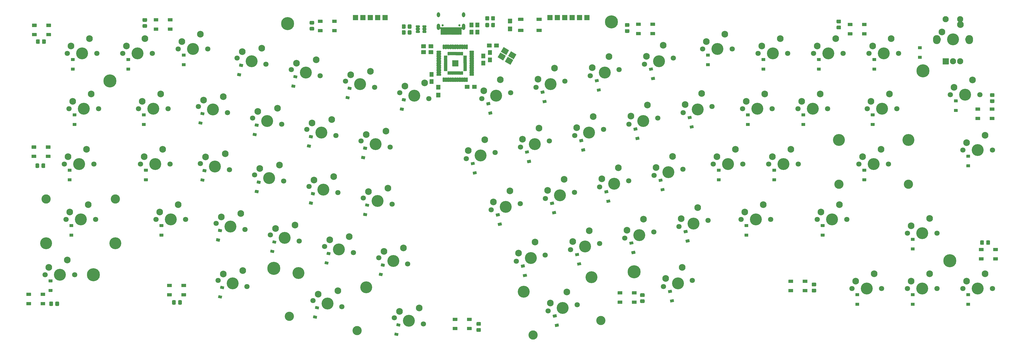
<source format=gbs>
G04 #@! TF.GenerationSoftware,KiCad,Pcbnew,(5.1.12)-1*
G04 #@! TF.CreationDate,2022-03-31T17:27:16+05:30*
G04 #@! TF.ProjectId,arisu,61726973-752e-46b6-9963-61645f706362,1.1*
G04 #@! TF.SameCoordinates,Original*
G04 #@! TF.FileFunction,Soldermask,Bot*
G04 #@! TF.FilePolarity,Negative*
%FSLAX46Y46*%
G04 Gerber Fmt 4.6, Leading zero omitted, Abs format (unit mm)*
G04 Created by KiCad (PCBNEW (5.1.12)-1) date 2022-03-31 17:27:16*
%MOMM*%
%LPD*%
G01*
G04 APERTURE LIST*
%ADD10C,1.302000*%
%ADD11C,2.102000*%
%ADD12O,2.602000X3.102000*%
%ADD13C,0.752000*%
%ADD14O,1.102000X2.202000*%
%ADD15O,1.102000X1.702000*%
%ADD16C,3.152000*%
%ADD17C,4.102000*%
%ADD18C,1.802000*%
%ADD19C,2.302000*%
%ADD20C,4.502000*%
%ADD21C,0.100000*%
G04 APERTURE END LIST*
D10*
X175564800Y-42164000D03*
G36*
G01*
X174564800Y-41113000D02*
X176564800Y-41113000D01*
G75*
G02*
X176615800Y-41164000I0J-51000D01*
G01*
X176615800Y-43164000D01*
G75*
G02*
X176564800Y-43215000I-51000J0D01*
G01*
X174564800Y-43215000D01*
G75*
G02*
X174513800Y-43164000I0J51000D01*
G01*
X174513800Y-41164000D01*
G75*
G02*
X174564800Y-41113000I51000J0D01*
G01*
G37*
G36*
G01*
X171726800Y-39488000D02*
X172727800Y-39488000D01*
G75*
G02*
X172815800Y-39576000I0J-88000D01*
G01*
X172815800Y-39752000D01*
G75*
G02*
X172727800Y-39840000I-88000J0D01*
G01*
X171726800Y-39840000D01*
G75*
G02*
X171638800Y-39752000I0J88000D01*
G01*
X171638800Y-39576000D01*
G75*
G02*
X171726800Y-39488000I88000J0D01*
G01*
G37*
G36*
G01*
X171726800Y-39988000D02*
X172727800Y-39988000D01*
G75*
G02*
X172815800Y-40076000I0J-88000D01*
G01*
X172815800Y-40252000D01*
G75*
G02*
X172727800Y-40340000I-88000J0D01*
G01*
X171726800Y-40340000D01*
G75*
G02*
X171638800Y-40252000I0J88000D01*
G01*
X171638800Y-40076000D01*
G75*
G02*
X171726800Y-39988000I88000J0D01*
G01*
G37*
G36*
G01*
X171726800Y-40488000D02*
X172727800Y-40488000D01*
G75*
G02*
X172815800Y-40576000I0J-88000D01*
G01*
X172815800Y-40752000D01*
G75*
G02*
X172727800Y-40840000I-88000J0D01*
G01*
X171726800Y-40840000D01*
G75*
G02*
X171638800Y-40752000I0J88000D01*
G01*
X171638800Y-40576000D01*
G75*
G02*
X171726800Y-40488000I88000J0D01*
G01*
G37*
G36*
G01*
X171726800Y-40988000D02*
X172727800Y-40988000D01*
G75*
G02*
X172815800Y-41076000I0J-88000D01*
G01*
X172815800Y-41252000D01*
G75*
G02*
X172727800Y-41340000I-88000J0D01*
G01*
X171726800Y-41340000D01*
G75*
G02*
X171638800Y-41252000I0J88000D01*
G01*
X171638800Y-41076000D01*
G75*
G02*
X171726800Y-40988000I88000J0D01*
G01*
G37*
G36*
G01*
X171726800Y-41488000D02*
X172727800Y-41488000D01*
G75*
G02*
X172815800Y-41576000I0J-88000D01*
G01*
X172815800Y-41752000D01*
G75*
G02*
X172727800Y-41840000I-88000J0D01*
G01*
X171726800Y-41840000D01*
G75*
G02*
X171638800Y-41752000I0J88000D01*
G01*
X171638800Y-41576000D01*
G75*
G02*
X171726800Y-41488000I88000J0D01*
G01*
G37*
G36*
G01*
X171726800Y-41988000D02*
X172727800Y-41988000D01*
G75*
G02*
X172815800Y-42076000I0J-88000D01*
G01*
X172815800Y-42252000D01*
G75*
G02*
X172727800Y-42340000I-88000J0D01*
G01*
X171726800Y-42340000D01*
G75*
G02*
X171638800Y-42252000I0J88000D01*
G01*
X171638800Y-42076000D01*
G75*
G02*
X171726800Y-41988000I88000J0D01*
G01*
G37*
G36*
G01*
X171726800Y-42488000D02*
X172727800Y-42488000D01*
G75*
G02*
X172815800Y-42576000I0J-88000D01*
G01*
X172815800Y-42752000D01*
G75*
G02*
X172727800Y-42840000I-88000J0D01*
G01*
X171726800Y-42840000D01*
G75*
G02*
X171638800Y-42752000I0J88000D01*
G01*
X171638800Y-42576000D01*
G75*
G02*
X171726800Y-42488000I88000J0D01*
G01*
G37*
G36*
G01*
X171726800Y-42988000D02*
X172727800Y-42988000D01*
G75*
G02*
X172815800Y-43076000I0J-88000D01*
G01*
X172815800Y-43252000D01*
G75*
G02*
X172727800Y-43340000I-88000J0D01*
G01*
X171726800Y-43340000D01*
G75*
G02*
X171638800Y-43252000I0J88000D01*
G01*
X171638800Y-43076000D01*
G75*
G02*
X171726800Y-42988000I88000J0D01*
G01*
G37*
G36*
G01*
X171726800Y-43488000D02*
X172727800Y-43488000D01*
G75*
G02*
X172815800Y-43576000I0J-88000D01*
G01*
X172815800Y-43752000D01*
G75*
G02*
X172727800Y-43840000I-88000J0D01*
G01*
X171726800Y-43840000D01*
G75*
G02*
X171638800Y-43752000I0J88000D01*
G01*
X171638800Y-43576000D01*
G75*
G02*
X171726800Y-43488000I88000J0D01*
G01*
G37*
G36*
G01*
X171726800Y-43988000D02*
X172727800Y-43988000D01*
G75*
G02*
X172815800Y-44076000I0J-88000D01*
G01*
X172815800Y-44252000D01*
G75*
G02*
X172727800Y-44340000I-88000J0D01*
G01*
X171726800Y-44340000D01*
G75*
G02*
X171638800Y-44252000I0J88000D01*
G01*
X171638800Y-44076000D01*
G75*
G02*
X171726800Y-43988000I88000J0D01*
G01*
G37*
G36*
G01*
X171726800Y-44488000D02*
X172727800Y-44488000D01*
G75*
G02*
X172815800Y-44576000I0J-88000D01*
G01*
X172815800Y-44752000D01*
G75*
G02*
X172727800Y-44840000I-88000J0D01*
G01*
X171726800Y-44840000D01*
G75*
G02*
X171638800Y-44752000I0J88000D01*
G01*
X171638800Y-44576000D01*
G75*
G02*
X171726800Y-44488000I88000J0D01*
G01*
G37*
G36*
G01*
X172976800Y-44913000D02*
X173152800Y-44913000D01*
G75*
G02*
X173240800Y-45001000I0J-88000D01*
G01*
X173240800Y-46002000D01*
G75*
G02*
X173152800Y-46090000I-88000J0D01*
G01*
X172976800Y-46090000D01*
G75*
G02*
X172888800Y-46002000I0J88000D01*
G01*
X172888800Y-45001000D01*
G75*
G02*
X172976800Y-44913000I88000J0D01*
G01*
G37*
G36*
G01*
X173476800Y-44913000D02*
X173652800Y-44913000D01*
G75*
G02*
X173740800Y-45001000I0J-88000D01*
G01*
X173740800Y-46002000D01*
G75*
G02*
X173652800Y-46090000I-88000J0D01*
G01*
X173476800Y-46090000D01*
G75*
G02*
X173388800Y-46002000I0J88000D01*
G01*
X173388800Y-45001000D01*
G75*
G02*
X173476800Y-44913000I88000J0D01*
G01*
G37*
G36*
G01*
X173976800Y-44913000D02*
X174152800Y-44913000D01*
G75*
G02*
X174240800Y-45001000I0J-88000D01*
G01*
X174240800Y-46002000D01*
G75*
G02*
X174152800Y-46090000I-88000J0D01*
G01*
X173976800Y-46090000D01*
G75*
G02*
X173888800Y-46002000I0J88000D01*
G01*
X173888800Y-45001000D01*
G75*
G02*
X173976800Y-44913000I88000J0D01*
G01*
G37*
G36*
G01*
X174476800Y-44913000D02*
X174652800Y-44913000D01*
G75*
G02*
X174740800Y-45001000I0J-88000D01*
G01*
X174740800Y-46002000D01*
G75*
G02*
X174652800Y-46090000I-88000J0D01*
G01*
X174476800Y-46090000D01*
G75*
G02*
X174388800Y-46002000I0J88000D01*
G01*
X174388800Y-45001000D01*
G75*
G02*
X174476800Y-44913000I88000J0D01*
G01*
G37*
G36*
G01*
X174976800Y-44913000D02*
X175152800Y-44913000D01*
G75*
G02*
X175240800Y-45001000I0J-88000D01*
G01*
X175240800Y-46002000D01*
G75*
G02*
X175152800Y-46090000I-88000J0D01*
G01*
X174976800Y-46090000D01*
G75*
G02*
X174888800Y-46002000I0J88000D01*
G01*
X174888800Y-45001000D01*
G75*
G02*
X174976800Y-44913000I88000J0D01*
G01*
G37*
G36*
G01*
X175476800Y-44913000D02*
X175652800Y-44913000D01*
G75*
G02*
X175740800Y-45001000I0J-88000D01*
G01*
X175740800Y-46002000D01*
G75*
G02*
X175652800Y-46090000I-88000J0D01*
G01*
X175476800Y-46090000D01*
G75*
G02*
X175388800Y-46002000I0J88000D01*
G01*
X175388800Y-45001000D01*
G75*
G02*
X175476800Y-44913000I88000J0D01*
G01*
G37*
G36*
G01*
X175976800Y-44913000D02*
X176152800Y-44913000D01*
G75*
G02*
X176240800Y-45001000I0J-88000D01*
G01*
X176240800Y-46002000D01*
G75*
G02*
X176152800Y-46090000I-88000J0D01*
G01*
X175976800Y-46090000D01*
G75*
G02*
X175888800Y-46002000I0J88000D01*
G01*
X175888800Y-45001000D01*
G75*
G02*
X175976800Y-44913000I88000J0D01*
G01*
G37*
G36*
G01*
X176476800Y-44913000D02*
X176652800Y-44913000D01*
G75*
G02*
X176740800Y-45001000I0J-88000D01*
G01*
X176740800Y-46002000D01*
G75*
G02*
X176652800Y-46090000I-88000J0D01*
G01*
X176476800Y-46090000D01*
G75*
G02*
X176388800Y-46002000I0J88000D01*
G01*
X176388800Y-45001000D01*
G75*
G02*
X176476800Y-44913000I88000J0D01*
G01*
G37*
G36*
G01*
X176976800Y-44913000D02*
X177152800Y-44913000D01*
G75*
G02*
X177240800Y-45001000I0J-88000D01*
G01*
X177240800Y-46002000D01*
G75*
G02*
X177152800Y-46090000I-88000J0D01*
G01*
X176976800Y-46090000D01*
G75*
G02*
X176888800Y-46002000I0J88000D01*
G01*
X176888800Y-45001000D01*
G75*
G02*
X176976800Y-44913000I88000J0D01*
G01*
G37*
G36*
G01*
X177476800Y-44913000D02*
X177652800Y-44913000D01*
G75*
G02*
X177740800Y-45001000I0J-88000D01*
G01*
X177740800Y-46002000D01*
G75*
G02*
X177652800Y-46090000I-88000J0D01*
G01*
X177476800Y-46090000D01*
G75*
G02*
X177388800Y-46002000I0J88000D01*
G01*
X177388800Y-45001000D01*
G75*
G02*
X177476800Y-44913000I88000J0D01*
G01*
G37*
G36*
G01*
X177976800Y-44913000D02*
X178152800Y-44913000D01*
G75*
G02*
X178240800Y-45001000I0J-88000D01*
G01*
X178240800Y-46002000D01*
G75*
G02*
X178152800Y-46090000I-88000J0D01*
G01*
X177976800Y-46090000D01*
G75*
G02*
X177888800Y-46002000I0J88000D01*
G01*
X177888800Y-45001000D01*
G75*
G02*
X177976800Y-44913000I88000J0D01*
G01*
G37*
G36*
G01*
X178401800Y-44488000D02*
X179402800Y-44488000D01*
G75*
G02*
X179490800Y-44576000I0J-88000D01*
G01*
X179490800Y-44752000D01*
G75*
G02*
X179402800Y-44840000I-88000J0D01*
G01*
X178401800Y-44840000D01*
G75*
G02*
X178313800Y-44752000I0J88000D01*
G01*
X178313800Y-44576000D01*
G75*
G02*
X178401800Y-44488000I88000J0D01*
G01*
G37*
G36*
G01*
X178401800Y-43988000D02*
X179402800Y-43988000D01*
G75*
G02*
X179490800Y-44076000I0J-88000D01*
G01*
X179490800Y-44252000D01*
G75*
G02*
X179402800Y-44340000I-88000J0D01*
G01*
X178401800Y-44340000D01*
G75*
G02*
X178313800Y-44252000I0J88000D01*
G01*
X178313800Y-44076000D01*
G75*
G02*
X178401800Y-43988000I88000J0D01*
G01*
G37*
G36*
G01*
X178401800Y-43488000D02*
X179402800Y-43488000D01*
G75*
G02*
X179490800Y-43576000I0J-88000D01*
G01*
X179490800Y-43752000D01*
G75*
G02*
X179402800Y-43840000I-88000J0D01*
G01*
X178401800Y-43840000D01*
G75*
G02*
X178313800Y-43752000I0J88000D01*
G01*
X178313800Y-43576000D01*
G75*
G02*
X178401800Y-43488000I88000J0D01*
G01*
G37*
G36*
G01*
X178401800Y-42988000D02*
X179402800Y-42988000D01*
G75*
G02*
X179490800Y-43076000I0J-88000D01*
G01*
X179490800Y-43252000D01*
G75*
G02*
X179402800Y-43340000I-88000J0D01*
G01*
X178401800Y-43340000D01*
G75*
G02*
X178313800Y-43252000I0J88000D01*
G01*
X178313800Y-43076000D01*
G75*
G02*
X178401800Y-42988000I88000J0D01*
G01*
G37*
G36*
G01*
X178401800Y-42488000D02*
X179402800Y-42488000D01*
G75*
G02*
X179490800Y-42576000I0J-88000D01*
G01*
X179490800Y-42752000D01*
G75*
G02*
X179402800Y-42840000I-88000J0D01*
G01*
X178401800Y-42840000D01*
G75*
G02*
X178313800Y-42752000I0J88000D01*
G01*
X178313800Y-42576000D01*
G75*
G02*
X178401800Y-42488000I88000J0D01*
G01*
G37*
G36*
G01*
X178401800Y-41988000D02*
X179402800Y-41988000D01*
G75*
G02*
X179490800Y-42076000I0J-88000D01*
G01*
X179490800Y-42252000D01*
G75*
G02*
X179402800Y-42340000I-88000J0D01*
G01*
X178401800Y-42340000D01*
G75*
G02*
X178313800Y-42252000I0J88000D01*
G01*
X178313800Y-42076000D01*
G75*
G02*
X178401800Y-41988000I88000J0D01*
G01*
G37*
G36*
G01*
X178401800Y-41488000D02*
X179402800Y-41488000D01*
G75*
G02*
X179490800Y-41576000I0J-88000D01*
G01*
X179490800Y-41752000D01*
G75*
G02*
X179402800Y-41840000I-88000J0D01*
G01*
X178401800Y-41840000D01*
G75*
G02*
X178313800Y-41752000I0J88000D01*
G01*
X178313800Y-41576000D01*
G75*
G02*
X178401800Y-41488000I88000J0D01*
G01*
G37*
G36*
G01*
X178401800Y-40988000D02*
X179402800Y-40988000D01*
G75*
G02*
X179490800Y-41076000I0J-88000D01*
G01*
X179490800Y-41252000D01*
G75*
G02*
X179402800Y-41340000I-88000J0D01*
G01*
X178401800Y-41340000D01*
G75*
G02*
X178313800Y-41252000I0J88000D01*
G01*
X178313800Y-41076000D01*
G75*
G02*
X178401800Y-40988000I88000J0D01*
G01*
G37*
G36*
G01*
X178401800Y-40488000D02*
X179402800Y-40488000D01*
G75*
G02*
X179490800Y-40576000I0J-88000D01*
G01*
X179490800Y-40752000D01*
G75*
G02*
X179402800Y-40840000I-88000J0D01*
G01*
X178401800Y-40840000D01*
G75*
G02*
X178313800Y-40752000I0J88000D01*
G01*
X178313800Y-40576000D01*
G75*
G02*
X178401800Y-40488000I88000J0D01*
G01*
G37*
G36*
G01*
X178401800Y-39988000D02*
X179402800Y-39988000D01*
G75*
G02*
X179490800Y-40076000I0J-88000D01*
G01*
X179490800Y-40252000D01*
G75*
G02*
X179402800Y-40340000I-88000J0D01*
G01*
X178401800Y-40340000D01*
G75*
G02*
X178313800Y-40252000I0J88000D01*
G01*
X178313800Y-40076000D01*
G75*
G02*
X178401800Y-39988000I88000J0D01*
G01*
G37*
G36*
G01*
X178401800Y-39488000D02*
X179402800Y-39488000D01*
G75*
G02*
X179490800Y-39576000I0J-88000D01*
G01*
X179490800Y-39752000D01*
G75*
G02*
X179402800Y-39840000I-88000J0D01*
G01*
X178401800Y-39840000D01*
G75*
G02*
X178313800Y-39752000I0J88000D01*
G01*
X178313800Y-39576000D01*
G75*
G02*
X178401800Y-39488000I88000J0D01*
G01*
G37*
G36*
G01*
X177976800Y-38238000D02*
X178152800Y-38238000D01*
G75*
G02*
X178240800Y-38326000I0J-88000D01*
G01*
X178240800Y-39327000D01*
G75*
G02*
X178152800Y-39415000I-88000J0D01*
G01*
X177976800Y-39415000D01*
G75*
G02*
X177888800Y-39327000I0J88000D01*
G01*
X177888800Y-38326000D01*
G75*
G02*
X177976800Y-38238000I88000J0D01*
G01*
G37*
G36*
G01*
X177476800Y-38238000D02*
X177652800Y-38238000D01*
G75*
G02*
X177740800Y-38326000I0J-88000D01*
G01*
X177740800Y-39327000D01*
G75*
G02*
X177652800Y-39415000I-88000J0D01*
G01*
X177476800Y-39415000D01*
G75*
G02*
X177388800Y-39327000I0J88000D01*
G01*
X177388800Y-38326000D01*
G75*
G02*
X177476800Y-38238000I88000J0D01*
G01*
G37*
G36*
G01*
X176976800Y-38238000D02*
X177152800Y-38238000D01*
G75*
G02*
X177240800Y-38326000I0J-88000D01*
G01*
X177240800Y-39327000D01*
G75*
G02*
X177152800Y-39415000I-88000J0D01*
G01*
X176976800Y-39415000D01*
G75*
G02*
X176888800Y-39327000I0J88000D01*
G01*
X176888800Y-38326000D01*
G75*
G02*
X176976800Y-38238000I88000J0D01*
G01*
G37*
G36*
G01*
X176476800Y-38238000D02*
X176652800Y-38238000D01*
G75*
G02*
X176740800Y-38326000I0J-88000D01*
G01*
X176740800Y-39327000D01*
G75*
G02*
X176652800Y-39415000I-88000J0D01*
G01*
X176476800Y-39415000D01*
G75*
G02*
X176388800Y-39327000I0J88000D01*
G01*
X176388800Y-38326000D01*
G75*
G02*
X176476800Y-38238000I88000J0D01*
G01*
G37*
G36*
G01*
X175976800Y-38238000D02*
X176152800Y-38238000D01*
G75*
G02*
X176240800Y-38326000I0J-88000D01*
G01*
X176240800Y-39327000D01*
G75*
G02*
X176152800Y-39415000I-88000J0D01*
G01*
X175976800Y-39415000D01*
G75*
G02*
X175888800Y-39327000I0J88000D01*
G01*
X175888800Y-38326000D01*
G75*
G02*
X175976800Y-38238000I88000J0D01*
G01*
G37*
G36*
G01*
X175476800Y-38238000D02*
X175652800Y-38238000D01*
G75*
G02*
X175740800Y-38326000I0J-88000D01*
G01*
X175740800Y-39327000D01*
G75*
G02*
X175652800Y-39415000I-88000J0D01*
G01*
X175476800Y-39415000D01*
G75*
G02*
X175388800Y-39327000I0J88000D01*
G01*
X175388800Y-38326000D01*
G75*
G02*
X175476800Y-38238000I88000J0D01*
G01*
G37*
G36*
G01*
X174976800Y-38238000D02*
X175152800Y-38238000D01*
G75*
G02*
X175240800Y-38326000I0J-88000D01*
G01*
X175240800Y-39327000D01*
G75*
G02*
X175152800Y-39415000I-88000J0D01*
G01*
X174976800Y-39415000D01*
G75*
G02*
X174888800Y-39327000I0J88000D01*
G01*
X174888800Y-38326000D01*
G75*
G02*
X174976800Y-38238000I88000J0D01*
G01*
G37*
G36*
G01*
X174476800Y-38238000D02*
X174652800Y-38238000D01*
G75*
G02*
X174740800Y-38326000I0J-88000D01*
G01*
X174740800Y-39327000D01*
G75*
G02*
X174652800Y-39415000I-88000J0D01*
G01*
X174476800Y-39415000D01*
G75*
G02*
X174388800Y-39327000I0J88000D01*
G01*
X174388800Y-38326000D01*
G75*
G02*
X174476800Y-38238000I88000J0D01*
G01*
G37*
G36*
G01*
X173976800Y-38238000D02*
X174152800Y-38238000D01*
G75*
G02*
X174240800Y-38326000I0J-88000D01*
G01*
X174240800Y-39327000D01*
G75*
G02*
X174152800Y-39415000I-88000J0D01*
G01*
X173976800Y-39415000D01*
G75*
G02*
X173888800Y-39327000I0J88000D01*
G01*
X173888800Y-38326000D01*
G75*
G02*
X173976800Y-38238000I88000J0D01*
G01*
G37*
G36*
G01*
X173476800Y-38238000D02*
X173652800Y-38238000D01*
G75*
G02*
X173740800Y-38326000I0J-88000D01*
G01*
X173740800Y-39327000D01*
G75*
G02*
X173652800Y-39415000I-88000J0D01*
G01*
X173476800Y-39415000D01*
G75*
G02*
X173388800Y-39327000I0J88000D01*
G01*
X173388800Y-38326000D01*
G75*
G02*
X173476800Y-38238000I88000J0D01*
G01*
G37*
G36*
G01*
X172976800Y-38238000D02*
X173152800Y-38238000D01*
G75*
G02*
X173240800Y-38326000I0J-88000D01*
G01*
X173240800Y-39327000D01*
G75*
G02*
X173152800Y-39415000I-88000J0D01*
G01*
X172976800Y-39415000D01*
G75*
G02*
X172888800Y-39327000I0J88000D01*
G01*
X172888800Y-38326000D01*
G75*
G02*
X172976800Y-38238000I88000J0D01*
G01*
G37*
G36*
G01*
X169226000Y-37838000D02*
X170477000Y-37838000D01*
G75*
G02*
X170640000Y-38001000I0J-163000D01*
G01*
X170640000Y-38327000D01*
G75*
G02*
X170477000Y-38490000I-163000J0D01*
G01*
X169226000Y-38490000D01*
G75*
G02*
X169063000Y-38327000I0J163000D01*
G01*
X169063000Y-38001000D01*
G75*
G02*
X169226000Y-37838000I163000J0D01*
G01*
G37*
G36*
G01*
X169226000Y-38638000D02*
X170477000Y-38638000D01*
G75*
G02*
X170640000Y-38801000I0J-163000D01*
G01*
X170640000Y-39127000D01*
G75*
G02*
X170477000Y-39290000I-163000J0D01*
G01*
X169226000Y-39290000D01*
G75*
G02*
X169063000Y-39127000I0J163000D01*
G01*
X169063000Y-38801000D01*
G75*
G02*
X169226000Y-38638000I163000J0D01*
G01*
G37*
G36*
G01*
X169226000Y-39438000D02*
X170477000Y-39438000D01*
G75*
G02*
X170640000Y-39601000I0J-163000D01*
G01*
X170640000Y-39927000D01*
G75*
G02*
X170477000Y-40090000I-163000J0D01*
G01*
X169226000Y-40090000D01*
G75*
G02*
X169063000Y-39927000I0J163000D01*
G01*
X169063000Y-39601000D01*
G75*
G02*
X169226000Y-39438000I163000J0D01*
G01*
G37*
G36*
G01*
X169226000Y-40238000D02*
X170477000Y-40238000D01*
G75*
G02*
X170640000Y-40401000I0J-163000D01*
G01*
X170640000Y-40727000D01*
G75*
G02*
X170477000Y-40890000I-163000J0D01*
G01*
X169226000Y-40890000D01*
G75*
G02*
X169063000Y-40727000I0J163000D01*
G01*
X169063000Y-40401000D01*
G75*
G02*
X169226000Y-40238000I163000J0D01*
G01*
G37*
G36*
G01*
X169226000Y-41038000D02*
X170477000Y-41038000D01*
G75*
G02*
X170640000Y-41201000I0J-163000D01*
G01*
X170640000Y-41527000D01*
G75*
G02*
X170477000Y-41690000I-163000J0D01*
G01*
X169226000Y-41690000D01*
G75*
G02*
X169063000Y-41527000I0J163000D01*
G01*
X169063000Y-41201000D01*
G75*
G02*
X169226000Y-41038000I163000J0D01*
G01*
G37*
G36*
G01*
X169226000Y-41838000D02*
X170477000Y-41838000D01*
G75*
G02*
X170640000Y-42001000I0J-163000D01*
G01*
X170640000Y-42327000D01*
G75*
G02*
X170477000Y-42490000I-163000J0D01*
G01*
X169226000Y-42490000D01*
G75*
G02*
X169063000Y-42327000I0J163000D01*
G01*
X169063000Y-42001000D01*
G75*
G02*
X169226000Y-41838000I163000J0D01*
G01*
G37*
G36*
G01*
X169226000Y-42638000D02*
X170477000Y-42638000D01*
G75*
G02*
X170640000Y-42801000I0J-163000D01*
G01*
X170640000Y-43127000D01*
G75*
G02*
X170477000Y-43290000I-163000J0D01*
G01*
X169226000Y-43290000D01*
G75*
G02*
X169063000Y-43127000I0J163000D01*
G01*
X169063000Y-42801000D01*
G75*
G02*
X169226000Y-42638000I163000J0D01*
G01*
G37*
G36*
G01*
X169226000Y-43438000D02*
X170477000Y-43438000D01*
G75*
G02*
X170640000Y-43601000I0J-163000D01*
G01*
X170640000Y-43927000D01*
G75*
G02*
X170477000Y-44090000I-163000J0D01*
G01*
X169226000Y-44090000D01*
G75*
G02*
X169063000Y-43927000I0J163000D01*
G01*
X169063000Y-43601000D01*
G75*
G02*
X169226000Y-43438000I163000J0D01*
G01*
G37*
G36*
G01*
X169226000Y-44238000D02*
X170477000Y-44238000D01*
G75*
G02*
X170640000Y-44401000I0J-163000D01*
G01*
X170640000Y-44727000D01*
G75*
G02*
X170477000Y-44890000I-163000J0D01*
G01*
X169226000Y-44890000D01*
G75*
G02*
X169063000Y-44727000I0J163000D01*
G01*
X169063000Y-44401000D01*
G75*
G02*
X169226000Y-44238000I163000J0D01*
G01*
G37*
G36*
G01*
X169226000Y-45038000D02*
X170477000Y-45038000D01*
G75*
G02*
X170640000Y-45201000I0J-163000D01*
G01*
X170640000Y-45527000D01*
G75*
G02*
X170477000Y-45690000I-163000J0D01*
G01*
X169226000Y-45690000D01*
G75*
G02*
X169063000Y-45527000I0J163000D01*
G01*
X169063000Y-45201000D01*
G75*
G02*
X169226000Y-45038000I163000J0D01*
G01*
G37*
G36*
G01*
X169226000Y-45838000D02*
X170477000Y-45838000D01*
G75*
G02*
X170640000Y-46001000I0J-163000D01*
G01*
X170640000Y-46327000D01*
G75*
G02*
X170477000Y-46490000I-163000J0D01*
G01*
X169226000Y-46490000D01*
G75*
G02*
X169063000Y-46327000I0J163000D01*
G01*
X169063000Y-46001000D01*
G75*
G02*
X169226000Y-45838000I163000J0D01*
G01*
G37*
G36*
G01*
X171351000Y-47038000D02*
X171677000Y-47038000D01*
G75*
G02*
X171840000Y-47201000I0J-163000D01*
G01*
X171840000Y-48452000D01*
G75*
G02*
X171677000Y-48615000I-163000J0D01*
G01*
X171351000Y-48615000D01*
G75*
G02*
X171188000Y-48452000I0J163000D01*
G01*
X171188000Y-47201000D01*
G75*
G02*
X171351000Y-47038000I163000J0D01*
G01*
G37*
G36*
G01*
X172151000Y-47038000D02*
X172477000Y-47038000D01*
G75*
G02*
X172640000Y-47201000I0J-163000D01*
G01*
X172640000Y-48452000D01*
G75*
G02*
X172477000Y-48615000I-163000J0D01*
G01*
X172151000Y-48615000D01*
G75*
G02*
X171988000Y-48452000I0J163000D01*
G01*
X171988000Y-47201000D01*
G75*
G02*
X172151000Y-47038000I163000J0D01*
G01*
G37*
G36*
G01*
X172951000Y-47038000D02*
X173277000Y-47038000D01*
G75*
G02*
X173440000Y-47201000I0J-163000D01*
G01*
X173440000Y-48452000D01*
G75*
G02*
X173277000Y-48615000I-163000J0D01*
G01*
X172951000Y-48615000D01*
G75*
G02*
X172788000Y-48452000I0J163000D01*
G01*
X172788000Y-47201000D01*
G75*
G02*
X172951000Y-47038000I163000J0D01*
G01*
G37*
G36*
G01*
X173751000Y-47038000D02*
X174077000Y-47038000D01*
G75*
G02*
X174240000Y-47201000I0J-163000D01*
G01*
X174240000Y-48452000D01*
G75*
G02*
X174077000Y-48615000I-163000J0D01*
G01*
X173751000Y-48615000D01*
G75*
G02*
X173588000Y-48452000I0J163000D01*
G01*
X173588000Y-47201000D01*
G75*
G02*
X173751000Y-47038000I163000J0D01*
G01*
G37*
G36*
G01*
X174551000Y-47038000D02*
X174877000Y-47038000D01*
G75*
G02*
X175040000Y-47201000I0J-163000D01*
G01*
X175040000Y-48452000D01*
G75*
G02*
X174877000Y-48615000I-163000J0D01*
G01*
X174551000Y-48615000D01*
G75*
G02*
X174388000Y-48452000I0J163000D01*
G01*
X174388000Y-47201000D01*
G75*
G02*
X174551000Y-47038000I163000J0D01*
G01*
G37*
G36*
G01*
X175351000Y-47038000D02*
X175677000Y-47038000D01*
G75*
G02*
X175840000Y-47201000I0J-163000D01*
G01*
X175840000Y-48452000D01*
G75*
G02*
X175677000Y-48615000I-163000J0D01*
G01*
X175351000Y-48615000D01*
G75*
G02*
X175188000Y-48452000I0J163000D01*
G01*
X175188000Y-47201000D01*
G75*
G02*
X175351000Y-47038000I163000J0D01*
G01*
G37*
G36*
G01*
X176151000Y-47038000D02*
X176477000Y-47038000D01*
G75*
G02*
X176640000Y-47201000I0J-163000D01*
G01*
X176640000Y-48452000D01*
G75*
G02*
X176477000Y-48615000I-163000J0D01*
G01*
X176151000Y-48615000D01*
G75*
G02*
X175988000Y-48452000I0J163000D01*
G01*
X175988000Y-47201000D01*
G75*
G02*
X176151000Y-47038000I163000J0D01*
G01*
G37*
G36*
G01*
X176951000Y-47038000D02*
X177277000Y-47038000D01*
G75*
G02*
X177440000Y-47201000I0J-163000D01*
G01*
X177440000Y-48452000D01*
G75*
G02*
X177277000Y-48615000I-163000J0D01*
G01*
X176951000Y-48615000D01*
G75*
G02*
X176788000Y-48452000I0J163000D01*
G01*
X176788000Y-47201000D01*
G75*
G02*
X176951000Y-47038000I163000J0D01*
G01*
G37*
G36*
G01*
X177751000Y-47038000D02*
X178077000Y-47038000D01*
G75*
G02*
X178240000Y-47201000I0J-163000D01*
G01*
X178240000Y-48452000D01*
G75*
G02*
X178077000Y-48615000I-163000J0D01*
G01*
X177751000Y-48615000D01*
G75*
G02*
X177588000Y-48452000I0J163000D01*
G01*
X177588000Y-47201000D01*
G75*
G02*
X177751000Y-47038000I163000J0D01*
G01*
G37*
G36*
G01*
X178551000Y-47038000D02*
X178877000Y-47038000D01*
G75*
G02*
X179040000Y-47201000I0J-163000D01*
G01*
X179040000Y-48452000D01*
G75*
G02*
X178877000Y-48615000I-163000J0D01*
G01*
X178551000Y-48615000D01*
G75*
G02*
X178388000Y-48452000I0J163000D01*
G01*
X178388000Y-47201000D01*
G75*
G02*
X178551000Y-47038000I163000J0D01*
G01*
G37*
G36*
G01*
X179351000Y-47038000D02*
X179677000Y-47038000D01*
G75*
G02*
X179840000Y-47201000I0J-163000D01*
G01*
X179840000Y-48452000D01*
G75*
G02*
X179677000Y-48615000I-163000J0D01*
G01*
X179351000Y-48615000D01*
G75*
G02*
X179188000Y-48452000I0J163000D01*
G01*
X179188000Y-47201000D01*
G75*
G02*
X179351000Y-47038000I163000J0D01*
G01*
G37*
G36*
G01*
X180551000Y-45838000D02*
X181802000Y-45838000D01*
G75*
G02*
X181965000Y-46001000I0J-163000D01*
G01*
X181965000Y-46327000D01*
G75*
G02*
X181802000Y-46490000I-163000J0D01*
G01*
X180551000Y-46490000D01*
G75*
G02*
X180388000Y-46327000I0J163000D01*
G01*
X180388000Y-46001000D01*
G75*
G02*
X180551000Y-45838000I163000J0D01*
G01*
G37*
G36*
G01*
X180551000Y-45038000D02*
X181802000Y-45038000D01*
G75*
G02*
X181965000Y-45201000I0J-163000D01*
G01*
X181965000Y-45527000D01*
G75*
G02*
X181802000Y-45690000I-163000J0D01*
G01*
X180551000Y-45690000D01*
G75*
G02*
X180388000Y-45527000I0J163000D01*
G01*
X180388000Y-45201000D01*
G75*
G02*
X180551000Y-45038000I163000J0D01*
G01*
G37*
G36*
G01*
X180551000Y-44238000D02*
X181802000Y-44238000D01*
G75*
G02*
X181965000Y-44401000I0J-163000D01*
G01*
X181965000Y-44727000D01*
G75*
G02*
X181802000Y-44890000I-163000J0D01*
G01*
X180551000Y-44890000D01*
G75*
G02*
X180388000Y-44727000I0J163000D01*
G01*
X180388000Y-44401000D01*
G75*
G02*
X180551000Y-44238000I163000J0D01*
G01*
G37*
G36*
G01*
X180551000Y-43438000D02*
X181802000Y-43438000D01*
G75*
G02*
X181965000Y-43601000I0J-163000D01*
G01*
X181965000Y-43927000D01*
G75*
G02*
X181802000Y-44090000I-163000J0D01*
G01*
X180551000Y-44090000D01*
G75*
G02*
X180388000Y-43927000I0J163000D01*
G01*
X180388000Y-43601000D01*
G75*
G02*
X180551000Y-43438000I163000J0D01*
G01*
G37*
G36*
G01*
X180551000Y-42638000D02*
X181802000Y-42638000D01*
G75*
G02*
X181965000Y-42801000I0J-163000D01*
G01*
X181965000Y-43127000D01*
G75*
G02*
X181802000Y-43290000I-163000J0D01*
G01*
X180551000Y-43290000D01*
G75*
G02*
X180388000Y-43127000I0J163000D01*
G01*
X180388000Y-42801000D01*
G75*
G02*
X180551000Y-42638000I163000J0D01*
G01*
G37*
G36*
G01*
X180551000Y-41838000D02*
X181802000Y-41838000D01*
G75*
G02*
X181965000Y-42001000I0J-163000D01*
G01*
X181965000Y-42327000D01*
G75*
G02*
X181802000Y-42490000I-163000J0D01*
G01*
X180551000Y-42490000D01*
G75*
G02*
X180388000Y-42327000I0J163000D01*
G01*
X180388000Y-42001000D01*
G75*
G02*
X180551000Y-41838000I163000J0D01*
G01*
G37*
G36*
G01*
X180551000Y-41038000D02*
X181802000Y-41038000D01*
G75*
G02*
X181965000Y-41201000I0J-163000D01*
G01*
X181965000Y-41527000D01*
G75*
G02*
X181802000Y-41690000I-163000J0D01*
G01*
X180551000Y-41690000D01*
G75*
G02*
X180388000Y-41527000I0J163000D01*
G01*
X180388000Y-41201000D01*
G75*
G02*
X180551000Y-41038000I163000J0D01*
G01*
G37*
G36*
G01*
X180551000Y-40238000D02*
X181802000Y-40238000D01*
G75*
G02*
X181965000Y-40401000I0J-163000D01*
G01*
X181965000Y-40727000D01*
G75*
G02*
X181802000Y-40890000I-163000J0D01*
G01*
X180551000Y-40890000D01*
G75*
G02*
X180388000Y-40727000I0J163000D01*
G01*
X180388000Y-40401000D01*
G75*
G02*
X180551000Y-40238000I163000J0D01*
G01*
G37*
G36*
G01*
X180551000Y-39438000D02*
X181802000Y-39438000D01*
G75*
G02*
X181965000Y-39601000I0J-163000D01*
G01*
X181965000Y-39927000D01*
G75*
G02*
X181802000Y-40090000I-163000J0D01*
G01*
X180551000Y-40090000D01*
G75*
G02*
X180388000Y-39927000I0J163000D01*
G01*
X180388000Y-39601000D01*
G75*
G02*
X180551000Y-39438000I163000J0D01*
G01*
G37*
G36*
G01*
X180551000Y-38638000D02*
X181802000Y-38638000D01*
G75*
G02*
X181965000Y-38801000I0J-163000D01*
G01*
X181965000Y-39127000D01*
G75*
G02*
X181802000Y-39290000I-163000J0D01*
G01*
X180551000Y-39290000D01*
G75*
G02*
X180388000Y-39127000I0J163000D01*
G01*
X180388000Y-38801000D01*
G75*
G02*
X180551000Y-38638000I163000J0D01*
G01*
G37*
G36*
G01*
X180551000Y-37838000D02*
X181802000Y-37838000D01*
G75*
G02*
X181965000Y-38001000I0J-163000D01*
G01*
X181965000Y-38327000D01*
G75*
G02*
X181802000Y-38490000I-163000J0D01*
G01*
X180551000Y-38490000D01*
G75*
G02*
X180388000Y-38327000I0J163000D01*
G01*
X180388000Y-38001000D01*
G75*
G02*
X180551000Y-37838000I163000J0D01*
G01*
G37*
G36*
G01*
X179351000Y-35713000D02*
X179677000Y-35713000D01*
G75*
G02*
X179840000Y-35876000I0J-163000D01*
G01*
X179840000Y-37127000D01*
G75*
G02*
X179677000Y-37290000I-163000J0D01*
G01*
X179351000Y-37290000D01*
G75*
G02*
X179188000Y-37127000I0J163000D01*
G01*
X179188000Y-35876000D01*
G75*
G02*
X179351000Y-35713000I163000J0D01*
G01*
G37*
G36*
G01*
X178551000Y-35713000D02*
X178877000Y-35713000D01*
G75*
G02*
X179040000Y-35876000I0J-163000D01*
G01*
X179040000Y-37127000D01*
G75*
G02*
X178877000Y-37290000I-163000J0D01*
G01*
X178551000Y-37290000D01*
G75*
G02*
X178388000Y-37127000I0J163000D01*
G01*
X178388000Y-35876000D01*
G75*
G02*
X178551000Y-35713000I163000J0D01*
G01*
G37*
G36*
G01*
X177751000Y-35713000D02*
X178077000Y-35713000D01*
G75*
G02*
X178240000Y-35876000I0J-163000D01*
G01*
X178240000Y-37127000D01*
G75*
G02*
X178077000Y-37290000I-163000J0D01*
G01*
X177751000Y-37290000D01*
G75*
G02*
X177588000Y-37127000I0J163000D01*
G01*
X177588000Y-35876000D01*
G75*
G02*
X177751000Y-35713000I163000J0D01*
G01*
G37*
G36*
G01*
X176951000Y-35713000D02*
X177277000Y-35713000D01*
G75*
G02*
X177440000Y-35876000I0J-163000D01*
G01*
X177440000Y-37127000D01*
G75*
G02*
X177277000Y-37290000I-163000J0D01*
G01*
X176951000Y-37290000D01*
G75*
G02*
X176788000Y-37127000I0J163000D01*
G01*
X176788000Y-35876000D01*
G75*
G02*
X176951000Y-35713000I163000J0D01*
G01*
G37*
G36*
G01*
X176151000Y-35713000D02*
X176477000Y-35713000D01*
G75*
G02*
X176640000Y-35876000I0J-163000D01*
G01*
X176640000Y-37127000D01*
G75*
G02*
X176477000Y-37290000I-163000J0D01*
G01*
X176151000Y-37290000D01*
G75*
G02*
X175988000Y-37127000I0J163000D01*
G01*
X175988000Y-35876000D01*
G75*
G02*
X176151000Y-35713000I163000J0D01*
G01*
G37*
G36*
G01*
X175351000Y-35713000D02*
X175677000Y-35713000D01*
G75*
G02*
X175840000Y-35876000I0J-163000D01*
G01*
X175840000Y-37127000D01*
G75*
G02*
X175677000Y-37290000I-163000J0D01*
G01*
X175351000Y-37290000D01*
G75*
G02*
X175188000Y-37127000I0J163000D01*
G01*
X175188000Y-35876000D01*
G75*
G02*
X175351000Y-35713000I163000J0D01*
G01*
G37*
G36*
G01*
X174551000Y-35713000D02*
X174877000Y-35713000D01*
G75*
G02*
X175040000Y-35876000I0J-163000D01*
G01*
X175040000Y-37127000D01*
G75*
G02*
X174877000Y-37290000I-163000J0D01*
G01*
X174551000Y-37290000D01*
G75*
G02*
X174388000Y-37127000I0J163000D01*
G01*
X174388000Y-35876000D01*
G75*
G02*
X174551000Y-35713000I163000J0D01*
G01*
G37*
G36*
G01*
X173751000Y-35713000D02*
X174077000Y-35713000D01*
G75*
G02*
X174240000Y-35876000I0J-163000D01*
G01*
X174240000Y-37127000D01*
G75*
G02*
X174077000Y-37290000I-163000J0D01*
G01*
X173751000Y-37290000D01*
G75*
G02*
X173588000Y-37127000I0J163000D01*
G01*
X173588000Y-35876000D01*
G75*
G02*
X173751000Y-35713000I163000J0D01*
G01*
G37*
G36*
G01*
X172951000Y-35713000D02*
X173277000Y-35713000D01*
G75*
G02*
X173440000Y-35876000I0J-163000D01*
G01*
X173440000Y-37127000D01*
G75*
G02*
X173277000Y-37290000I-163000J0D01*
G01*
X172951000Y-37290000D01*
G75*
G02*
X172788000Y-37127000I0J163000D01*
G01*
X172788000Y-35876000D01*
G75*
G02*
X172951000Y-35713000I163000J0D01*
G01*
G37*
G36*
G01*
X172151000Y-35713000D02*
X172477000Y-35713000D01*
G75*
G02*
X172640000Y-35876000I0J-163000D01*
G01*
X172640000Y-37127000D01*
G75*
G02*
X172477000Y-37290000I-163000J0D01*
G01*
X172151000Y-37290000D01*
G75*
G02*
X171988000Y-37127000I0J163000D01*
G01*
X171988000Y-35876000D01*
G75*
G02*
X172151000Y-35713000I163000J0D01*
G01*
G37*
G36*
G01*
X171351000Y-35713000D02*
X171677000Y-35713000D01*
G75*
G02*
X171840000Y-35876000I0J-163000D01*
G01*
X171840000Y-37127000D01*
G75*
G02*
X171677000Y-37290000I-163000J0D01*
G01*
X171351000Y-37290000D01*
G75*
G02*
X171188000Y-37127000I0J163000D01*
G01*
X171188000Y-35876000D01*
G75*
G02*
X171351000Y-35713000I163000J0D01*
G01*
G37*
G36*
G01*
X128310000Y-31435400D02*
X128310000Y-30435400D01*
G75*
G02*
X128361000Y-30384400I51000J0D01*
G01*
X129861000Y-30384400D01*
G75*
G02*
X129912000Y-30435400I0J-51000D01*
G01*
X129912000Y-31435400D01*
G75*
G02*
X129861000Y-31486400I-51000J0D01*
G01*
X128361000Y-31486400D01*
G75*
G02*
X128310000Y-31435400I0J51000D01*
G01*
G37*
G36*
G01*
X128310000Y-28235400D02*
X128310000Y-27235400D01*
G75*
G02*
X128361000Y-27184400I51000J0D01*
G01*
X129861000Y-27184400D01*
G75*
G02*
X129912000Y-27235400I0J-51000D01*
G01*
X129912000Y-28235400D01*
G75*
G02*
X129861000Y-28286400I-51000J0D01*
G01*
X128361000Y-28286400D01*
G75*
G02*
X128310000Y-28235400I0J51000D01*
G01*
G37*
G36*
G01*
X133210000Y-31435400D02*
X133210000Y-30435400D01*
G75*
G02*
X133261000Y-30384400I51000J0D01*
G01*
X134761000Y-30384400D01*
G75*
G02*
X134812000Y-30435400I0J-51000D01*
G01*
X134812000Y-31435400D01*
G75*
G02*
X134761000Y-31486400I-51000J0D01*
G01*
X133261000Y-31486400D01*
G75*
G02*
X133210000Y-31435400I0J51000D01*
G01*
G37*
G36*
G01*
X133210000Y-28235400D02*
X133210000Y-27235400D01*
G75*
G02*
X133261000Y-27184400I51000J0D01*
G01*
X134761000Y-27184400D01*
G75*
G02*
X134812000Y-27235400I0J-51000D01*
G01*
X134812000Y-28235400D01*
G75*
G02*
X134761000Y-28286400I-51000J0D01*
G01*
X133261000Y-28286400D01*
G75*
G02*
X133210000Y-28235400I0J51000D01*
G01*
G37*
G36*
G01*
X125759102Y-29634400D02*
X126767698Y-29634400D01*
G75*
G02*
X127039400Y-29906102I0J-271702D01*
G01*
X127039400Y-30639698D01*
G75*
G02*
X126767698Y-30911400I-271702J0D01*
G01*
X125759102Y-30911400D01*
G75*
G02*
X125487400Y-30639698I0J271702D01*
G01*
X125487400Y-29906102D01*
G75*
G02*
X125759102Y-29634400I271702J0D01*
G01*
G37*
G36*
G01*
X125759102Y-27559400D02*
X126767698Y-27559400D01*
G75*
G02*
X127039400Y-27831102I0J-271702D01*
G01*
X127039400Y-28564698D01*
G75*
G02*
X126767698Y-28836400I-271702J0D01*
G01*
X125759102Y-28836400D01*
G75*
G02*
X125487400Y-28564698I0J271702D01*
G01*
X125487400Y-27831102D01*
G75*
G02*
X125759102Y-27559400I271702J0D01*
G01*
G37*
G36*
G01*
X29946800Y-74718600D02*
X29946800Y-73718600D01*
G75*
G02*
X29997800Y-73667600I51000J0D01*
G01*
X31497800Y-73667600D01*
G75*
G02*
X31548800Y-73718600I0J-51000D01*
G01*
X31548800Y-74718600D01*
G75*
G02*
X31497800Y-74769600I-51000J0D01*
G01*
X29997800Y-74769600D01*
G75*
G02*
X29946800Y-74718600I0J51000D01*
G01*
G37*
G36*
G01*
X29946800Y-71518600D02*
X29946800Y-70518600D01*
G75*
G02*
X29997800Y-70467600I51000J0D01*
G01*
X31497800Y-70467600D01*
G75*
G02*
X31548800Y-70518600I0J-51000D01*
G01*
X31548800Y-71518600D01*
G75*
G02*
X31497800Y-71569600I-51000J0D01*
G01*
X29997800Y-71569600D01*
G75*
G02*
X29946800Y-71518600I0J51000D01*
G01*
G37*
G36*
G01*
X34846800Y-74718600D02*
X34846800Y-73718600D01*
G75*
G02*
X34897800Y-73667600I51000J0D01*
G01*
X36397800Y-73667600D01*
G75*
G02*
X36448800Y-73718600I0J-51000D01*
G01*
X36448800Y-74718600D01*
G75*
G02*
X36397800Y-74769600I-51000J0D01*
G01*
X34897800Y-74769600D01*
G75*
G02*
X34846800Y-74718600I0J51000D01*
G01*
G37*
G36*
G01*
X34846800Y-71518600D02*
X34846800Y-70518600D01*
G75*
G02*
X34897800Y-70467600I51000J0D01*
G01*
X36397800Y-70467600D01*
G75*
G02*
X36448800Y-70518600I0J-51000D01*
G01*
X36448800Y-71518600D01*
G75*
G02*
X36397800Y-71569600I-51000J0D01*
G01*
X34897800Y-71569600D01*
G75*
G02*
X34846800Y-71518600I0J51000D01*
G01*
G37*
G36*
G01*
X310337400Y-32529200D02*
X310337400Y-31529200D01*
G75*
G02*
X310388400Y-31478200I51000J0D01*
G01*
X311888400Y-31478200D01*
G75*
G02*
X311939400Y-31529200I0J-51000D01*
G01*
X311939400Y-32529200D01*
G75*
G02*
X311888400Y-32580200I-51000J0D01*
G01*
X310388400Y-32580200D01*
G75*
G02*
X310337400Y-32529200I0J51000D01*
G01*
G37*
G36*
G01*
X310337400Y-29329200D02*
X310337400Y-28329200D01*
G75*
G02*
X310388400Y-28278200I51000J0D01*
G01*
X311888400Y-28278200D01*
G75*
G02*
X311939400Y-28329200I0J-51000D01*
G01*
X311939400Y-29329200D01*
G75*
G02*
X311888400Y-29380200I-51000J0D01*
G01*
X310388400Y-29380200D01*
G75*
G02*
X310337400Y-29329200I0J51000D01*
G01*
G37*
G36*
G01*
X315237400Y-32529200D02*
X315237400Y-31529200D01*
G75*
G02*
X315288400Y-31478200I51000J0D01*
G01*
X316788400Y-31478200D01*
G75*
G02*
X316839400Y-31529200I0J-51000D01*
G01*
X316839400Y-32529200D01*
G75*
G02*
X316788400Y-32580200I-51000J0D01*
G01*
X315288400Y-32580200D01*
G75*
G02*
X315237400Y-32529200I0J51000D01*
G01*
G37*
G36*
G01*
X315237400Y-29329200D02*
X315237400Y-28329200D01*
G75*
G02*
X315288400Y-28278200I51000J0D01*
G01*
X316788400Y-28278200D01*
G75*
G02*
X316839400Y-28329200I0J-51000D01*
G01*
X316839400Y-29329200D01*
G75*
G02*
X316788400Y-29380200I-51000J0D01*
G01*
X315288400Y-29380200D01*
G75*
G02*
X315237400Y-29329200I0J51000D01*
G01*
G37*
G36*
G01*
X231318000Y-124909000D02*
X231318000Y-123909000D01*
G75*
G02*
X231369000Y-123858000I51000J0D01*
G01*
X232869000Y-123858000D01*
G75*
G02*
X232920000Y-123909000I0J-51000D01*
G01*
X232920000Y-124909000D01*
G75*
G02*
X232869000Y-124960000I-51000J0D01*
G01*
X231369000Y-124960000D01*
G75*
G02*
X231318000Y-124909000I0J51000D01*
G01*
G37*
G36*
G01*
X231318000Y-121709000D02*
X231318000Y-120709000D01*
G75*
G02*
X231369000Y-120658000I51000J0D01*
G01*
X232869000Y-120658000D01*
G75*
G02*
X232920000Y-120709000I0J-51000D01*
G01*
X232920000Y-121709000D01*
G75*
G02*
X232869000Y-121760000I-51000J0D01*
G01*
X231369000Y-121760000D01*
G75*
G02*
X231318000Y-121709000I0J51000D01*
G01*
G37*
G36*
G01*
X236218000Y-124909000D02*
X236218000Y-123909000D01*
G75*
G02*
X236269000Y-123858000I51000J0D01*
G01*
X237769000Y-123858000D01*
G75*
G02*
X237820000Y-123909000I0J-51000D01*
G01*
X237820000Y-124909000D01*
G75*
G02*
X237769000Y-124960000I-51000J0D01*
G01*
X236269000Y-124960000D01*
G75*
G02*
X236218000Y-124909000I0J51000D01*
G01*
G37*
G36*
G01*
X236218000Y-121709000D02*
X236218000Y-120709000D01*
G75*
G02*
X236269000Y-120658000I51000J0D01*
G01*
X237769000Y-120658000D01*
G75*
G02*
X237820000Y-120709000I0J-51000D01*
G01*
X237820000Y-121709000D01*
G75*
G02*
X237769000Y-121760000I-51000J0D01*
G01*
X236269000Y-121760000D01*
G75*
G02*
X236218000Y-121709000I0J51000D01*
G01*
G37*
G36*
G01*
X30099200Y-32808600D02*
X30099200Y-31808600D01*
G75*
G02*
X30150200Y-31757600I51000J0D01*
G01*
X31650200Y-31757600D01*
G75*
G02*
X31701200Y-31808600I0J-51000D01*
G01*
X31701200Y-32808600D01*
G75*
G02*
X31650200Y-32859600I-51000J0D01*
G01*
X30150200Y-32859600D01*
G75*
G02*
X30099200Y-32808600I0J51000D01*
G01*
G37*
G36*
G01*
X30099200Y-29608600D02*
X30099200Y-28608600D01*
G75*
G02*
X30150200Y-28557600I51000J0D01*
G01*
X31650200Y-28557600D01*
G75*
G02*
X31701200Y-28608600I0J-51000D01*
G01*
X31701200Y-29608600D01*
G75*
G02*
X31650200Y-29659600I-51000J0D01*
G01*
X30150200Y-29659600D01*
G75*
G02*
X30099200Y-29608600I0J51000D01*
G01*
G37*
G36*
G01*
X34999200Y-32808600D02*
X34999200Y-31808600D01*
G75*
G02*
X35050200Y-31757600I51000J0D01*
G01*
X36550200Y-31757600D01*
G75*
G02*
X36601200Y-31808600I0J-51000D01*
G01*
X36601200Y-32808600D01*
G75*
G02*
X36550200Y-32859600I-51000J0D01*
G01*
X35050200Y-32859600D01*
G75*
G02*
X34999200Y-32808600I0J51000D01*
G01*
G37*
G36*
G01*
X34999200Y-29608600D02*
X34999200Y-28608600D01*
G75*
G02*
X35050200Y-28557600I51000J0D01*
G01*
X36550200Y-28557600D01*
G75*
G02*
X36601200Y-28608600I0J-51000D01*
G01*
X36601200Y-29608600D01*
G75*
G02*
X36550200Y-29659600I-51000J0D01*
G01*
X35050200Y-29659600D01*
G75*
G02*
X34999200Y-29608600I0J51000D01*
G01*
G37*
G36*
G01*
X354203200Y-61663000D02*
X354203200Y-60663000D01*
G75*
G02*
X354254200Y-60612000I51000J0D01*
G01*
X355754200Y-60612000D01*
G75*
G02*
X355805200Y-60663000I0J-51000D01*
G01*
X355805200Y-61663000D01*
G75*
G02*
X355754200Y-61714000I-51000J0D01*
G01*
X354254200Y-61714000D01*
G75*
G02*
X354203200Y-61663000I0J51000D01*
G01*
G37*
G36*
G01*
X354203200Y-58463000D02*
X354203200Y-57463000D01*
G75*
G02*
X354254200Y-57412000I51000J0D01*
G01*
X355754200Y-57412000D01*
G75*
G02*
X355805200Y-57463000I0J-51000D01*
G01*
X355805200Y-58463000D01*
G75*
G02*
X355754200Y-58514000I-51000J0D01*
G01*
X354254200Y-58514000D01*
G75*
G02*
X354203200Y-58463000I0J51000D01*
G01*
G37*
G36*
G01*
X359103200Y-61663000D02*
X359103200Y-60663000D01*
G75*
G02*
X359154200Y-60612000I51000J0D01*
G01*
X360654200Y-60612000D01*
G75*
G02*
X360705200Y-60663000I0J-51000D01*
G01*
X360705200Y-61663000D01*
G75*
G02*
X360654200Y-61714000I-51000J0D01*
G01*
X359154200Y-61714000D01*
G75*
G02*
X359103200Y-61663000I0J51000D01*
G01*
G37*
G36*
G01*
X359103200Y-58463000D02*
X359103200Y-57463000D01*
G75*
G02*
X359154200Y-57412000I51000J0D01*
G01*
X360654200Y-57412000D01*
G75*
G02*
X360705200Y-57463000I0J-51000D01*
G01*
X360705200Y-58463000D01*
G75*
G02*
X360654200Y-58514000I-51000J0D01*
G01*
X359154200Y-58514000D01*
G75*
G02*
X359103200Y-58463000I0J51000D01*
G01*
G37*
G36*
G01*
X174625200Y-134002200D02*
X174625200Y-133002200D01*
G75*
G02*
X174676200Y-132951200I51000J0D01*
G01*
X176176200Y-132951200D01*
G75*
G02*
X176227200Y-133002200I0J-51000D01*
G01*
X176227200Y-134002200D01*
G75*
G02*
X176176200Y-134053200I-51000J0D01*
G01*
X174676200Y-134053200D01*
G75*
G02*
X174625200Y-134002200I0J51000D01*
G01*
G37*
G36*
G01*
X174625200Y-130802200D02*
X174625200Y-129802200D01*
G75*
G02*
X174676200Y-129751200I51000J0D01*
G01*
X176176200Y-129751200D01*
G75*
G02*
X176227200Y-129802200I0J-51000D01*
G01*
X176227200Y-130802200D01*
G75*
G02*
X176176200Y-130853200I-51000J0D01*
G01*
X174676200Y-130853200D01*
G75*
G02*
X174625200Y-130802200I0J51000D01*
G01*
G37*
G36*
G01*
X179525200Y-134002200D02*
X179525200Y-133002200D01*
G75*
G02*
X179576200Y-132951200I51000J0D01*
G01*
X181076200Y-132951200D01*
G75*
G02*
X181127200Y-133002200I0J-51000D01*
G01*
X181127200Y-134002200D01*
G75*
G02*
X181076200Y-134053200I-51000J0D01*
G01*
X179576200Y-134053200D01*
G75*
G02*
X179525200Y-134002200I0J51000D01*
G01*
G37*
G36*
G01*
X179525200Y-130802200D02*
X179525200Y-129802200D01*
G75*
G02*
X179576200Y-129751200I51000J0D01*
G01*
X181076200Y-129751200D01*
G75*
G02*
X181127200Y-129802200I0J-51000D01*
G01*
X181127200Y-130802200D01*
G75*
G02*
X181076200Y-130853200I-51000J0D01*
G01*
X179576200Y-130853200D01*
G75*
G02*
X179525200Y-130802200I0J51000D01*
G01*
G37*
G36*
G01*
X71907600Y-30903600D02*
X71907600Y-29903600D01*
G75*
G02*
X71958600Y-29852600I51000J0D01*
G01*
X73458600Y-29852600D01*
G75*
G02*
X73509600Y-29903600I0J-51000D01*
G01*
X73509600Y-30903600D01*
G75*
G02*
X73458600Y-30954600I-51000J0D01*
G01*
X71958600Y-30954600D01*
G75*
G02*
X71907600Y-30903600I0J51000D01*
G01*
G37*
G36*
G01*
X71907600Y-27703600D02*
X71907600Y-26703600D01*
G75*
G02*
X71958600Y-26652600I51000J0D01*
G01*
X73458600Y-26652600D01*
G75*
G02*
X73509600Y-26703600I0J-51000D01*
G01*
X73509600Y-27703600D01*
G75*
G02*
X73458600Y-27754600I-51000J0D01*
G01*
X71958600Y-27754600D01*
G75*
G02*
X71907600Y-27703600I0J51000D01*
G01*
G37*
G36*
G01*
X76807600Y-30903600D02*
X76807600Y-29903600D01*
G75*
G02*
X76858600Y-29852600I51000J0D01*
G01*
X78358600Y-29852600D01*
G75*
G02*
X78409600Y-29903600I0J-51000D01*
G01*
X78409600Y-30903600D01*
G75*
G02*
X78358600Y-30954600I-51000J0D01*
G01*
X76858600Y-30954600D01*
G75*
G02*
X76807600Y-30903600I0J51000D01*
G01*
G37*
G36*
G01*
X76807600Y-27703600D02*
X76807600Y-26703600D01*
G75*
G02*
X76858600Y-26652600I51000J0D01*
G01*
X78358600Y-26652600D01*
G75*
G02*
X78409600Y-26703600I0J-51000D01*
G01*
X78409600Y-27703600D01*
G75*
G02*
X78358600Y-27754600I-51000J0D01*
G01*
X76858600Y-27754600D01*
G75*
G02*
X76807600Y-27703600I0J51000D01*
G01*
G37*
G36*
G01*
X355397000Y-109973800D02*
X355397000Y-108973800D01*
G75*
G02*
X355448000Y-108922800I51000J0D01*
G01*
X356948000Y-108922800D01*
G75*
G02*
X356999000Y-108973800I0J-51000D01*
G01*
X356999000Y-109973800D01*
G75*
G02*
X356948000Y-110024800I-51000J0D01*
G01*
X355448000Y-110024800D01*
G75*
G02*
X355397000Y-109973800I0J51000D01*
G01*
G37*
G36*
G01*
X355397000Y-106773800D02*
X355397000Y-105773800D01*
G75*
G02*
X355448000Y-105722800I51000J0D01*
G01*
X356948000Y-105722800D01*
G75*
G02*
X356999000Y-105773800I0J-51000D01*
G01*
X356999000Y-106773800D01*
G75*
G02*
X356948000Y-106824800I-51000J0D01*
G01*
X355448000Y-106824800D01*
G75*
G02*
X355397000Y-106773800I0J51000D01*
G01*
G37*
G36*
G01*
X360297000Y-109973800D02*
X360297000Y-108973800D01*
G75*
G02*
X360348000Y-108922800I51000J0D01*
G01*
X361848000Y-108922800D01*
G75*
G02*
X361899000Y-108973800I0J-51000D01*
G01*
X361899000Y-109973800D01*
G75*
G02*
X361848000Y-110024800I-51000J0D01*
G01*
X360348000Y-110024800D01*
G75*
G02*
X360297000Y-109973800I0J51000D01*
G01*
G37*
G36*
G01*
X360297000Y-106773800D02*
X360297000Y-105773800D01*
G75*
G02*
X360348000Y-105722800I51000J0D01*
G01*
X361848000Y-105722800D01*
G75*
G02*
X361899000Y-105773800I0J-51000D01*
G01*
X361899000Y-106773800D01*
G75*
G02*
X361848000Y-106824800I-51000J0D01*
G01*
X360348000Y-106824800D01*
G75*
G02*
X360297000Y-106773800I0J51000D01*
G01*
G37*
G36*
G01*
X76505000Y-122343600D02*
X76505000Y-121343600D01*
G75*
G02*
X76556000Y-121292600I51000J0D01*
G01*
X78056000Y-121292600D01*
G75*
G02*
X78107000Y-121343600I0J-51000D01*
G01*
X78107000Y-122343600D01*
G75*
G02*
X78056000Y-122394600I-51000J0D01*
G01*
X76556000Y-122394600D01*
G75*
G02*
X76505000Y-122343600I0J51000D01*
G01*
G37*
G36*
G01*
X76505000Y-119143600D02*
X76505000Y-118143600D01*
G75*
G02*
X76556000Y-118092600I51000J0D01*
G01*
X78056000Y-118092600D01*
G75*
G02*
X78107000Y-118143600I0J-51000D01*
G01*
X78107000Y-119143600D01*
G75*
G02*
X78056000Y-119194600I-51000J0D01*
G01*
X76556000Y-119194600D01*
G75*
G02*
X76505000Y-119143600I0J51000D01*
G01*
G37*
G36*
G01*
X81405000Y-122343600D02*
X81405000Y-121343600D01*
G75*
G02*
X81456000Y-121292600I51000J0D01*
G01*
X82956000Y-121292600D01*
G75*
G02*
X83007000Y-121343600I0J-51000D01*
G01*
X83007000Y-122343600D01*
G75*
G02*
X82956000Y-122394600I-51000J0D01*
G01*
X81456000Y-122394600D01*
G75*
G02*
X81405000Y-122343600I0J51000D01*
G01*
G37*
G36*
G01*
X81405000Y-119143600D02*
X81405000Y-118143600D01*
G75*
G02*
X81456000Y-118092600I51000J0D01*
G01*
X82956000Y-118092600D01*
G75*
G02*
X83007000Y-118143600I0J-51000D01*
G01*
X83007000Y-119143600D01*
G75*
G02*
X82956000Y-119194600I-51000J0D01*
G01*
X81456000Y-119194600D01*
G75*
G02*
X81405000Y-119143600I0J51000D01*
G01*
G37*
G36*
G01*
X289992000Y-120921200D02*
X289992000Y-119921200D01*
G75*
G02*
X290043000Y-119870200I51000J0D01*
G01*
X291543000Y-119870200D01*
G75*
G02*
X291594000Y-119921200I0J-51000D01*
G01*
X291594000Y-120921200D01*
G75*
G02*
X291543000Y-120972200I-51000J0D01*
G01*
X290043000Y-120972200D01*
G75*
G02*
X289992000Y-120921200I0J51000D01*
G01*
G37*
G36*
G01*
X289992000Y-117721200D02*
X289992000Y-116721200D01*
G75*
G02*
X290043000Y-116670200I51000J0D01*
G01*
X291543000Y-116670200D01*
G75*
G02*
X291594000Y-116721200I0J-51000D01*
G01*
X291594000Y-117721200D01*
G75*
G02*
X291543000Y-117772200I-51000J0D01*
G01*
X290043000Y-117772200D01*
G75*
G02*
X289992000Y-117721200I0J51000D01*
G01*
G37*
G36*
G01*
X294892000Y-120921200D02*
X294892000Y-119921200D01*
G75*
G02*
X294943000Y-119870200I51000J0D01*
G01*
X296443000Y-119870200D01*
G75*
G02*
X296494000Y-119921200I0J-51000D01*
G01*
X296494000Y-120921200D01*
G75*
G02*
X296443000Y-120972200I-51000J0D01*
G01*
X294943000Y-120972200D01*
G75*
G02*
X294892000Y-120921200I0J51000D01*
G01*
G37*
G36*
G01*
X294892000Y-117721200D02*
X294892000Y-116721200D01*
G75*
G02*
X294943000Y-116670200I51000J0D01*
G01*
X296443000Y-116670200D01*
G75*
G02*
X296494000Y-116721200I0J-51000D01*
G01*
X296494000Y-117721200D01*
G75*
G02*
X296443000Y-117772200I-51000J0D01*
G01*
X294943000Y-117772200D01*
G75*
G02*
X294892000Y-117721200I0J51000D01*
G01*
G37*
G36*
G01*
X28143400Y-125391600D02*
X28143400Y-124391600D01*
G75*
G02*
X28194400Y-124340600I51000J0D01*
G01*
X29694400Y-124340600D01*
G75*
G02*
X29745400Y-124391600I0J-51000D01*
G01*
X29745400Y-125391600D01*
G75*
G02*
X29694400Y-125442600I-51000J0D01*
G01*
X28194400Y-125442600D01*
G75*
G02*
X28143400Y-125391600I0J51000D01*
G01*
G37*
G36*
G01*
X28143400Y-122191600D02*
X28143400Y-121191600D01*
G75*
G02*
X28194400Y-121140600I51000J0D01*
G01*
X29694400Y-121140600D01*
G75*
G02*
X29745400Y-121191600I0J-51000D01*
G01*
X29745400Y-122191600D01*
G75*
G02*
X29694400Y-122242600I-51000J0D01*
G01*
X28194400Y-122242600D01*
G75*
G02*
X28143400Y-122191600I0J51000D01*
G01*
G37*
G36*
G01*
X33043400Y-125391600D02*
X33043400Y-124391600D01*
G75*
G02*
X33094400Y-124340600I51000J0D01*
G01*
X34594400Y-124340600D01*
G75*
G02*
X34645400Y-124391600I0J-51000D01*
G01*
X34645400Y-125391600D01*
G75*
G02*
X34594400Y-125442600I-51000J0D01*
G01*
X33094400Y-125442600D01*
G75*
G02*
X33043400Y-125391600I0J51000D01*
G01*
G37*
G36*
G01*
X33043400Y-122191600D02*
X33043400Y-121191600D01*
G75*
G02*
X33094400Y-121140600I51000J0D01*
G01*
X34594400Y-121140600D01*
G75*
G02*
X34645400Y-121191600I0J-51000D01*
G01*
X34645400Y-122191600D01*
G75*
G02*
X34594400Y-122242600I-51000J0D01*
G01*
X33094400Y-122242600D01*
G75*
G02*
X33043400Y-122191600I0J51000D01*
G01*
G37*
G36*
G01*
X237617200Y-32453000D02*
X237617200Y-31453000D01*
G75*
G02*
X237668200Y-31402000I51000J0D01*
G01*
X239168200Y-31402000D01*
G75*
G02*
X239219200Y-31453000I0J-51000D01*
G01*
X239219200Y-32453000D01*
G75*
G02*
X239168200Y-32504000I-51000J0D01*
G01*
X237668200Y-32504000D01*
G75*
G02*
X237617200Y-32453000I0J51000D01*
G01*
G37*
G36*
G01*
X237617200Y-29253000D02*
X237617200Y-28253000D01*
G75*
G02*
X237668200Y-28202000I51000J0D01*
G01*
X239168200Y-28202000D01*
G75*
G02*
X239219200Y-28253000I0J-51000D01*
G01*
X239219200Y-29253000D01*
G75*
G02*
X239168200Y-29304000I-51000J0D01*
G01*
X237668200Y-29304000D01*
G75*
G02*
X237617200Y-29253000I0J51000D01*
G01*
G37*
G36*
G01*
X242517200Y-32453000D02*
X242517200Y-31453000D01*
G75*
G02*
X242568200Y-31402000I51000J0D01*
G01*
X244068200Y-31402000D01*
G75*
G02*
X244119200Y-31453000I0J-51000D01*
G01*
X244119200Y-32453000D01*
G75*
G02*
X244068200Y-32504000I-51000J0D01*
G01*
X242568200Y-32504000D01*
G75*
G02*
X242517200Y-32453000I0J51000D01*
G01*
G37*
G36*
G01*
X242517200Y-29253000D02*
X242517200Y-28253000D01*
G75*
G02*
X242568200Y-28202000I51000J0D01*
G01*
X244068200Y-28202000D01*
G75*
G02*
X244119200Y-28253000I0J-51000D01*
G01*
X244119200Y-29253000D01*
G75*
G02*
X244068200Y-29304000I-51000J0D01*
G01*
X242568200Y-29304000D01*
G75*
G02*
X242517200Y-29253000I0J51000D01*
G01*
G37*
G36*
G01*
X306759502Y-29206500D02*
X307768098Y-29206500D01*
G75*
G02*
X308039800Y-29478202I0J-271702D01*
G01*
X308039800Y-30211798D01*
G75*
G02*
X307768098Y-30483500I-271702J0D01*
G01*
X306759502Y-30483500D01*
G75*
G02*
X306487800Y-30211798I0J271702D01*
G01*
X306487800Y-29478202D01*
G75*
G02*
X306759502Y-29206500I271702J0D01*
G01*
G37*
G36*
G01*
X306759502Y-27131500D02*
X307768098Y-27131500D01*
G75*
G02*
X308039800Y-27403202I0J-271702D01*
G01*
X308039800Y-28136798D01*
G75*
G02*
X307768098Y-28408500I-271702J0D01*
G01*
X306759502Y-28408500D01*
G75*
G02*
X306487800Y-28136798I0J271702D01*
G01*
X306487800Y-27403202D01*
G75*
G02*
X306759502Y-27131500I271702J0D01*
G01*
G37*
G36*
G01*
X32773400Y-34192102D02*
X32773400Y-35200698D01*
G75*
G02*
X32501698Y-35472400I-271702J0D01*
G01*
X31768102Y-35472400D01*
G75*
G02*
X31496400Y-35200698I0J271702D01*
G01*
X31496400Y-34192102D01*
G75*
G02*
X31768102Y-33920400I271702J0D01*
G01*
X32501698Y-33920400D01*
G75*
G02*
X32773400Y-34192102I0J-271702D01*
G01*
G37*
G36*
G01*
X34848400Y-34192102D02*
X34848400Y-35200698D01*
G75*
G02*
X34576698Y-35472400I-271702J0D01*
G01*
X33843102Y-35472400D01*
G75*
G02*
X33571400Y-35200698I0J271702D01*
G01*
X33571400Y-34192102D01*
G75*
G02*
X33843102Y-33920400I271702J0D01*
G01*
X34576698Y-33920400D01*
G75*
G02*
X34848400Y-34192102I0J-271702D01*
G01*
G37*
G36*
G01*
X234064702Y-30421800D02*
X235073298Y-30421800D01*
G75*
G02*
X235345000Y-30693502I0J-271702D01*
G01*
X235345000Y-31427098D01*
G75*
G02*
X235073298Y-31698800I-271702J0D01*
G01*
X234064702Y-31698800D01*
G75*
G02*
X233793000Y-31427098I0J271702D01*
G01*
X233793000Y-30693502D01*
G75*
G02*
X234064702Y-30421800I271702J0D01*
G01*
G37*
G36*
G01*
X234064702Y-28346800D02*
X235073298Y-28346800D01*
G75*
G02*
X235345000Y-28618502I0J-271702D01*
G01*
X235345000Y-29352098D01*
G75*
G02*
X235073298Y-29623800I-271702J0D01*
G01*
X234064702Y-29623800D01*
G75*
G02*
X233793000Y-29352098I0J271702D01*
G01*
X233793000Y-28618502D01*
G75*
G02*
X234064702Y-28346800I271702J0D01*
G01*
G37*
G36*
G01*
X239297102Y-123411200D02*
X240305698Y-123411200D01*
G75*
G02*
X240577400Y-123682902I0J-271702D01*
G01*
X240577400Y-124416498D01*
G75*
G02*
X240305698Y-124688200I-271702J0D01*
G01*
X239297102Y-124688200D01*
G75*
G02*
X239025400Y-124416498I0J271702D01*
G01*
X239025400Y-123682902D01*
G75*
G02*
X239297102Y-123411200I271702J0D01*
G01*
G37*
G36*
G01*
X239297102Y-121336200D02*
X240305698Y-121336200D01*
G75*
G02*
X240577400Y-121607902I0J-271702D01*
G01*
X240577400Y-122341498D01*
G75*
G02*
X240305698Y-122613200I-271702J0D01*
G01*
X239297102Y-122613200D01*
G75*
G02*
X239025400Y-122341498I0J271702D01*
G01*
X239025400Y-121607902D01*
G75*
G02*
X239297102Y-121336200I271702J0D01*
G01*
G37*
G36*
G01*
X359489902Y-54551800D02*
X360498498Y-54551800D01*
G75*
G02*
X360770200Y-54823502I0J-271702D01*
G01*
X360770200Y-55557098D01*
G75*
G02*
X360498498Y-55828800I-271702J0D01*
G01*
X359489902Y-55828800D01*
G75*
G02*
X359218200Y-55557098I0J271702D01*
G01*
X359218200Y-54823502D01*
G75*
G02*
X359489902Y-54551800I271702J0D01*
G01*
G37*
G36*
G01*
X359489902Y-52476800D02*
X360498498Y-52476800D01*
G75*
G02*
X360770200Y-52748502I0J-271702D01*
G01*
X360770200Y-53482098D01*
G75*
G02*
X360498498Y-53753800I-271702J0D01*
G01*
X359489902Y-53753800D01*
G75*
G02*
X359218200Y-53482098I0J271702D01*
G01*
X359218200Y-52748502D01*
G75*
G02*
X359489902Y-52476800I271702J0D01*
G01*
G37*
G36*
G01*
X183061502Y-133317200D02*
X184070098Y-133317200D01*
G75*
G02*
X184341800Y-133588902I0J-271702D01*
G01*
X184341800Y-134322498D01*
G75*
G02*
X184070098Y-134594200I-271702J0D01*
G01*
X183061502Y-134594200D01*
G75*
G02*
X182789800Y-134322498I0J271702D01*
G01*
X182789800Y-133588902D01*
G75*
G02*
X183061502Y-133317200I271702J0D01*
G01*
G37*
G36*
G01*
X183061502Y-131242200D02*
X184070098Y-131242200D01*
G75*
G02*
X184341800Y-131513902I0J-271702D01*
G01*
X184341800Y-132247498D01*
G75*
G02*
X184070098Y-132519200I-271702J0D01*
G01*
X183061502Y-132519200D01*
G75*
G02*
X182789800Y-132247498I0J271702D01*
G01*
X182789800Y-131513902D01*
G75*
G02*
X183061502Y-131242200I271702J0D01*
G01*
G37*
G36*
G01*
X38118000Y-125446898D02*
X38118000Y-124438302D01*
G75*
G02*
X38389702Y-124166600I271702J0D01*
G01*
X39123298Y-124166600D01*
G75*
G02*
X39395000Y-124438302I0J-271702D01*
G01*
X39395000Y-125446898D01*
G75*
G02*
X39123298Y-125718600I-271702J0D01*
G01*
X38389702Y-125718600D01*
G75*
G02*
X38118000Y-125446898I0J271702D01*
G01*
G37*
G36*
G01*
X36043000Y-125446898D02*
X36043000Y-124438302D01*
G75*
G02*
X36314702Y-124166600I271702J0D01*
G01*
X37048298Y-124166600D01*
G75*
G02*
X37320000Y-124438302I0J-271702D01*
G01*
X37320000Y-125446898D01*
G75*
G02*
X37048298Y-125718600I-271702J0D01*
G01*
X36314702Y-125718600D01*
G75*
G02*
X36043000Y-125446898I0J271702D01*
G01*
G37*
G36*
G01*
X357131400Y-103381702D02*
X357131400Y-104390298D01*
G75*
G02*
X356859698Y-104662000I-271702J0D01*
G01*
X356126102Y-104662000D01*
G75*
G02*
X355854400Y-104390298I0J271702D01*
G01*
X355854400Y-103381702D01*
G75*
G02*
X356126102Y-103110000I271702J0D01*
G01*
X356859698Y-103110000D01*
G75*
G02*
X357131400Y-103381702I0J-271702D01*
G01*
G37*
G36*
G01*
X359206400Y-103381702D02*
X359206400Y-104390298D01*
G75*
G02*
X358934698Y-104662000I-271702J0D01*
G01*
X358201102Y-104662000D01*
G75*
G02*
X357929400Y-104390298I0J271702D01*
G01*
X357929400Y-103381702D01*
G75*
G02*
X358201102Y-103110000I271702J0D01*
G01*
X358934698Y-103110000D01*
G75*
G02*
X359206400Y-103381702I0J-271702D01*
G01*
G37*
G36*
G01*
X298250502Y-119753600D02*
X299259098Y-119753600D01*
G75*
G02*
X299530800Y-120025302I0J-271702D01*
G01*
X299530800Y-120758898D01*
G75*
G02*
X299259098Y-121030600I-271702J0D01*
G01*
X298250502Y-121030600D01*
G75*
G02*
X297978800Y-120758898I0J271702D01*
G01*
X297978800Y-120025302D01*
G75*
G02*
X298250502Y-119753600I271702J0D01*
G01*
G37*
G36*
G01*
X298250502Y-117678600D02*
X299259098Y-117678600D01*
G75*
G02*
X299530800Y-117950302I0J-271702D01*
G01*
X299530800Y-118683898D01*
G75*
G02*
X299259098Y-118955600I-271702J0D01*
G01*
X298250502Y-118955600D01*
G75*
G02*
X297978800Y-118683898I0J271702D01*
G01*
X297978800Y-117950302D01*
G75*
G02*
X298250502Y-117678600I271702J0D01*
G01*
G37*
G36*
G01*
X32570200Y-76914902D02*
X32570200Y-77923498D01*
G75*
G02*
X32298498Y-78195200I-271702J0D01*
G01*
X31564902Y-78195200D01*
G75*
G02*
X31293200Y-77923498I0J271702D01*
G01*
X31293200Y-76914902D01*
G75*
G02*
X31564902Y-76643200I271702J0D01*
G01*
X32298498Y-76643200D01*
G75*
G02*
X32570200Y-76914902I0J-271702D01*
G01*
G37*
G36*
G01*
X34645200Y-76914902D02*
X34645200Y-77923498D01*
G75*
G02*
X34373498Y-78195200I-271702J0D01*
G01*
X33639902Y-78195200D01*
G75*
G02*
X33368200Y-77923498I0J271702D01*
G01*
X33368200Y-76914902D01*
G75*
G02*
X33639902Y-76643200I271702J0D01*
G01*
X34373498Y-76643200D01*
G75*
G02*
X34645200Y-76914902I0J-271702D01*
G01*
G37*
G36*
G01*
X80307400Y-124989698D02*
X80307400Y-123981102D01*
G75*
G02*
X80579102Y-123709400I271702J0D01*
G01*
X81312698Y-123709400D01*
G75*
G02*
X81584400Y-123981102I0J-271702D01*
G01*
X81584400Y-124989698D01*
G75*
G02*
X81312698Y-125261400I-271702J0D01*
G01*
X80579102Y-125261400D01*
G75*
G02*
X80307400Y-124989698I0J271702D01*
G01*
G37*
G36*
G01*
X78232400Y-124989698D02*
X78232400Y-123981102D01*
G75*
G02*
X78504102Y-123709400I271702J0D01*
G01*
X79237698Y-123709400D01*
G75*
G02*
X79509400Y-123981102I0J-271702D01*
G01*
X79509400Y-124989698D01*
G75*
G02*
X79237698Y-125261400I-271702J0D01*
G01*
X78504102Y-125261400D01*
G75*
G02*
X78232400Y-124989698I0J271702D01*
G01*
G37*
G36*
G01*
X68355102Y-28694600D02*
X69363698Y-28694600D01*
G75*
G02*
X69635400Y-28966302I0J-271702D01*
G01*
X69635400Y-29699898D01*
G75*
G02*
X69363698Y-29971600I-271702J0D01*
G01*
X68355102Y-29971600D01*
G75*
G02*
X68083400Y-29699898I0J271702D01*
G01*
X68083400Y-28966302D01*
G75*
G02*
X68355102Y-28694600I271702J0D01*
G01*
G37*
G36*
G01*
X68355102Y-26619600D02*
X69363698Y-26619600D01*
G75*
G02*
X69635400Y-26891302I0J-271702D01*
G01*
X69635400Y-27624898D01*
G75*
G02*
X69363698Y-27896600I-271702J0D01*
G01*
X68355102Y-27896600D01*
G75*
G02*
X68083400Y-27624898I0J271702D01*
G01*
X68083400Y-26891302D01*
G75*
G02*
X68355102Y-26619600I271702J0D01*
G01*
G37*
G36*
G01*
X345006800Y-42540200D02*
X343006800Y-42540200D01*
G75*
G02*
X342955800Y-42489200I0J51000D01*
G01*
X342955800Y-40489200D01*
G75*
G02*
X343006800Y-40438200I51000J0D01*
G01*
X345006800Y-40438200D01*
G75*
G02*
X345057800Y-40489200I0J-51000D01*
G01*
X345057800Y-42489200D01*
G75*
G02*
X345006800Y-42540200I-51000J0D01*
G01*
G37*
D11*
X346506800Y-41489200D03*
X349006800Y-41489200D03*
D12*
X340906800Y-33989200D03*
X352106800Y-33989200D03*
D11*
X344006800Y-26989200D03*
X349006800Y-26989200D03*
G36*
G01*
X175620280Y-32254600D02*
X175620280Y-29804600D01*
G75*
G02*
X175671280Y-29753600I51000J0D01*
G01*
X175971280Y-29753600D01*
G75*
G02*
X176022280Y-29804600I0J-51000D01*
G01*
X176022280Y-32254600D01*
G75*
G02*
X175971280Y-32305600I-51000J0D01*
G01*
X175671280Y-32305600D01*
G75*
G02*
X175620280Y-32254600I0J51000D01*
G01*
G37*
G36*
G01*
X175120280Y-32254600D02*
X175120280Y-29804600D01*
G75*
G02*
X175171280Y-29753600I51000J0D01*
G01*
X175471280Y-29753600D01*
G75*
G02*
X175522280Y-29804600I0J-51000D01*
G01*
X175522280Y-32254600D01*
G75*
G02*
X175471280Y-32305600I-51000J0D01*
G01*
X175171280Y-32305600D01*
G75*
G02*
X175120280Y-32254600I0J51000D01*
G01*
G37*
G36*
G01*
X174620280Y-32254600D02*
X174620280Y-29804600D01*
G75*
G02*
X174671280Y-29753600I51000J0D01*
G01*
X174971280Y-29753600D01*
G75*
G02*
X175022280Y-29804600I0J-51000D01*
G01*
X175022280Y-32254600D01*
G75*
G02*
X174971280Y-32305600I-51000J0D01*
G01*
X174671280Y-32305600D01*
G75*
G02*
X174620280Y-32254600I0J51000D01*
G01*
G37*
G36*
G01*
X174120280Y-32254600D02*
X174120280Y-29804600D01*
G75*
G02*
X174171280Y-29753600I51000J0D01*
G01*
X174471280Y-29753600D01*
G75*
G02*
X174522280Y-29804600I0J-51000D01*
G01*
X174522280Y-32254600D01*
G75*
G02*
X174471280Y-32305600I-51000J0D01*
G01*
X174171280Y-32305600D01*
G75*
G02*
X174120280Y-32254600I0J51000D01*
G01*
G37*
G36*
G01*
X172120280Y-32254600D02*
X172120280Y-29804600D01*
G75*
G02*
X172171280Y-29753600I51000J0D01*
G01*
X172471280Y-29753600D01*
G75*
G02*
X172522280Y-29804600I0J-51000D01*
G01*
X172522280Y-32254600D01*
G75*
G02*
X172471280Y-32305600I-51000J0D01*
G01*
X172171280Y-32305600D01*
G75*
G02*
X172120280Y-32254600I0J51000D01*
G01*
G37*
G36*
G01*
X172620280Y-32254600D02*
X172620280Y-29804600D01*
G75*
G02*
X172671280Y-29753600I51000J0D01*
G01*
X172971280Y-29753600D01*
G75*
G02*
X173022280Y-29804600I0J-51000D01*
G01*
X173022280Y-32254600D01*
G75*
G02*
X172971280Y-32305600I-51000J0D01*
G01*
X172671280Y-32305600D01*
G75*
G02*
X172620280Y-32254600I0J51000D01*
G01*
G37*
G36*
G01*
X173120280Y-32254600D02*
X173120280Y-29804600D01*
G75*
G02*
X173171280Y-29753600I51000J0D01*
G01*
X173471280Y-29753600D01*
G75*
G02*
X173522280Y-29804600I0J-51000D01*
G01*
X173522280Y-32254600D01*
G75*
G02*
X173471280Y-32305600I-51000J0D01*
G01*
X173171280Y-32305600D01*
G75*
G02*
X173120280Y-32254600I0J51000D01*
G01*
G37*
G36*
G01*
X176170280Y-32254600D02*
X176170280Y-29804600D01*
G75*
G02*
X176221280Y-29753600I51000J0D01*
G01*
X176821280Y-29753600D01*
G75*
G02*
X176872280Y-29804600I0J-51000D01*
G01*
X176872280Y-32254600D01*
G75*
G02*
X176821280Y-32305600I-51000J0D01*
G01*
X176221280Y-32305600D01*
G75*
G02*
X176170280Y-32254600I0J51000D01*
G01*
G37*
G36*
G01*
X176970280Y-32254600D02*
X176970280Y-29804600D01*
G75*
G02*
X177021280Y-29753600I51000J0D01*
G01*
X177621280Y-29753600D01*
G75*
G02*
X177672280Y-29804600I0J-51000D01*
G01*
X177672280Y-32254600D01*
G75*
G02*
X177621280Y-32305600I-51000J0D01*
G01*
X177021280Y-32305600D01*
G75*
G02*
X176970280Y-32254600I0J51000D01*
G01*
G37*
D13*
X171181280Y-29084600D03*
D14*
X169751280Y-29614600D03*
D15*
X169751280Y-25434600D03*
X178391280Y-25434600D03*
D14*
X178391280Y-29614600D03*
D13*
X176961280Y-29084600D03*
G36*
G01*
X170470280Y-32254600D02*
X170470280Y-29804600D01*
G75*
G02*
X170521280Y-29753600I51000J0D01*
G01*
X171121280Y-29753600D01*
G75*
G02*
X171172280Y-29804600I0J-51000D01*
G01*
X171172280Y-32254600D01*
G75*
G02*
X171121280Y-32305600I-51000J0D01*
G01*
X170521280Y-32305600D01*
G75*
G02*
X170470280Y-32254600I0J51000D01*
G01*
G37*
G36*
G01*
X171270280Y-32254600D02*
X171270280Y-29804600D01*
G75*
G02*
X171321280Y-29753600I51000J0D01*
G01*
X171921280Y-29753600D01*
G75*
G02*
X171972280Y-29804600I0J-51000D01*
G01*
X171972280Y-32254600D01*
G75*
G02*
X171921280Y-32305600I-51000J0D01*
G01*
X171321280Y-32305600D01*
G75*
G02*
X171270280Y-32254600I0J51000D01*
G01*
G37*
G36*
G01*
X173620280Y-32254600D02*
X173620280Y-29804600D01*
G75*
G02*
X173671280Y-29753600I51000J0D01*
G01*
X173971280Y-29753600D01*
G75*
G02*
X174022280Y-29804600I0J-51000D01*
G01*
X174022280Y-32254600D01*
G75*
G02*
X173971280Y-32305600I-51000J0D01*
G01*
X173671280Y-32305600D01*
G75*
G02*
X173620280Y-32254600I0J51000D01*
G01*
G37*
G36*
G01*
X164203200Y-31529300D02*
X164203200Y-31178300D01*
G75*
G02*
X164378700Y-31002800I175500J0D01*
G01*
X165454700Y-31002800D01*
G75*
G02*
X165630200Y-31178300I0J-175500D01*
G01*
X165630200Y-31529300D01*
G75*
G02*
X165454700Y-31704800I-175500J0D01*
G01*
X164378700Y-31704800D01*
G75*
G02*
X164203200Y-31529300I0J175500D01*
G01*
G37*
G36*
G01*
X164203200Y-30579300D02*
X164203200Y-30228300D01*
G75*
G02*
X164378700Y-30052800I175500J0D01*
G01*
X165454700Y-30052800D01*
G75*
G02*
X165630200Y-30228300I0J-175500D01*
G01*
X165630200Y-30579300D01*
G75*
G02*
X165454700Y-30754800I-175500J0D01*
G01*
X164378700Y-30754800D01*
G75*
G02*
X164203200Y-30579300I0J175500D01*
G01*
G37*
G36*
G01*
X164203200Y-29629300D02*
X164203200Y-29278300D01*
G75*
G02*
X164378700Y-29102800I175500J0D01*
G01*
X165454700Y-29102800D01*
G75*
G02*
X165630200Y-29278300I0J-175500D01*
G01*
X165630200Y-29629300D01*
G75*
G02*
X165454700Y-29804800I-175500J0D01*
G01*
X164378700Y-29804800D01*
G75*
G02*
X164203200Y-29629300I0J175500D01*
G01*
G37*
G36*
G01*
X161928200Y-29629300D02*
X161928200Y-29278300D01*
G75*
G02*
X162103700Y-29102800I175500J0D01*
G01*
X163179700Y-29102800D01*
G75*
G02*
X163355200Y-29278300I0J-175500D01*
G01*
X163355200Y-29629300D01*
G75*
G02*
X163179700Y-29804800I-175500J0D01*
G01*
X162103700Y-29804800D01*
G75*
G02*
X161928200Y-29629300I0J175500D01*
G01*
G37*
G36*
G01*
X161928200Y-30579300D02*
X161928200Y-30228300D01*
G75*
G02*
X162103700Y-30052800I175500J0D01*
G01*
X163179700Y-30052800D01*
G75*
G02*
X163355200Y-30228300I0J-175500D01*
G01*
X163355200Y-30579300D01*
G75*
G02*
X163179700Y-30754800I-175500J0D01*
G01*
X162103700Y-30754800D01*
G75*
G02*
X161928200Y-30579300I0J175500D01*
G01*
G37*
G36*
G01*
X161928200Y-31529300D02*
X161928200Y-31178300D01*
G75*
G02*
X162103700Y-31002800I175500J0D01*
G01*
X163179700Y-31002800D01*
G75*
G02*
X163355200Y-31178300I0J-175500D01*
G01*
X163355200Y-31529300D01*
G75*
G02*
X163179700Y-31704800I-175500J0D01*
G01*
X162103700Y-31704800D01*
G75*
G02*
X161928200Y-31529300I0J175500D01*
G01*
G37*
G36*
G01*
X159175200Y-29994552D02*
X159175200Y-29035048D01*
G75*
G02*
X159446448Y-28763800I271248J0D01*
G01*
X160205952Y-28763800D01*
G75*
G02*
X160477200Y-29035048I0J-271248D01*
G01*
X160477200Y-29994552D01*
G75*
G02*
X160205952Y-30265800I-271248J0D01*
G01*
X159446448Y-30265800D01*
G75*
G02*
X159175200Y-29994552I0J271248D01*
G01*
G37*
G36*
G01*
X157175200Y-29994552D02*
X157175200Y-29035048D01*
G75*
G02*
X157446448Y-28763800I271248J0D01*
G01*
X158205952Y-28763800D01*
G75*
G02*
X158477200Y-29035048I0J-271248D01*
G01*
X158477200Y-29994552D01*
G75*
G02*
X158205952Y-30265800I-271248J0D01*
G01*
X157446448Y-30265800D01*
G75*
G02*
X157175200Y-29994552I0J271248D01*
G01*
G37*
G36*
G01*
X187153600Y-28527048D02*
X187153600Y-29486552D01*
G75*
G02*
X186882352Y-29757800I-271248J0D01*
G01*
X186122848Y-29757800D01*
G75*
G02*
X185851600Y-29486552I0J271248D01*
G01*
X185851600Y-28527048D01*
G75*
G02*
X186122848Y-28255800I271248J0D01*
G01*
X186882352Y-28255800D01*
G75*
G02*
X187153600Y-28527048I0J-271248D01*
G01*
G37*
G36*
G01*
X189153600Y-28527048D02*
X189153600Y-29486552D01*
G75*
G02*
X188882352Y-29757800I-271248J0D01*
G01*
X188122848Y-29757800D01*
G75*
G02*
X187851600Y-29486552I0J271248D01*
G01*
X187851600Y-28527048D01*
G75*
G02*
X188122848Y-28255800I271248J0D01*
G01*
X188882352Y-28255800D01*
G75*
G02*
X189153600Y-28527048I0J-271248D01*
G01*
G37*
G36*
G01*
X187153800Y-26215648D02*
X187153800Y-27175152D01*
G75*
G02*
X186882552Y-27446400I-271248J0D01*
G01*
X186123048Y-27446400D01*
G75*
G02*
X185851800Y-27175152I0J271248D01*
G01*
X185851800Y-26215648D01*
G75*
G02*
X186123048Y-25944400I271248J0D01*
G01*
X186882552Y-25944400D01*
G75*
G02*
X187153800Y-26215648I0J-271248D01*
G01*
G37*
G36*
G01*
X189153800Y-26215648D02*
X189153800Y-27175152D01*
G75*
G02*
X188882552Y-27446400I-271248J0D01*
G01*
X188123048Y-27446400D01*
G75*
G02*
X187851800Y-27175152I0J271248D01*
G01*
X187851800Y-26215648D01*
G75*
G02*
X188123048Y-25944400I271248J0D01*
G01*
X188882552Y-25944400D01*
G75*
G02*
X189153800Y-26215648I0J-271248D01*
G01*
G37*
G36*
G01*
X159175200Y-32026552D02*
X159175200Y-31067048D01*
G75*
G02*
X159446448Y-30795800I271248J0D01*
G01*
X160205952Y-30795800D01*
G75*
G02*
X160477200Y-31067048I0J-271248D01*
G01*
X160477200Y-32026552D01*
G75*
G02*
X160205952Y-32297800I-271248J0D01*
G01*
X159446448Y-32297800D01*
G75*
G02*
X159175200Y-32026552I0J271248D01*
G01*
G37*
G36*
G01*
X157175200Y-32026552D02*
X157175200Y-31067048D01*
G75*
G02*
X157446448Y-30795800I271248J0D01*
G01*
X158205952Y-30795800D01*
G75*
G02*
X158477200Y-31067048I0J-271248D01*
G01*
X158477200Y-32026552D01*
G75*
G02*
X158205952Y-32297800I-271248J0D01*
G01*
X157446448Y-32297800D01*
G75*
G02*
X157175200Y-32026552I0J271248D01*
G01*
G37*
D16*
X331156250Y-83820000D03*
X307356250Y-83820000D03*
D17*
X307356250Y-68580000D03*
X331156250Y-68580000D03*
D18*
X324336250Y-76820000D03*
X314176250Y-76820000D03*
D17*
X319256250Y-76820000D03*
D19*
X315446250Y-74280000D03*
X321796250Y-71740000D03*
D16*
X225514604Y-130744422D03*
X202234691Y-135692720D03*
D17*
X199066117Y-120785751D03*
X222346030Y-115837453D03*
D18*
X217388255Y-125315347D03*
X207450276Y-127427729D03*
D17*
X212419266Y-126371538D03*
D19*
X208164428Y-124679187D03*
X213847569Y-120874453D03*
D16*
X141797364Y-134208124D03*
X118517451Y-129259826D03*
D17*
X121686025Y-114352856D03*
X144965938Y-119301154D03*
D18*
X136581779Y-125943133D03*
X126643799Y-123830750D03*
D17*
X131612789Y-124886942D03*
D19*
X128414142Y-121610303D03*
X135153475Y-120446047D03*
D16*
X58743750Y-88870000D03*
X34943750Y-88870000D03*
D17*
X34943750Y-104110000D03*
X58743750Y-104110000D03*
D18*
X51923750Y-95870000D03*
X41763750Y-95870000D03*
D17*
X46843750Y-95870000D03*
D19*
X43033750Y-93330000D03*
X49383750Y-90790000D03*
D18*
X51336250Y-76820000D03*
X41176250Y-76820000D03*
D17*
X46256250Y-76820000D03*
D19*
X42446250Y-74280000D03*
X48796250Y-71740000D03*
D18*
X310048769Y-95869998D03*
X299888769Y-95869998D03*
D17*
X304968769Y-95869998D03*
D19*
X301158769Y-93329998D03*
X307508769Y-90789998D03*
D18*
X53020000Y-57770000D03*
X42860000Y-57770000D03*
D17*
X47940000Y-57770000D03*
D19*
X44130000Y-55230000D03*
X50480000Y-52690000D03*
D18*
X44790000Y-114920000D03*
X34630000Y-114920000D03*
D17*
X39710000Y-114920000D03*
D19*
X35900000Y-112380000D03*
X42250000Y-109840000D03*
D18*
X103972788Y-119011881D03*
X94034808Y-116899498D03*
D17*
X99003798Y-117955689D03*
D19*
X95805151Y-114679051D03*
X102544484Y-113514795D03*
D18*
X256984892Y-116898834D03*
X247046912Y-119011217D03*
D17*
X252015902Y-117955026D03*
D19*
X247761064Y-116262674D03*
X253444205Y-112457940D03*
D18*
X327210000Y-57770000D03*
X317050000Y-57770000D03*
D17*
X322130000Y-57770000D03*
D19*
X318320000Y-55230000D03*
X324670000Y-52690000D03*
X49880000Y-33640000D03*
X43530000Y-36180000D03*
D17*
X47340000Y-38720000D03*
D18*
X42260000Y-38720000D03*
X52420000Y-38720000D03*
D19*
X68930000Y-33640000D03*
X62580000Y-36180000D03*
D17*
X66390000Y-38720000D03*
D18*
X61310000Y-38720000D03*
X71470000Y-38720000D03*
D19*
X74290000Y-52690000D03*
X67940000Y-55230000D03*
D17*
X71750000Y-57770000D03*
D18*
X66670000Y-57770000D03*
X76830000Y-57770000D03*
D19*
X74990000Y-71740000D03*
X68640000Y-74280000D03*
D17*
X72450000Y-76820000D03*
D18*
X67370000Y-76820000D03*
X77530000Y-76820000D03*
D19*
X80340000Y-90790000D03*
X73990000Y-93330000D03*
D17*
X77800000Y-95870000D03*
D18*
X72720000Y-95870000D03*
X82880000Y-95870000D03*
D19*
X87980000Y-32139615D03*
X81630000Y-34679615D03*
D17*
X85440000Y-37219615D03*
D18*
X80360000Y-37219615D03*
X90520000Y-37219615D03*
D19*
X95793034Y-53652945D03*
X89053701Y-54817200D03*
D17*
X92252348Y-58093839D03*
D18*
X87283358Y-57037647D03*
X97221338Y-59150030D03*
D19*
X96490701Y-73276838D03*
X89751368Y-74441093D03*
D17*
X92950015Y-77717732D03*
D18*
X87981025Y-76661540D03*
X97919005Y-78773923D03*
D19*
X101846783Y-93890907D03*
X95107450Y-95055162D03*
D17*
X98306097Y-98331801D03*
D18*
X93337107Y-97275609D03*
X103275087Y-99387992D03*
D19*
X109070692Y-36999602D03*
X102331359Y-38163857D03*
D17*
X105530006Y-41440496D03*
D18*
X100561016Y-40384304D03*
X110498996Y-42496687D03*
D19*
X114426744Y-57613671D03*
X107687411Y-58777926D03*
D17*
X110886058Y-62054565D03*
D18*
X105917068Y-60998373D03*
X115855048Y-63110756D03*
D19*
X115124411Y-77237565D03*
X108385078Y-78401820D03*
D17*
X111583725Y-81678459D03*
D18*
X106614735Y-80622267D03*
X116552715Y-82734650D03*
D19*
X120480493Y-97851633D03*
X113741160Y-99015888D03*
D17*
X116939807Y-102292527D03*
D18*
X111970817Y-101236335D03*
X121908797Y-103348718D03*
D19*
X127704403Y-40960320D03*
X120965070Y-42124575D03*
D17*
X124163717Y-45401214D03*
D18*
X119194727Y-44345022D03*
X129132707Y-46457405D03*
D19*
X133060454Y-61574398D03*
X126321121Y-62738653D03*
D17*
X129519768Y-66015292D03*
D18*
X124550778Y-64959100D03*
X134488758Y-67071483D03*
D19*
X133758121Y-81198292D03*
X127018788Y-82362547D03*
D17*
X130217435Y-85639186D03*
D18*
X125248445Y-84582994D03*
X135186425Y-86695377D03*
D19*
X139114202Y-101812360D03*
X132374869Y-102976615D03*
D17*
X135573516Y-106253254D03*
D18*
X130604526Y-105197062D03*
X140542506Y-107309445D03*
D19*
X146338115Y-44921038D03*
X139598782Y-46085293D03*
D17*
X142797429Y-49361932D03*
D18*
X137828439Y-48305740D03*
X147766419Y-50418123D03*
D19*
X151694164Y-65535125D03*
X144954831Y-66699380D03*
D17*
X148153478Y-69976019D03*
D18*
X143184488Y-68919827D03*
X153122468Y-71032210D03*
D19*
X152391831Y-85159019D03*
X145652498Y-86323274D03*
D17*
X148851145Y-89599913D03*
D18*
X143882155Y-88543721D03*
X153820135Y-90656104D03*
D19*
X157747912Y-105773087D03*
X151008579Y-106937342D03*
D17*
X154207226Y-110213981D03*
D18*
X149238236Y-109157789D03*
X159176216Y-111270172D03*
D19*
X163104049Y-126387116D03*
X156364716Y-127551371D03*
D17*
X159563363Y-130828010D03*
D18*
X154594373Y-129771818D03*
X164532353Y-131884201D03*
D19*
X164971827Y-48881755D03*
X158232494Y-50046010D03*
D17*
X161431141Y-53322649D03*
D18*
X156462151Y-52266457D03*
X166400131Y-54378840D03*
D19*
X185660941Y-68438939D03*
X179977800Y-72243673D03*
D17*
X184232638Y-73936024D03*
D18*
X179263648Y-74992215D03*
X189201628Y-72879833D03*
D19*
X194280062Y-86082491D03*
X188596921Y-89887225D03*
D17*
X192851759Y-91579576D03*
D18*
X187882769Y-92635767D03*
X197820749Y-90523385D03*
D19*
X202899183Y-103726043D03*
X197216042Y-107530777D03*
D17*
X201470880Y-109223128D03*
D18*
X196501890Y-110279319D03*
X206439870Y-108166937D03*
D19*
X191017168Y-47824840D03*
X185334027Y-51629574D03*
D17*
X189588865Y-53321925D03*
D18*
X184619875Y-54378116D03*
X194557855Y-52265734D03*
D19*
X204294652Y-64478221D03*
X198611511Y-68282955D03*
D17*
X202866349Y-69975306D03*
D18*
X197897359Y-71031497D03*
X207835339Y-68919115D03*
D19*
X212913773Y-82121773D03*
X207230632Y-85926507D03*
D17*
X211485470Y-87618858D03*
D18*
X206516480Y-88675049D03*
X216454460Y-86562667D03*
D19*
X221532895Y-99765325D03*
X215849754Y-103570059D03*
D17*
X220104592Y-105262410D03*
D18*
X215135602Y-106318601D03*
X225073582Y-104206219D03*
D19*
X209650880Y-43864122D03*
X203967739Y-47668856D03*
D17*
X208222577Y-49361207D03*
D18*
X203253587Y-50417398D03*
X213191567Y-48305016D03*
D19*
X222928364Y-60517504D03*
X217245223Y-64322238D03*
D17*
X221500061Y-66014589D03*
D18*
X216531071Y-67070780D03*
X226469051Y-64958398D03*
D19*
X231547485Y-78161056D03*
X225864344Y-81965790D03*
D17*
X230119182Y-83658141D03*
D18*
X225150192Y-84714332D03*
X235088172Y-82601950D03*
D19*
X240166606Y-95804608D03*
X234483465Y-99609342D03*
D17*
X238738303Y-101301693D03*
D18*
X233769313Y-102357884D03*
X243707293Y-100245502D03*
D19*
X228284592Y-39903405D03*
X222601451Y-43708139D03*
D17*
X226856289Y-45400490D03*
D18*
X221887299Y-46456681D03*
X231825279Y-44344299D03*
D19*
X241562076Y-56556786D03*
X235878935Y-60361520D03*
D17*
X240133773Y-62053871D03*
D18*
X235164783Y-63110062D03*
X245102763Y-60997680D03*
D19*
X250181197Y-74200338D03*
X244498056Y-78005072D03*
D17*
X248752894Y-79697423D03*
D18*
X243783904Y-80753614D03*
X253721884Y-78641232D03*
D19*
X258800318Y-91843890D03*
X253117177Y-95648624D03*
D17*
X257372015Y-97340975D03*
D18*
X252403025Y-98397166D03*
X262341005Y-96284784D03*
D19*
X246918303Y-35942687D03*
X241235162Y-39747421D03*
D17*
X245490000Y-41439772D03*
D18*
X240521010Y-42495963D03*
X250458990Y-40383581D03*
D19*
X260195788Y-52596068D03*
X254512647Y-56400802D03*
D17*
X258767485Y-58093153D03*
D18*
X253798495Y-59149344D03*
X263736475Y-57036962D03*
D19*
X271790000Y-71740000D03*
X265440000Y-74280000D03*
D17*
X269250000Y-76820000D03*
D18*
X264170000Y-76820000D03*
X274330000Y-76820000D03*
D19*
X281315019Y-90789998D03*
X274965019Y-93329998D03*
D17*
X278775019Y-95869998D03*
D18*
X273695019Y-95869998D03*
X283855019Y-95869998D03*
D19*
X268110000Y-32139615D03*
X261760000Y-34679615D03*
D17*
X265570000Y-37219615D03*
D18*
X260490000Y-37219615D03*
X270650000Y-37219615D03*
D19*
X281800000Y-52690000D03*
X275450000Y-55230000D03*
D17*
X279260000Y-57770000D03*
D18*
X274180000Y-57770000D03*
X284340000Y-57770000D03*
D19*
X290840000Y-71740000D03*
X284490000Y-74280000D03*
D17*
X288300000Y-76820000D03*
D18*
X283220000Y-76820000D03*
X293380000Y-76820000D03*
D19*
X287160000Y-33640000D03*
X280810000Y-36180000D03*
D17*
X284620000Y-38720000D03*
D18*
X279540000Y-38720000D03*
X289700000Y-38720000D03*
D19*
X300850000Y-52690000D03*
X294500000Y-55230000D03*
D17*
X298310000Y-57770000D03*
D18*
X293230000Y-57770000D03*
X303390000Y-57770000D03*
D19*
X319414949Y-114602503D03*
X313064949Y-117142503D03*
D17*
X316874949Y-119682503D03*
D18*
X311794949Y-119682503D03*
X321954949Y-119682503D03*
D19*
X306210000Y-33640000D03*
X299860000Y-36180000D03*
D17*
X303670000Y-38720000D03*
D18*
X298590000Y-38720000D03*
X308750000Y-38720000D03*
D19*
X338464949Y-95552503D03*
X332114949Y-98092503D03*
D17*
X335924949Y-100632503D03*
D18*
X330844949Y-100632503D03*
X341004949Y-100632503D03*
D19*
X338464949Y-114602503D03*
X332114949Y-117142503D03*
D17*
X335924949Y-119682503D03*
D18*
X330844949Y-119682503D03*
X341004949Y-119682503D03*
D19*
X325260000Y-33640000D03*
X318910000Y-36180000D03*
D17*
X322720000Y-38720000D03*
D18*
X317640000Y-38720000D03*
X327800000Y-38720000D03*
D19*
X349072542Y-28877509D03*
X342722542Y-31417509D03*
D17*
X346532542Y-33957509D03*
D18*
X341452542Y-33957509D03*
X351612542Y-33957509D03*
D19*
X353245000Y-47927516D03*
X346895000Y-50467516D03*
D17*
X350705000Y-53007516D03*
D18*
X345625000Y-53007516D03*
X355785000Y-53007516D03*
D19*
X357514949Y-66977519D03*
X351164949Y-69517519D03*
D17*
X354974949Y-72057519D03*
D18*
X349894949Y-72057519D03*
X360054949Y-72057519D03*
D19*
X357514949Y-114602503D03*
X351164949Y-117142503D03*
D17*
X354974949Y-119682503D03*
D18*
X349894949Y-119682503D03*
X360054949Y-119682503D03*
D20*
X236982000Y-113944400D03*
X345449949Y-110157503D03*
G36*
G01*
X184541000Y-38843000D02*
X185791000Y-38843000D01*
G75*
G02*
X185842000Y-38894000I0J-51000D01*
G01*
X185842000Y-40394000D01*
G75*
G02*
X185791000Y-40445000I-51000J0D01*
G01*
X184541000Y-40445000D01*
G75*
G02*
X184490000Y-40394000I0J51000D01*
G01*
X184490000Y-38894000D01*
G75*
G02*
X184541000Y-38843000I51000J0D01*
G01*
G37*
G36*
G01*
X184541000Y-41343000D02*
X185791000Y-41343000D01*
G75*
G02*
X185842000Y-41394000I0J-51000D01*
G01*
X185842000Y-42894000D01*
G75*
G02*
X185791000Y-42945000I-51000J0D01*
G01*
X184541000Y-42945000D01*
G75*
G02*
X184490000Y-42894000I0J51000D01*
G01*
X184490000Y-41394000D01*
G75*
G02*
X184541000Y-41343000I51000J0D01*
G01*
G37*
G36*
G01*
X188077000Y-41802000D02*
X186827000Y-41802000D01*
G75*
G02*
X186776000Y-41751000I0J51000D01*
G01*
X186776000Y-40251000D01*
G75*
G02*
X186827000Y-40200000I51000J0D01*
G01*
X188077000Y-40200000D01*
G75*
G02*
X188128000Y-40251000I0J-51000D01*
G01*
X188128000Y-41751000D01*
G75*
G02*
X188077000Y-41802000I-51000J0D01*
G01*
G37*
G36*
G01*
X188077000Y-39302000D02*
X186827000Y-39302000D01*
G75*
G02*
X186776000Y-39251000I0J51000D01*
G01*
X186776000Y-37751000D01*
G75*
G02*
X186827000Y-37700000I51000J0D01*
G01*
X188077000Y-37700000D01*
G75*
G02*
X188128000Y-37751000I0J-51000D01*
G01*
X188128000Y-39251000D01*
G75*
G02*
X188077000Y-39302000I-51000J0D01*
G01*
G37*
G36*
G01*
X183759000Y-32277000D02*
X182509000Y-32277000D01*
G75*
G02*
X182458000Y-32226000I0J51000D01*
G01*
X182458000Y-30726000D01*
G75*
G02*
X182509000Y-30675000I51000J0D01*
G01*
X183759000Y-30675000D01*
G75*
G02*
X183810000Y-30726000I0J-51000D01*
G01*
X183810000Y-32226000D01*
G75*
G02*
X183759000Y-32277000I-51000J0D01*
G01*
G37*
G36*
G01*
X183759000Y-29777000D02*
X182509000Y-29777000D01*
G75*
G02*
X182458000Y-29726000I0J51000D01*
G01*
X182458000Y-28226000D01*
G75*
G02*
X182509000Y-28175000I51000J0D01*
G01*
X183759000Y-28175000D01*
G75*
G02*
X183810000Y-28226000I0J-51000D01*
G01*
X183810000Y-29726000D01*
G75*
G02*
X183759000Y-29777000I-51000J0D01*
G01*
G37*
G36*
G01*
X181727000Y-32277000D02*
X180477000Y-32277000D01*
G75*
G02*
X180426000Y-32226000I0J51000D01*
G01*
X180426000Y-30726000D01*
G75*
G02*
X180477000Y-30675000I51000J0D01*
G01*
X181727000Y-30675000D01*
G75*
G02*
X181778000Y-30726000I0J-51000D01*
G01*
X181778000Y-32226000D01*
G75*
G02*
X181727000Y-32277000I-51000J0D01*
G01*
G37*
G36*
G01*
X181727000Y-29777000D02*
X180477000Y-29777000D01*
G75*
G02*
X180426000Y-29726000I0J51000D01*
G01*
X180426000Y-28226000D01*
G75*
G02*
X180477000Y-28175000I51000J0D01*
G01*
X181727000Y-28175000D01*
G75*
G02*
X181778000Y-28226000I0J-51000D01*
G01*
X181778000Y-29726000D01*
G75*
G02*
X181727000Y-29777000I-51000J0D01*
G01*
G37*
G36*
G01*
X167933000Y-35697000D02*
X167933000Y-36947000D01*
G75*
G02*
X167882000Y-36998000I-51000J0D01*
G01*
X166382000Y-36998000D01*
G75*
G02*
X166331000Y-36947000I0J51000D01*
G01*
X166331000Y-35697000D01*
G75*
G02*
X166382000Y-35646000I51000J0D01*
G01*
X167882000Y-35646000D01*
G75*
G02*
X167933000Y-35697000I0J-51000D01*
G01*
G37*
G36*
G01*
X165433000Y-35697000D02*
X165433000Y-36947000D01*
G75*
G02*
X165382000Y-36998000I-51000J0D01*
G01*
X163882000Y-36998000D01*
G75*
G02*
X163831000Y-36947000I0J51000D01*
G01*
X163831000Y-35697000D01*
G75*
G02*
X163882000Y-35646000I51000J0D01*
G01*
X165382000Y-35646000D01*
G75*
G02*
X165433000Y-35697000I0J-51000D01*
G01*
G37*
G36*
G01*
X167933000Y-37729000D02*
X167933000Y-38979000D01*
G75*
G02*
X167882000Y-39030000I-51000J0D01*
G01*
X166382000Y-39030000D01*
G75*
G02*
X166331000Y-38979000I0J51000D01*
G01*
X166331000Y-37729000D01*
G75*
G02*
X166382000Y-37678000I51000J0D01*
G01*
X167882000Y-37678000D01*
G75*
G02*
X167933000Y-37729000I0J-51000D01*
G01*
G37*
G36*
G01*
X165433000Y-37729000D02*
X165433000Y-38979000D01*
G75*
G02*
X165382000Y-39030000I-51000J0D01*
G01*
X163882000Y-39030000D01*
G75*
G02*
X163831000Y-38979000I0J51000D01*
G01*
X163831000Y-37729000D01*
G75*
G02*
X163882000Y-37678000I51000J0D01*
G01*
X165382000Y-37678000D01*
G75*
G02*
X165433000Y-37729000I0J-51000D01*
G01*
G37*
G36*
G01*
X178797000Y-50917000D02*
X178797000Y-49667000D01*
G75*
G02*
X178848000Y-49616000I51000J0D01*
G01*
X180348000Y-49616000D01*
G75*
G02*
X180399000Y-49667000I0J-51000D01*
G01*
X180399000Y-50917000D01*
G75*
G02*
X180348000Y-50968000I-51000J0D01*
G01*
X178848000Y-50968000D01*
G75*
G02*
X178797000Y-50917000I0J51000D01*
G01*
G37*
G36*
G01*
X181297000Y-50917000D02*
X181297000Y-49667000D01*
G75*
G02*
X181348000Y-49616000I51000J0D01*
G01*
X182848000Y-49616000D01*
G75*
G02*
X182899000Y-49667000I0J-51000D01*
G01*
X182899000Y-50917000D01*
G75*
G02*
X182848000Y-50968000I-51000J0D01*
G01*
X181348000Y-50968000D01*
G75*
G02*
X181297000Y-50917000I0J51000D01*
G01*
G37*
G36*
G01*
X168011000Y-49295000D02*
X166761000Y-49295000D01*
G75*
G02*
X166710000Y-49244000I0J51000D01*
G01*
X166710000Y-47744000D01*
G75*
G02*
X166761000Y-47693000I51000J0D01*
G01*
X168011000Y-47693000D01*
G75*
G02*
X168062000Y-47744000I0J-51000D01*
G01*
X168062000Y-49244000D01*
G75*
G02*
X168011000Y-49295000I-51000J0D01*
G01*
G37*
G36*
G01*
X168011000Y-46795000D02*
X166761000Y-46795000D01*
G75*
G02*
X166710000Y-46744000I0J51000D01*
G01*
X166710000Y-45244000D01*
G75*
G02*
X166761000Y-45193000I51000J0D01*
G01*
X168011000Y-45193000D01*
G75*
G02*
X168062000Y-45244000I0J-51000D01*
G01*
X168062000Y-46744000D01*
G75*
G02*
X168011000Y-46795000I-51000J0D01*
G01*
G37*
G36*
G01*
X186397000Y-36693000D02*
X186397000Y-35443000D01*
G75*
G02*
X186448000Y-35392000I51000J0D01*
G01*
X187948000Y-35392000D01*
G75*
G02*
X187999000Y-35443000I0J-51000D01*
G01*
X187999000Y-36693000D01*
G75*
G02*
X187948000Y-36744000I-51000J0D01*
G01*
X186448000Y-36744000D01*
G75*
G02*
X186397000Y-36693000I0J51000D01*
G01*
G37*
G36*
G01*
X188897000Y-36693000D02*
X188897000Y-35443000D01*
G75*
G02*
X188948000Y-35392000I51000J0D01*
G01*
X190448000Y-35392000D01*
G75*
G02*
X190499000Y-35443000I0J-51000D01*
G01*
X190499000Y-36693000D01*
G75*
G02*
X190448000Y-36744000I-51000J0D01*
G01*
X188948000Y-36744000D01*
G75*
G02*
X188897000Y-36693000I0J51000D01*
G01*
G37*
G36*
G01*
X44715000Y-44646000D02*
X43515000Y-44646000D01*
G75*
G02*
X43464000Y-44595000I0J51000D01*
G01*
X43464000Y-43695000D01*
G75*
G02*
X43515000Y-43644000I51000J0D01*
G01*
X44715000Y-43644000D01*
G75*
G02*
X44766000Y-43695000I0J-51000D01*
G01*
X44766000Y-44595000D01*
G75*
G02*
X44715000Y-44646000I-51000J0D01*
G01*
G37*
G36*
G01*
X44715000Y-41346000D02*
X43515000Y-41346000D01*
G75*
G02*
X43464000Y-41295000I0J51000D01*
G01*
X43464000Y-40395000D01*
G75*
G02*
X43515000Y-40344000I51000J0D01*
G01*
X44715000Y-40344000D01*
G75*
G02*
X44766000Y-40395000I0J-51000D01*
G01*
X44766000Y-41295000D01*
G75*
G02*
X44715000Y-41346000I-51000J0D01*
G01*
G37*
G36*
G01*
X45315000Y-63696000D02*
X44115000Y-63696000D01*
G75*
G02*
X44064000Y-63645000I0J51000D01*
G01*
X44064000Y-62745000D01*
G75*
G02*
X44115000Y-62694000I51000J0D01*
G01*
X45315000Y-62694000D01*
G75*
G02*
X45366000Y-62745000I0J-51000D01*
G01*
X45366000Y-63645000D01*
G75*
G02*
X45315000Y-63696000I-51000J0D01*
G01*
G37*
G36*
G01*
X45315000Y-60396000D02*
X44115000Y-60396000D01*
G75*
G02*
X44064000Y-60345000I0J51000D01*
G01*
X44064000Y-59445000D01*
G75*
G02*
X44115000Y-59394000I51000J0D01*
G01*
X45315000Y-59394000D01*
G75*
G02*
X45366000Y-59445000I0J-51000D01*
G01*
X45366000Y-60345000D01*
G75*
G02*
X45315000Y-60396000I-51000J0D01*
G01*
G37*
G36*
G01*
X43631250Y-82746000D02*
X42431250Y-82746000D01*
G75*
G02*
X42380250Y-82695000I0J51000D01*
G01*
X42380250Y-81795000D01*
G75*
G02*
X42431250Y-81744000I51000J0D01*
G01*
X43631250Y-81744000D01*
G75*
G02*
X43682250Y-81795000I0J-51000D01*
G01*
X43682250Y-82695000D01*
G75*
G02*
X43631250Y-82746000I-51000J0D01*
G01*
G37*
G36*
G01*
X43631250Y-79446000D02*
X42431250Y-79446000D01*
G75*
G02*
X42380250Y-79395000I0J51000D01*
G01*
X42380250Y-78495000D01*
G75*
G02*
X42431250Y-78444000I51000J0D01*
G01*
X43631250Y-78444000D01*
G75*
G02*
X43682250Y-78495000I0J-51000D01*
G01*
X43682250Y-79395000D01*
G75*
G02*
X43631250Y-79446000I-51000J0D01*
G01*
G37*
G36*
G01*
X44218750Y-101796000D02*
X43018750Y-101796000D01*
G75*
G02*
X42967750Y-101745000I0J51000D01*
G01*
X42967750Y-100845000D01*
G75*
G02*
X43018750Y-100794000I51000J0D01*
G01*
X44218750Y-100794000D01*
G75*
G02*
X44269750Y-100845000I0J-51000D01*
G01*
X44269750Y-101745000D01*
G75*
G02*
X44218750Y-101796000I-51000J0D01*
G01*
G37*
G36*
G01*
X44218750Y-98496000D02*
X43018750Y-98496000D01*
G75*
G02*
X42967750Y-98445000I0J51000D01*
G01*
X42967750Y-97545000D01*
G75*
G02*
X43018750Y-97494000I51000J0D01*
G01*
X44218750Y-97494000D01*
G75*
G02*
X44269750Y-97545000I0J-51000D01*
G01*
X44269750Y-98445000D01*
G75*
G02*
X44218750Y-98496000I-51000J0D01*
G01*
G37*
G36*
G01*
X37085000Y-120846000D02*
X35885000Y-120846000D01*
G75*
G02*
X35834000Y-120795000I0J51000D01*
G01*
X35834000Y-119895000D01*
G75*
G02*
X35885000Y-119844000I51000J0D01*
G01*
X37085000Y-119844000D01*
G75*
G02*
X37136000Y-119895000I0J-51000D01*
G01*
X37136000Y-120795000D01*
G75*
G02*
X37085000Y-120846000I-51000J0D01*
G01*
G37*
G36*
G01*
X37085000Y-117546000D02*
X35885000Y-117546000D01*
G75*
G02*
X35834000Y-117495000I0J51000D01*
G01*
X35834000Y-116595000D01*
G75*
G02*
X35885000Y-116544000I51000J0D01*
G01*
X37085000Y-116544000D01*
G75*
G02*
X37136000Y-116595000I0J-51000D01*
G01*
X37136000Y-117495000D01*
G75*
G02*
X37085000Y-117546000I-51000J0D01*
G01*
G37*
G36*
G01*
X63765000Y-44646000D02*
X62565000Y-44646000D01*
G75*
G02*
X62514000Y-44595000I0J51000D01*
G01*
X62514000Y-43695000D01*
G75*
G02*
X62565000Y-43644000I51000J0D01*
G01*
X63765000Y-43644000D01*
G75*
G02*
X63816000Y-43695000I0J-51000D01*
G01*
X63816000Y-44595000D01*
G75*
G02*
X63765000Y-44646000I-51000J0D01*
G01*
G37*
G36*
G01*
X63765000Y-41346000D02*
X62565000Y-41346000D01*
G75*
G02*
X62514000Y-41295000I0J51000D01*
G01*
X62514000Y-40395000D01*
G75*
G02*
X62565000Y-40344000I51000J0D01*
G01*
X63765000Y-40344000D01*
G75*
G02*
X63816000Y-40395000I0J-51000D01*
G01*
X63816000Y-41295000D01*
G75*
G02*
X63765000Y-41346000I-51000J0D01*
G01*
G37*
G36*
G01*
X69125000Y-63696000D02*
X67925000Y-63696000D01*
G75*
G02*
X67874000Y-63645000I0J51000D01*
G01*
X67874000Y-62745000D01*
G75*
G02*
X67925000Y-62694000I51000J0D01*
G01*
X69125000Y-62694000D01*
G75*
G02*
X69176000Y-62745000I0J-51000D01*
G01*
X69176000Y-63645000D01*
G75*
G02*
X69125000Y-63696000I-51000J0D01*
G01*
G37*
G36*
G01*
X69125000Y-60396000D02*
X67925000Y-60396000D01*
G75*
G02*
X67874000Y-60345000I0J51000D01*
G01*
X67874000Y-59445000D01*
G75*
G02*
X67925000Y-59394000I51000J0D01*
G01*
X69125000Y-59394000D01*
G75*
G02*
X69176000Y-59445000I0J-51000D01*
G01*
X69176000Y-60345000D01*
G75*
G02*
X69125000Y-60396000I-51000J0D01*
G01*
G37*
G36*
G01*
X69825000Y-82746000D02*
X68625000Y-82746000D01*
G75*
G02*
X68574000Y-82695000I0J51000D01*
G01*
X68574000Y-81795000D01*
G75*
G02*
X68625000Y-81744000I51000J0D01*
G01*
X69825000Y-81744000D01*
G75*
G02*
X69876000Y-81795000I0J-51000D01*
G01*
X69876000Y-82695000D01*
G75*
G02*
X69825000Y-82746000I-51000J0D01*
G01*
G37*
G36*
G01*
X69825000Y-79446000D02*
X68625000Y-79446000D01*
G75*
G02*
X68574000Y-79395000I0J51000D01*
G01*
X68574000Y-78495000D01*
G75*
G02*
X68625000Y-78444000I51000J0D01*
G01*
X69825000Y-78444000D01*
G75*
G02*
X69876000Y-78495000I0J-51000D01*
G01*
X69876000Y-79395000D01*
G75*
G02*
X69825000Y-79446000I-51000J0D01*
G01*
G37*
G36*
G01*
X75175000Y-101796000D02*
X73975000Y-101796000D01*
G75*
G02*
X73924000Y-101745000I0J51000D01*
G01*
X73924000Y-100845000D01*
G75*
G02*
X73975000Y-100794000I51000J0D01*
G01*
X75175000Y-100794000D01*
G75*
G02*
X75226000Y-100845000I0J-51000D01*
G01*
X75226000Y-101745000D01*
G75*
G02*
X75175000Y-101796000I-51000J0D01*
G01*
G37*
G36*
G01*
X75175000Y-98496000D02*
X73975000Y-98496000D01*
G75*
G02*
X73924000Y-98445000I0J51000D01*
G01*
X73924000Y-97545000D01*
G75*
G02*
X73975000Y-97494000I51000J0D01*
G01*
X75175000Y-97494000D01*
G75*
G02*
X75226000Y-97545000I0J-51000D01*
G01*
X75226000Y-98445000D01*
G75*
G02*
X75175000Y-98496000I-51000J0D01*
G01*
G37*
G36*
G01*
X82815000Y-43145615D02*
X81615000Y-43145615D01*
G75*
G02*
X81564000Y-43094615I0J51000D01*
G01*
X81564000Y-42194615D01*
G75*
G02*
X81615000Y-42143615I51000J0D01*
G01*
X82815000Y-42143615D01*
G75*
G02*
X82866000Y-42194615I0J-51000D01*
G01*
X82866000Y-43094615D01*
G75*
G02*
X82815000Y-43145615I-51000J0D01*
G01*
G37*
G36*
G01*
X82815000Y-39845615D02*
X81615000Y-39845615D01*
G75*
G02*
X81564000Y-39794615I0J51000D01*
G01*
X81564000Y-38894615D01*
G75*
G02*
X81615000Y-38843615I51000J0D01*
G01*
X82815000Y-38843615D01*
G75*
G02*
X82866000Y-38894615I0J-51000D01*
G01*
X82866000Y-39794615D01*
G75*
G02*
X82815000Y-39845615I-51000J0D01*
G01*
G37*
G36*
G01*
X88455522Y-63345367D02*
X87281745Y-63095873D01*
G75*
G02*
X87242462Y-63035384I10603J49886D01*
G01*
X87429583Y-62155052D01*
G75*
G02*
X87490072Y-62115769I49886J-10603D01*
G01*
X88663849Y-62365263D01*
G75*
G02*
X88703132Y-62425752I-10603J-49886D01*
G01*
X88516011Y-63306084D01*
G75*
G02*
X88455522Y-63345367I-49886J10603D01*
G01*
G37*
G36*
G01*
X89141630Y-60117479D02*
X87967853Y-59867985D01*
G75*
G02*
X87928570Y-59807496I10603J49886D01*
G01*
X88115691Y-58927164D01*
G75*
G02*
X88176180Y-58887881I49886J-10603D01*
G01*
X89349957Y-59137375D01*
G75*
G02*
X89389240Y-59197864I-10603J-49886D01*
G01*
X89202119Y-60078196D01*
G75*
G02*
X89141630Y-60117479I-49886J10603D01*
G01*
G37*
G36*
G01*
X89153189Y-82969260D02*
X87979412Y-82719766D01*
G75*
G02*
X87940129Y-82659277I10603J49886D01*
G01*
X88127250Y-81778945D01*
G75*
G02*
X88187739Y-81739662I49886J-10603D01*
G01*
X89361516Y-81989156D01*
G75*
G02*
X89400799Y-82049645I-10603J-49886D01*
G01*
X89213678Y-82929977D01*
G75*
G02*
X89153189Y-82969260I-49886J10603D01*
G01*
G37*
G36*
G01*
X89839297Y-79741372D02*
X88665520Y-79491878D01*
G75*
G02*
X88626237Y-79431389I10603J49886D01*
G01*
X88813358Y-78551057D01*
G75*
G02*
X88873847Y-78511774I49886J-10603D01*
G01*
X90047624Y-78761268D01*
G75*
G02*
X90086907Y-78821757I-10603J-49886D01*
G01*
X89899786Y-79702089D01*
G75*
G02*
X89839297Y-79741372I-49886J10603D01*
G01*
G37*
G36*
G01*
X94509271Y-103583329D02*
X93335494Y-103333835D01*
G75*
G02*
X93296211Y-103273346I10603J49886D01*
G01*
X93483332Y-102393014D01*
G75*
G02*
X93543821Y-102353731I49886J-10603D01*
G01*
X94717598Y-102603225D01*
G75*
G02*
X94756881Y-102663714I-10603J-49886D01*
G01*
X94569760Y-103544046D01*
G75*
G02*
X94509271Y-103583329I-49886J10603D01*
G01*
G37*
G36*
G01*
X95195379Y-100355441D02*
X94021602Y-100105947D01*
G75*
G02*
X93982319Y-100045458I10603J49886D01*
G01*
X94169440Y-99165126D01*
G75*
G02*
X94229929Y-99125843I49886J-10603D01*
G01*
X95403706Y-99375337D01*
G75*
G02*
X95442989Y-99435826I-10603J-49886D01*
G01*
X95255868Y-100316158D01*
G75*
G02*
X95195379Y-100355441I-49886J10603D01*
G01*
G37*
G36*
G01*
X95206972Y-123207217D02*
X94033195Y-122957723D01*
G75*
G02*
X93993912Y-122897234I10603J49886D01*
G01*
X94181033Y-122016902D01*
G75*
G02*
X94241522Y-121977619I49886J-10603D01*
G01*
X95415299Y-122227113D01*
G75*
G02*
X95454582Y-122287602I-10603J-49886D01*
G01*
X95267461Y-123167934D01*
G75*
G02*
X95206972Y-123207217I-49886J10603D01*
G01*
G37*
G36*
G01*
X95893080Y-119979329D02*
X94719303Y-119729835D01*
G75*
G02*
X94680020Y-119669346I10603J49886D01*
G01*
X94867141Y-118789014D01*
G75*
G02*
X94927630Y-118749731I49886J-10603D01*
G01*
X96101407Y-118999225D01*
G75*
G02*
X96140690Y-119059714I-10603J-49886D01*
G01*
X95953569Y-119940046D01*
G75*
G02*
X95893080Y-119979329I-49886J10603D01*
G01*
G37*
G36*
G01*
X101733180Y-46692024D02*
X100559403Y-46442530D01*
G75*
G02*
X100520120Y-46382041I10603J49886D01*
G01*
X100707241Y-45501709D01*
G75*
G02*
X100767730Y-45462426I49886J-10603D01*
G01*
X101941507Y-45711920D01*
G75*
G02*
X101980790Y-45772409I-10603J-49886D01*
G01*
X101793669Y-46652741D01*
G75*
G02*
X101733180Y-46692024I-49886J10603D01*
G01*
G37*
G36*
G01*
X102419288Y-43464136D02*
X101245511Y-43214642D01*
G75*
G02*
X101206228Y-43154153I10603J49886D01*
G01*
X101393349Y-42273821D01*
G75*
G02*
X101453838Y-42234538I49886J-10603D01*
G01*
X102627615Y-42484032D01*
G75*
G02*
X102666898Y-42544521I-10603J-49886D01*
G01*
X102479777Y-43424853D01*
G75*
G02*
X102419288Y-43464136I-49886J10603D01*
G01*
G37*
G36*
G01*
X107089232Y-67306093D02*
X105915455Y-67056599D01*
G75*
G02*
X105876172Y-66996110I10603J49886D01*
G01*
X106063293Y-66115778D01*
G75*
G02*
X106123782Y-66076495I49886J-10603D01*
G01*
X107297559Y-66325989D01*
G75*
G02*
X107336842Y-66386478I-10603J-49886D01*
G01*
X107149721Y-67266810D01*
G75*
G02*
X107089232Y-67306093I-49886J10603D01*
G01*
G37*
G36*
G01*
X107775340Y-64078205D02*
X106601563Y-63828711D01*
G75*
G02*
X106562280Y-63768222I10603J49886D01*
G01*
X106749401Y-62887890D01*
G75*
G02*
X106809890Y-62848607I49886J-10603D01*
G01*
X107983667Y-63098101D01*
G75*
G02*
X108022950Y-63158590I-10603J-49886D01*
G01*
X107835829Y-64038922D01*
G75*
G02*
X107775340Y-64078205I-49886J10603D01*
G01*
G37*
G36*
G01*
X107786899Y-86929987D02*
X106613122Y-86680493D01*
G75*
G02*
X106573839Y-86620004I10603J49886D01*
G01*
X106760960Y-85739672D01*
G75*
G02*
X106821449Y-85700389I49886J-10603D01*
G01*
X107995226Y-85949883D01*
G75*
G02*
X108034509Y-86010372I-10603J-49886D01*
G01*
X107847388Y-86890704D01*
G75*
G02*
X107786899Y-86929987I-49886J10603D01*
G01*
G37*
G36*
G01*
X108473007Y-83702099D02*
X107299230Y-83452605D01*
G75*
G02*
X107259947Y-83392116I10603J49886D01*
G01*
X107447068Y-82511784D01*
G75*
G02*
X107507557Y-82472501I49886J-10603D01*
G01*
X108681334Y-82721995D01*
G75*
G02*
X108720617Y-82782484I-10603J-49886D01*
G01*
X108533496Y-83662816D01*
G75*
G02*
X108473007Y-83702099I-49886J10603D01*
G01*
G37*
G36*
G01*
X113142981Y-107544055D02*
X111969204Y-107294561D01*
G75*
G02*
X111929921Y-107234072I10603J49886D01*
G01*
X112117042Y-106353740D01*
G75*
G02*
X112177531Y-106314457I49886J-10603D01*
G01*
X113351308Y-106563951D01*
G75*
G02*
X113390591Y-106624440I-10603J-49886D01*
G01*
X113203470Y-107504772D01*
G75*
G02*
X113142981Y-107544055I-49886J10603D01*
G01*
G37*
G36*
G01*
X113829089Y-104316167D02*
X112655312Y-104066673D01*
G75*
G02*
X112616029Y-104006184I10603J49886D01*
G01*
X112803150Y-103125852D01*
G75*
G02*
X112863639Y-103086569I49886J-10603D01*
G01*
X114037416Y-103336063D01*
G75*
G02*
X114076699Y-103396552I-10603J-49886D01*
G01*
X113889578Y-104276884D01*
G75*
G02*
X113829089Y-104316167I-49886J10603D01*
G01*
G37*
G36*
G01*
X120366891Y-50652742D02*
X119193114Y-50403248D01*
G75*
G02*
X119153831Y-50342759I10603J49886D01*
G01*
X119340952Y-49462427D01*
G75*
G02*
X119401441Y-49423144I49886J-10603D01*
G01*
X120575218Y-49672638D01*
G75*
G02*
X120614501Y-49733127I-10603J-49886D01*
G01*
X120427380Y-50613459D01*
G75*
G02*
X120366891Y-50652742I-49886J10603D01*
G01*
G37*
G36*
G01*
X121052999Y-47424854D02*
X119879222Y-47175360D01*
G75*
G02*
X119839939Y-47114871I10603J49886D01*
G01*
X120027060Y-46234539D01*
G75*
G02*
X120087549Y-46195256I49886J-10603D01*
G01*
X121261326Y-46444750D01*
G75*
G02*
X121300609Y-46505239I-10603J-49886D01*
G01*
X121113488Y-47385571D01*
G75*
G02*
X121052999Y-47424854I-49886J10603D01*
G01*
G37*
G36*
G01*
X125722942Y-71266820D02*
X124549165Y-71017326D01*
G75*
G02*
X124509882Y-70956837I10603J49886D01*
G01*
X124697003Y-70076505D01*
G75*
G02*
X124757492Y-70037222I49886J-10603D01*
G01*
X125931269Y-70286716D01*
G75*
G02*
X125970552Y-70347205I-10603J-49886D01*
G01*
X125783431Y-71227537D01*
G75*
G02*
X125722942Y-71266820I-49886J10603D01*
G01*
G37*
G36*
G01*
X126409050Y-68038932D02*
X125235273Y-67789438D01*
G75*
G02*
X125195990Y-67728949I10603J49886D01*
G01*
X125383111Y-66848617D01*
G75*
G02*
X125443600Y-66809334I49886J-10603D01*
G01*
X126617377Y-67058828D01*
G75*
G02*
X126656660Y-67119317I-10603J-49886D01*
G01*
X126469539Y-67999649D01*
G75*
G02*
X126409050Y-68038932I-49886J10603D01*
G01*
G37*
G36*
G01*
X126420609Y-90890714D02*
X125246832Y-90641220D01*
G75*
G02*
X125207549Y-90580731I10603J49886D01*
G01*
X125394670Y-89700399D01*
G75*
G02*
X125455159Y-89661116I49886J-10603D01*
G01*
X126628936Y-89910610D01*
G75*
G02*
X126668219Y-89971099I-10603J-49886D01*
G01*
X126481098Y-90851431D01*
G75*
G02*
X126420609Y-90890714I-49886J10603D01*
G01*
G37*
G36*
G01*
X127106717Y-87662826D02*
X125932940Y-87413332D01*
G75*
G02*
X125893657Y-87352843I10603J49886D01*
G01*
X126080778Y-86472511D01*
G75*
G02*
X126141267Y-86433228I49886J-10603D01*
G01*
X127315044Y-86682722D01*
G75*
G02*
X127354327Y-86743211I-10603J-49886D01*
G01*
X127167206Y-87623543D01*
G75*
G02*
X127106717Y-87662826I-49886J10603D01*
G01*
G37*
G36*
G01*
X131776690Y-111504782D02*
X130602913Y-111255288D01*
G75*
G02*
X130563630Y-111194799I10603J49886D01*
G01*
X130750751Y-110314467D01*
G75*
G02*
X130811240Y-110275184I49886J-10603D01*
G01*
X131985017Y-110524678D01*
G75*
G02*
X132024300Y-110585167I-10603J-49886D01*
G01*
X131837179Y-111465499D01*
G75*
G02*
X131776690Y-111504782I-49886J10603D01*
G01*
G37*
G36*
G01*
X132462798Y-108276894D02*
X131289021Y-108027400D01*
G75*
G02*
X131249738Y-107966911I10603J49886D01*
G01*
X131436859Y-107086579D01*
G75*
G02*
X131497348Y-107047296I49886J-10603D01*
G01*
X132671125Y-107296790D01*
G75*
G02*
X132710408Y-107357279I-10603J-49886D01*
G01*
X132523287Y-108237611D01*
G75*
G02*
X132462798Y-108276894I-49886J10603D01*
G01*
G37*
G36*
G01*
X127815964Y-130138492D02*
X126642187Y-129888998D01*
G75*
G02*
X126602904Y-129828509I10603J49886D01*
G01*
X126790025Y-128948177D01*
G75*
G02*
X126850514Y-128908894I49886J-10603D01*
G01*
X128024291Y-129158388D01*
G75*
G02*
X128063574Y-129218877I-10603J-49886D01*
G01*
X127876453Y-130099209D01*
G75*
G02*
X127815964Y-130138492I-49886J10603D01*
G01*
G37*
G36*
G01*
X128502072Y-126910604D02*
X127328295Y-126661110D01*
G75*
G02*
X127289012Y-126600621I10603J49886D01*
G01*
X127476133Y-125720289D01*
G75*
G02*
X127536622Y-125681006I49886J-10603D01*
G01*
X128710399Y-125930500D01*
G75*
G02*
X128749682Y-125990989I-10603J-49886D01*
G01*
X128562561Y-126871321D01*
G75*
G02*
X128502072Y-126910604I-49886J10603D01*
G01*
G37*
G36*
G01*
X139000603Y-54613460D02*
X137826826Y-54363966D01*
G75*
G02*
X137787543Y-54303477I10603J49886D01*
G01*
X137974664Y-53423145D01*
G75*
G02*
X138035153Y-53383862I49886J-10603D01*
G01*
X139208930Y-53633356D01*
G75*
G02*
X139248213Y-53693845I-10603J-49886D01*
G01*
X139061092Y-54574177D01*
G75*
G02*
X139000603Y-54613460I-49886J10603D01*
G01*
G37*
G36*
G01*
X139686711Y-51385572D02*
X138512934Y-51136078D01*
G75*
G02*
X138473651Y-51075589I10603J49886D01*
G01*
X138660772Y-50195257D01*
G75*
G02*
X138721261Y-50155974I49886J-10603D01*
G01*
X139895038Y-50405468D01*
G75*
G02*
X139934321Y-50465957I-10603J-49886D01*
G01*
X139747200Y-51346289D01*
G75*
G02*
X139686711Y-51385572I-49886J10603D01*
G01*
G37*
G36*
G01*
X144356652Y-75227547D02*
X143182875Y-74978053D01*
G75*
G02*
X143143592Y-74917564I10603J49886D01*
G01*
X143330713Y-74037232D01*
G75*
G02*
X143391202Y-73997949I49886J-10603D01*
G01*
X144564979Y-74247443D01*
G75*
G02*
X144604262Y-74307932I-10603J-49886D01*
G01*
X144417141Y-75188264D01*
G75*
G02*
X144356652Y-75227547I-49886J10603D01*
G01*
G37*
G36*
G01*
X145042760Y-71999659D02*
X143868983Y-71750165D01*
G75*
G02*
X143829700Y-71689676I10603J49886D01*
G01*
X144016821Y-70809344D01*
G75*
G02*
X144077310Y-70770061I49886J-10603D01*
G01*
X145251087Y-71019555D01*
G75*
G02*
X145290370Y-71080044I-10603J-49886D01*
G01*
X145103249Y-71960376D01*
G75*
G02*
X145042760Y-71999659I-49886J10603D01*
G01*
G37*
G36*
G01*
X145054319Y-94851441D02*
X143880542Y-94601947D01*
G75*
G02*
X143841259Y-94541458I10603J49886D01*
G01*
X144028380Y-93661126D01*
G75*
G02*
X144088869Y-93621843I49886J-10603D01*
G01*
X145262646Y-93871337D01*
G75*
G02*
X145301929Y-93931826I-10603J-49886D01*
G01*
X145114808Y-94812158D01*
G75*
G02*
X145054319Y-94851441I-49886J10603D01*
G01*
G37*
G36*
G01*
X145740427Y-91623553D02*
X144566650Y-91374059D01*
G75*
G02*
X144527367Y-91313570I10603J49886D01*
G01*
X144714488Y-90433238D01*
G75*
G02*
X144774977Y-90393955I49886J-10603D01*
G01*
X145948754Y-90643449D01*
G75*
G02*
X145988037Y-90703938I-10603J-49886D01*
G01*
X145800916Y-91584270D01*
G75*
G02*
X145740427Y-91623553I-49886J10603D01*
G01*
G37*
G36*
G01*
X150410400Y-115465509D02*
X149236623Y-115216015D01*
G75*
G02*
X149197340Y-115155526I10603J49886D01*
G01*
X149384461Y-114275194D01*
G75*
G02*
X149444950Y-114235911I49886J-10603D01*
G01*
X150618727Y-114485405D01*
G75*
G02*
X150658010Y-114545894I-10603J-49886D01*
G01*
X150470889Y-115426226D01*
G75*
G02*
X150410400Y-115465509I-49886J10603D01*
G01*
G37*
G36*
G01*
X151096508Y-112237621D02*
X149922731Y-111988127D01*
G75*
G02*
X149883448Y-111927638I10603J49886D01*
G01*
X150070569Y-111047306D01*
G75*
G02*
X150131058Y-111008023I49886J-10603D01*
G01*
X151304835Y-111257517D01*
G75*
G02*
X151344118Y-111318006I-10603J-49886D01*
G01*
X151156997Y-112198338D01*
G75*
G02*
X151096508Y-112237621I-49886J10603D01*
G01*
G37*
G36*
G01*
X155766537Y-136079538D02*
X154592760Y-135830044D01*
G75*
G02*
X154553477Y-135769555I10603J49886D01*
G01*
X154740598Y-134889223D01*
G75*
G02*
X154801087Y-134849940I49886J-10603D01*
G01*
X155974864Y-135099434D01*
G75*
G02*
X156014147Y-135159923I-10603J-49886D01*
G01*
X155827026Y-136040255D01*
G75*
G02*
X155766537Y-136079538I-49886J10603D01*
G01*
G37*
G36*
G01*
X156452645Y-132851650D02*
X155278868Y-132602156D01*
G75*
G02*
X155239585Y-132541667I10603J49886D01*
G01*
X155426706Y-131661335D01*
G75*
G02*
X155487195Y-131622052I49886J-10603D01*
G01*
X156660972Y-131871546D01*
G75*
G02*
X156700255Y-131932035I-10603J-49886D01*
G01*
X156513134Y-132812367D01*
G75*
G02*
X156452645Y-132851650I-49886J10603D01*
G01*
G37*
G36*
G01*
X157634315Y-58574177D02*
X156460538Y-58324683D01*
G75*
G02*
X156421255Y-58264194I10603J49886D01*
G01*
X156608376Y-57383862D01*
G75*
G02*
X156668865Y-57344579I49886J-10603D01*
G01*
X157842642Y-57594073D01*
G75*
G02*
X157881925Y-57654562I-10603J-49886D01*
G01*
X157694804Y-58534894D01*
G75*
G02*
X157634315Y-58574177I-49886J10603D01*
G01*
G37*
G36*
G01*
X158320423Y-55346289D02*
X157146646Y-55096795D01*
G75*
G02*
X157107363Y-55036306I10603J49886D01*
G01*
X157294484Y-54155974D01*
G75*
G02*
X157354973Y-54116691I49886J-10603D01*
G01*
X158528750Y-54366185D01*
G75*
G02*
X158568033Y-54426674I-10603J-49886D01*
G01*
X158380912Y-55307006D01*
G75*
G02*
X158320423Y-55346289I-49886J10603D01*
G01*
G37*
G36*
G01*
X182897529Y-80278776D02*
X181723752Y-80528270D01*
G75*
G02*
X181663263Y-80488987I-10603J49886D01*
G01*
X181476142Y-79608655D01*
G75*
G02*
X181515425Y-79548166I49886J10603D01*
G01*
X182689202Y-79298672D01*
G75*
G02*
X182749691Y-79337955I10603J-49886D01*
G01*
X182936812Y-80218287D01*
G75*
G02*
X182897529Y-80278776I-49886J-10603D01*
G01*
G37*
G36*
G01*
X182211421Y-77050888D02*
X181037644Y-77300382D01*
G75*
G02*
X180977155Y-77261099I-10603J49886D01*
G01*
X180790034Y-76380767D01*
G75*
G02*
X180829317Y-76320278I49886J10603D01*
G01*
X182003094Y-76070784D01*
G75*
G02*
X182063583Y-76110067I10603J-49886D01*
G01*
X182250704Y-76990399D01*
G75*
G02*
X182211421Y-77050888I-49886J-10603D01*
G01*
G37*
G36*
G01*
X191516650Y-97922328D02*
X190342873Y-98171822D01*
G75*
G02*
X190282384Y-98132539I-10603J49886D01*
G01*
X190095263Y-97252207D01*
G75*
G02*
X190134546Y-97191718I49886J10603D01*
G01*
X191308323Y-96942224D01*
G75*
G02*
X191368812Y-96981507I10603J-49886D01*
G01*
X191555933Y-97861839D01*
G75*
G02*
X191516650Y-97922328I-49886J-10603D01*
G01*
G37*
G36*
G01*
X190830542Y-94694440D02*
X189656765Y-94943934D01*
G75*
G02*
X189596276Y-94904651I-10603J49886D01*
G01*
X189409155Y-94024319D01*
G75*
G02*
X189448438Y-93963830I49886J10603D01*
G01*
X190622215Y-93714336D01*
G75*
G02*
X190682704Y-93753619I10603J-49886D01*
G01*
X190869825Y-94633951D01*
G75*
G02*
X190830542Y-94694440I-49886J-10603D01*
G01*
G37*
G36*
G01*
X200135771Y-115565880D02*
X198961994Y-115815374D01*
G75*
G02*
X198901505Y-115776091I-10603J49886D01*
G01*
X198714384Y-114895759D01*
G75*
G02*
X198753667Y-114835270I49886J10603D01*
G01*
X199927444Y-114585776D01*
G75*
G02*
X199987933Y-114625059I10603J-49886D01*
G01*
X200175054Y-115505391D01*
G75*
G02*
X200135771Y-115565880I-49886J-10603D01*
G01*
G37*
G36*
G01*
X199449663Y-112337992D02*
X198275886Y-112587486D01*
G75*
G02*
X198215397Y-112548203I-10603J49886D01*
G01*
X198028276Y-111667871D01*
G75*
G02*
X198067559Y-111607382I49886J10603D01*
G01*
X199241336Y-111357888D01*
G75*
G02*
X199301825Y-111397171I10603J-49886D01*
G01*
X199488946Y-112277503D01*
G75*
G02*
X199449663Y-112337992I-49886J-10603D01*
G01*
G37*
G36*
G01*
X188253756Y-59664677D02*
X187079979Y-59914171D01*
G75*
G02*
X187019490Y-59874888I-10603J49886D01*
G01*
X186832369Y-58994556D01*
G75*
G02*
X186871652Y-58934067I49886J10603D01*
G01*
X188045429Y-58684573D01*
G75*
G02*
X188105918Y-58723856I10603J-49886D01*
G01*
X188293039Y-59604188D01*
G75*
G02*
X188253756Y-59664677I-49886J-10603D01*
G01*
G37*
G36*
G01*
X187567648Y-56436789D02*
X186393871Y-56686283D01*
G75*
G02*
X186333382Y-56647000I-10603J49886D01*
G01*
X186146261Y-55766668D01*
G75*
G02*
X186185544Y-55706179I49886J10603D01*
G01*
X187359321Y-55456685D01*
G75*
G02*
X187419810Y-55495968I10603J-49886D01*
G01*
X187606931Y-56376300D01*
G75*
G02*
X187567648Y-56436789I-49886J-10603D01*
G01*
G37*
G36*
G01*
X201531240Y-76318058D02*
X200357463Y-76567552D01*
G75*
G02*
X200296974Y-76528269I-10603J49886D01*
G01*
X200109853Y-75647937D01*
G75*
G02*
X200149136Y-75587448I49886J10603D01*
G01*
X201322913Y-75337954D01*
G75*
G02*
X201383402Y-75377237I10603J-49886D01*
G01*
X201570523Y-76257569D01*
G75*
G02*
X201531240Y-76318058I-49886J-10603D01*
G01*
G37*
G36*
G01*
X200845132Y-73090170D02*
X199671355Y-73339664D01*
G75*
G02*
X199610866Y-73300381I-10603J49886D01*
G01*
X199423745Y-72420049D01*
G75*
G02*
X199463028Y-72359560I49886J10603D01*
G01*
X200636805Y-72110066D01*
G75*
G02*
X200697294Y-72149349I10603J-49886D01*
G01*
X200884415Y-73029681D01*
G75*
G02*
X200845132Y-73090170I-49886J-10603D01*
G01*
G37*
G36*
G01*
X210150361Y-93961610D02*
X208976584Y-94211104D01*
G75*
G02*
X208916095Y-94171821I-10603J49886D01*
G01*
X208728974Y-93291489D01*
G75*
G02*
X208768257Y-93231000I49886J10603D01*
G01*
X209942034Y-92981506D01*
G75*
G02*
X210002523Y-93020789I10603J-49886D01*
G01*
X210189644Y-93901121D01*
G75*
G02*
X210150361Y-93961610I-49886J-10603D01*
G01*
G37*
G36*
G01*
X209464253Y-90733722D02*
X208290476Y-90983216D01*
G75*
G02*
X208229987Y-90943933I-10603J49886D01*
G01*
X208042866Y-90063601D01*
G75*
G02*
X208082149Y-90003112I49886J10603D01*
G01*
X209255926Y-89753618D01*
G75*
G02*
X209316415Y-89792901I10603J-49886D01*
G01*
X209503536Y-90673233D01*
G75*
G02*
X209464253Y-90733722I-49886J-10603D01*
G01*
G37*
G36*
G01*
X218769483Y-111605162D02*
X217595706Y-111854656D01*
G75*
G02*
X217535217Y-111815373I-10603J49886D01*
G01*
X217348096Y-110935041D01*
G75*
G02*
X217387379Y-110874552I49886J10603D01*
G01*
X218561156Y-110625058D01*
G75*
G02*
X218621645Y-110664341I10603J-49886D01*
G01*
X218808766Y-111544673D01*
G75*
G02*
X218769483Y-111605162I-49886J-10603D01*
G01*
G37*
G36*
G01*
X218083375Y-108377274D02*
X216909598Y-108626768D01*
G75*
G02*
X216849109Y-108587485I-10603J49886D01*
G01*
X216661988Y-107707153D01*
G75*
G02*
X216701271Y-107646664I49886J10603D01*
G01*
X217875048Y-107397170D01*
G75*
G02*
X217935537Y-107436453I10603J-49886D01*
G01*
X218122658Y-108316785D01*
G75*
G02*
X218083375Y-108377274I-49886J-10603D01*
G01*
G37*
G36*
G01*
X211084172Y-132714287D02*
X209910395Y-132963781D01*
G75*
G02*
X209849906Y-132924498I-10603J49886D01*
G01*
X209662785Y-132044166D01*
G75*
G02*
X209702068Y-131983677I49886J10603D01*
G01*
X210875845Y-131734183D01*
G75*
G02*
X210936334Y-131773466I10603J-49886D01*
G01*
X211123455Y-132653798D01*
G75*
G02*
X211084172Y-132714287I-49886J-10603D01*
G01*
G37*
G36*
G01*
X210398064Y-129486399D02*
X209224287Y-129735893D01*
G75*
G02*
X209163798Y-129696610I-10603J49886D01*
G01*
X208976677Y-128816278D01*
G75*
G02*
X209015960Y-128755789I49886J10603D01*
G01*
X210189737Y-128506295D01*
G75*
G02*
X210250226Y-128545578I10603J-49886D01*
G01*
X210437347Y-129425910D01*
G75*
G02*
X210398064Y-129486399I-49886J-10603D01*
G01*
G37*
G36*
G01*
X206887468Y-55703959D02*
X205713691Y-55953453D01*
G75*
G02*
X205653202Y-55914170I-10603J49886D01*
G01*
X205466081Y-55033838D01*
G75*
G02*
X205505364Y-54973349I49886J10603D01*
G01*
X206679141Y-54723855D01*
G75*
G02*
X206739630Y-54763138I10603J-49886D01*
G01*
X206926751Y-55643470D01*
G75*
G02*
X206887468Y-55703959I-49886J-10603D01*
G01*
G37*
G36*
G01*
X206201360Y-52476071D02*
X205027583Y-52725565D01*
G75*
G02*
X204967094Y-52686282I-10603J49886D01*
G01*
X204779973Y-51805950D01*
G75*
G02*
X204819256Y-51745461I49886J10603D01*
G01*
X205993033Y-51495967D01*
G75*
G02*
X206053522Y-51535250I10603J-49886D01*
G01*
X206240643Y-52415582D01*
G75*
G02*
X206201360Y-52476071I-49886J-10603D01*
G01*
G37*
G36*
G01*
X220164952Y-72357341D02*
X218991175Y-72606835D01*
G75*
G02*
X218930686Y-72567552I-10603J49886D01*
G01*
X218743565Y-71687220D01*
G75*
G02*
X218782848Y-71626731I49886J10603D01*
G01*
X219956625Y-71377237D01*
G75*
G02*
X220017114Y-71416520I10603J-49886D01*
G01*
X220204235Y-72296852D01*
G75*
G02*
X220164952Y-72357341I-49886J-10603D01*
G01*
G37*
G36*
G01*
X219478844Y-69129453D02*
X218305067Y-69378947D01*
G75*
G02*
X218244578Y-69339664I-10603J49886D01*
G01*
X218057457Y-68459332D01*
G75*
G02*
X218096740Y-68398843I49886J10603D01*
G01*
X219270517Y-68149349D01*
G75*
G02*
X219331006Y-68188632I10603J-49886D01*
G01*
X219518127Y-69068964D01*
G75*
G02*
X219478844Y-69129453I-49886J-10603D01*
G01*
G37*
G36*
G01*
X228784073Y-90000893D02*
X227610296Y-90250387D01*
G75*
G02*
X227549807Y-90211104I-10603J49886D01*
G01*
X227362686Y-89330772D01*
G75*
G02*
X227401969Y-89270283I49886J10603D01*
G01*
X228575746Y-89020789D01*
G75*
G02*
X228636235Y-89060072I10603J-49886D01*
G01*
X228823356Y-89940404D01*
G75*
G02*
X228784073Y-90000893I-49886J-10603D01*
G01*
G37*
G36*
G01*
X228097965Y-86773005D02*
X226924188Y-87022499D01*
G75*
G02*
X226863699Y-86983216I-10603J49886D01*
G01*
X226676578Y-86102884D01*
G75*
G02*
X226715861Y-86042395I49886J10603D01*
G01*
X227889638Y-85792901D01*
G75*
G02*
X227950127Y-85832184I10603J-49886D01*
G01*
X228137248Y-86712516D01*
G75*
G02*
X228097965Y-86773005I-49886J-10603D01*
G01*
G37*
G36*
G01*
X237403194Y-107644445D02*
X236229417Y-107893939D01*
G75*
G02*
X236168928Y-107854656I-10603J49886D01*
G01*
X235981807Y-106974324D01*
G75*
G02*
X236021090Y-106913835I49886J10603D01*
G01*
X237194867Y-106664341D01*
G75*
G02*
X237255356Y-106703624I10603J-49886D01*
G01*
X237442477Y-107583956D01*
G75*
G02*
X237403194Y-107644445I-49886J-10603D01*
G01*
G37*
G36*
G01*
X236717086Y-104416557D02*
X235543309Y-104666051D01*
G75*
G02*
X235482820Y-104626768I-10603J49886D01*
G01*
X235295699Y-103746436D01*
G75*
G02*
X235334982Y-103685947I49886J10603D01*
G01*
X236508759Y-103436453D01*
G75*
G02*
X236569248Y-103475736I10603J-49886D01*
G01*
X236756369Y-104356068D01*
G75*
G02*
X236717086Y-104416557I-49886J-10603D01*
G01*
G37*
G36*
G01*
X225521180Y-51743242D02*
X224347403Y-51992736D01*
G75*
G02*
X224286914Y-51953453I-10603J49886D01*
G01*
X224099793Y-51073121D01*
G75*
G02*
X224139076Y-51012632I49886J10603D01*
G01*
X225312853Y-50763138D01*
G75*
G02*
X225373342Y-50802421I10603J-49886D01*
G01*
X225560463Y-51682753D01*
G75*
G02*
X225521180Y-51743242I-49886J-10603D01*
G01*
G37*
G36*
G01*
X224835072Y-48515354D02*
X223661295Y-48764848D01*
G75*
G02*
X223600806Y-48725565I-10603J49886D01*
G01*
X223413685Y-47845233D01*
G75*
G02*
X223452968Y-47784744I49886J10603D01*
G01*
X224626745Y-47535250D01*
G75*
G02*
X224687234Y-47574533I10603J-49886D01*
G01*
X224874355Y-48454865D01*
G75*
G02*
X224835072Y-48515354I-49886J-10603D01*
G01*
G37*
G36*
G01*
X238798664Y-68396623D02*
X237624887Y-68646117D01*
G75*
G02*
X237564398Y-68606834I-10603J49886D01*
G01*
X237377277Y-67726502D01*
G75*
G02*
X237416560Y-67666013I49886J10603D01*
G01*
X238590337Y-67416519D01*
G75*
G02*
X238650826Y-67455802I10603J-49886D01*
G01*
X238837947Y-68336134D01*
G75*
G02*
X238798664Y-68396623I-49886J-10603D01*
G01*
G37*
G36*
G01*
X238112556Y-65168735D02*
X236938779Y-65418229D01*
G75*
G02*
X236878290Y-65378946I-10603J49886D01*
G01*
X236691169Y-64498614D01*
G75*
G02*
X236730452Y-64438125I49886J10603D01*
G01*
X237904229Y-64188631D01*
G75*
G02*
X237964718Y-64227914I10603J-49886D01*
G01*
X238151839Y-65108246D01*
G75*
G02*
X238112556Y-65168735I-49886J-10603D01*
G01*
G37*
G36*
G01*
X247417785Y-86040175D02*
X246244008Y-86289669D01*
G75*
G02*
X246183519Y-86250386I-10603J49886D01*
G01*
X245996398Y-85370054D01*
G75*
G02*
X246035681Y-85309565I49886J10603D01*
G01*
X247209458Y-85060071D01*
G75*
G02*
X247269947Y-85099354I10603J-49886D01*
G01*
X247457068Y-85979686D01*
G75*
G02*
X247417785Y-86040175I-49886J-10603D01*
G01*
G37*
G36*
G01*
X246731677Y-82812287D02*
X245557900Y-83061781D01*
G75*
G02*
X245497411Y-83022498I-10603J49886D01*
G01*
X245310290Y-82142166D01*
G75*
G02*
X245349573Y-82081677I49886J10603D01*
G01*
X246523350Y-81832183D01*
G75*
G02*
X246583839Y-81871466I10603J-49886D01*
G01*
X246770960Y-82751798D01*
G75*
G02*
X246731677Y-82812287I-49886J-10603D01*
G01*
G37*
G36*
G01*
X256036906Y-103683727D02*
X254863129Y-103933221D01*
G75*
G02*
X254802640Y-103893938I-10603J49886D01*
G01*
X254615519Y-103013606D01*
G75*
G02*
X254654802Y-102953117I49886J10603D01*
G01*
X255828579Y-102703623D01*
G75*
G02*
X255889068Y-102742906I10603J-49886D01*
G01*
X256076189Y-103623238D01*
G75*
G02*
X256036906Y-103683727I-49886J-10603D01*
G01*
G37*
G36*
G01*
X255350798Y-100455839D02*
X254177021Y-100705333D01*
G75*
G02*
X254116532Y-100666050I-10603J49886D01*
G01*
X253929411Y-99785718D01*
G75*
G02*
X253968694Y-99725229I49886J10603D01*
G01*
X255142471Y-99475735D01*
G75*
G02*
X255202960Y-99515018I10603J-49886D01*
G01*
X255390081Y-100395350D01*
G75*
G02*
X255350798Y-100455839I-49886J-10603D01*
G01*
G37*
G36*
G01*
X250680808Y-124297775D02*
X249507031Y-124547269D01*
G75*
G02*
X249446542Y-124507986I-10603J49886D01*
G01*
X249259421Y-123627654D01*
G75*
G02*
X249298704Y-123567165I49886J10603D01*
G01*
X250472481Y-123317671D01*
G75*
G02*
X250532970Y-123356954I10603J-49886D01*
G01*
X250720091Y-124237286D01*
G75*
G02*
X250680808Y-124297775I-49886J-10603D01*
G01*
G37*
G36*
G01*
X249994700Y-121069887D02*
X248820923Y-121319381D01*
G75*
G02*
X248760434Y-121280098I-10603J49886D01*
G01*
X248573313Y-120399766D01*
G75*
G02*
X248612596Y-120339277I49886J10603D01*
G01*
X249786373Y-120089783D01*
G75*
G02*
X249846862Y-120129066I10603J-49886D01*
G01*
X250033983Y-121009398D01*
G75*
G02*
X249994700Y-121069887I-49886J-10603D01*
G01*
G37*
G36*
G01*
X244154891Y-47782524D02*
X242981114Y-48032018D01*
G75*
G02*
X242920625Y-47992735I-10603J49886D01*
G01*
X242733504Y-47112403D01*
G75*
G02*
X242772787Y-47051914I49886J10603D01*
G01*
X243946564Y-46802420D01*
G75*
G02*
X244007053Y-46841703I10603J-49886D01*
G01*
X244194174Y-47722035D01*
G75*
G02*
X244154891Y-47782524I-49886J-10603D01*
G01*
G37*
G36*
G01*
X243468783Y-44554636D02*
X242295006Y-44804130D01*
G75*
G02*
X242234517Y-44764847I-10603J49886D01*
G01*
X242047396Y-43884515D01*
G75*
G02*
X242086679Y-43824026I49886J10603D01*
G01*
X243260456Y-43574532D01*
G75*
G02*
X243320945Y-43613815I10603J-49886D01*
G01*
X243508066Y-44494147D01*
G75*
G02*
X243468783Y-44554636I-49886J-10603D01*
G01*
G37*
G36*
G01*
X257432376Y-64435905D02*
X256258599Y-64685399D01*
G75*
G02*
X256198110Y-64646116I-10603J49886D01*
G01*
X256010989Y-63765784D01*
G75*
G02*
X256050272Y-63705295I49886J10603D01*
G01*
X257224049Y-63455801D01*
G75*
G02*
X257284538Y-63495084I10603J-49886D01*
G01*
X257471659Y-64375416D01*
G75*
G02*
X257432376Y-64435905I-49886J-10603D01*
G01*
G37*
G36*
G01*
X256746268Y-61208017D02*
X255572491Y-61457511D01*
G75*
G02*
X255512002Y-61418228I-10603J49886D01*
G01*
X255324881Y-60537896D01*
G75*
G02*
X255364164Y-60477407I49886J10603D01*
G01*
X256537941Y-60227913D01*
G75*
G02*
X256598430Y-60267196I10603J-49886D01*
G01*
X256785551Y-61147528D01*
G75*
G02*
X256746268Y-61208017I-49886J-10603D01*
G01*
G37*
G36*
G01*
X266625000Y-82746000D02*
X265425000Y-82746000D01*
G75*
G02*
X265374000Y-82695000I0J51000D01*
G01*
X265374000Y-81795000D01*
G75*
G02*
X265425000Y-81744000I51000J0D01*
G01*
X266625000Y-81744000D01*
G75*
G02*
X266676000Y-81795000I0J-51000D01*
G01*
X266676000Y-82695000D01*
G75*
G02*
X266625000Y-82746000I-51000J0D01*
G01*
G37*
G36*
G01*
X266625000Y-79446000D02*
X265425000Y-79446000D01*
G75*
G02*
X265374000Y-79395000I0J51000D01*
G01*
X265374000Y-78495000D01*
G75*
G02*
X265425000Y-78444000I51000J0D01*
G01*
X266625000Y-78444000D01*
G75*
G02*
X266676000Y-78495000I0J-51000D01*
G01*
X266676000Y-79395000D01*
G75*
G02*
X266625000Y-79446000I-51000J0D01*
G01*
G37*
G36*
G01*
X276150019Y-101795998D02*
X274950019Y-101795998D01*
G75*
G02*
X274899019Y-101744998I0J51000D01*
G01*
X274899019Y-100844998D01*
G75*
G02*
X274950019Y-100793998I51000J0D01*
G01*
X276150019Y-100793998D01*
G75*
G02*
X276201019Y-100844998I0J-51000D01*
G01*
X276201019Y-101744998D01*
G75*
G02*
X276150019Y-101795998I-51000J0D01*
G01*
G37*
G36*
G01*
X276150019Y-98495998D02*
X274950019Y-98495998D01*
G75*
G02*
X274899019Y-98444998I0J51000D01*
G01*
X274899019Y-97544998D01*
G75*
G02*
X274950019Y-97493998I51000J0D01*
G01*
X276150019Y-97493998D01*
G75*
G02*
X276201019Y-97544998I0J-51000D01*
G01*
X276201019Y-98444998D01*
G75*
G02*
X276150019Y-98495998I-51000J0D01*
G01*
G37*
G36*
G01*
X262945000Y-43145615D02*
X261745000Y-43145615D01*
G75*
G02*
X261694000Y-43094615I0J51000D01*
G01*
X261694000Y-42194615D01*
G75*
G02*
X261745000Y-42143615I51000J0D01*
G01*
X262945000Y-42143615D01*
G75*
G02*
X262996000Y-42194615I0J-51000D01*
G01*
X262996000Y-43094615D01*
G75*
G02*
X262945000Y-43145615I-51000J0D01*
G01*
G37*
G36*
G01*
X262945000Y-39845615D02*
X261745000Y-39845615D01*
G75*
G02*
X261694000Y-39794615I0J51000D01*
G01*
X261694000Y-38894615D01*
G75*
G02*
X261745000Y-38843615I51000J0D01*
G01*
X262945000Y-38843615D01*
G75*
G02*
X262996000Y-38894615I0J-51000D01*
G01*
X262996000Y-39794615D01*
G75*
G02*
X262945000Y-39845615I-51000J0D01*
G01*
G37*
G36*
G01*
X276635000Y-63696000D02*
X275435000Y-63696000D01*
G75*
G02*
X275384000Y-63645000I0J51000D01*
G01*
X275384000Y-62745000D01*
G75*
G02*
X275435000Y-62694000I51000J0D01*
G01*
X276635000Y-62694000D01*
G75*
G02*
X276686000Y-62745000I0J-51000D01*
G01*
X276686000Y-63645000D01*
G75*
G02*
X276635000Y-63696000I-51000J0D01*
G01*
G37*
G36*
G01*
X276635000Y-60396000D02*
X275435000Y-60396000D01*
G75*
G02*
X275384000Y-60345000I0J51000D01*
G01*
X275384000Y-59445000D01*
G75*
G02*
X275435000Y-59394000I51000J0D01*
G01*
X276635000Y-59394000D01*
G75*
G02*
X276686000Y-59445000I0J-51000D01*
G01*
X276686000Y-60345000D01*
G75*
G02*
X276635000Y-60396000I-51000J0D01*
G01*
G37*
G36*
G01*
X285675000Y-82746000D02*
X284475000Y-82746000D01*
G75*
G02*
X284424000Y-82695000I0J51000D01*
G01*
X284424000Y-81795000D01*
G75*
G02*
X284475000Y-81744000I51000J0D01*
G01*
X285675000Y-81744000D01*
G75*
G02*
X285726000Y-81795000I0J-51000D01*
G01*
X285726000Y-82695000D01*
G75*
G02*
X285675000Y-82746000I-51000J0D01*
G01*
G37*
G36*
G01*
X285675000Y-79446000D02*
X284475000Y-79446000D01*
G75*
G02*
X284424000Y-79395000I0J51000D01*
G01*
X284424000Y-78495000D01*
G75*
G02*
X284475000Y-78444000I51000J0D01*
G01*
X285675000Y-78444000D01*
G75*
G02*
X285726000Y-78495000I0J-51000D01*
G01*
X285726000Y-79395000D01*
G75*
G02*
X285675000Y-79446000I-51000J0D01*
G01*
G37*
G36*
G01*
X302343769Y-101795998D02*
X301143769Y-101795998D01*
G75*
G02*
X301092769Y-101744998I0J51000D01*
G01*
X301092769Y-100844998D01*
G75*
G02*
X301143769Y-100793998I51000J0D01*
G01*
X302343769Y-100793998D01*
G75*
G02*
X302394769Y-100844998I0J-51000D01*
G01*
X302394769Y-101744998D01*
G75*
G02*
X302343769Y-101795998I-51000J0D01*
G01*
G37*
G36*
G01*
X302343769Y-98495998D02*
X301143769Y-98495998D01*
G75*
G02*
X301092769Y-98444998I0J51000D01*
G01*
X301092769Y-97544998D01*
G75*
G02*
X301143769Y-97493998I51000J0D01*
G01*
X302343769Y-97493998D01*
G75*
G02*
X302394769Y-97544998I0J-51000D01*
G01*
X302394769Y-98444998D01*
G75*
G02*
X302343769Y-98495998I-51000J0D01*
G01*
G37*
G36*
G01*
X281995000Y-44646000D02*
X280795000Y-44646000D01*
G75*
G02*
X280744000Y-44595000I0J51000D01*
G01*
X280744000Y-43695000D01*
G75*
G02*
X280795000Y-43644000I51000J0D01*
G01*
X281995000Y-43644000D01*
G75*
G02*
X282046000Y-43695000I0J-51000D01*
G01*
X282046000Y-44595000D01*
G75*
G02*
X281995000Y-44646000I-51000J0D01*
G01*
G37*
G36*
G01*
X281995000Y-41346000D02*
X280795000Y-41346000D01*
G75*
G02*
X280744000Y-41295000I0J51000D01*
G01*
X280744000Y-40395000D01*
G75*
G02*
X280795000Y-40344000I51000J0D01*
G01*
X281995000Y-40344000D01*
G75*
G02*
X282046000Y-40395000I0J-51000D01*
G01*
X282046000Y-41295000D01*
G75*
G02*
X281995000Y-41346000I-51000J0D01*
G01*
G37*
G36*
G01*
X295685000Y-63696000D02*
X294485000Y-63696000D01*
G75*
G02*
X294434000Y-63645000I0J51000D01*
G01*
X294434000Y-62745000D01*
G75*
G02*
X294485000Y-62694000I51000J0D01*
G01*
X295685000Y-62694000D01*
G75*
G02*
X295736000Y-62745000I0J-51000D01*
G01*
X295736000Y-63645000D01*
G75*
G02*
X295685000Y-63696000I-51000J0D01*
G01*
G37*
G36*
G01*
X295685000Y-60396000D02*
X294485000Y-60396000D01*
G75*
G02*
X294434000Y-60345000I0J51000D01*
G01*
X294434000Y-59445000D01*
G75*
G02*
X294485000Y-59394000I51000J0D01*
G01*
X295685000Y-59394000D01*
G75*
G02*
X295736000Y-59445000I0J-51000D01*
G01*
X295736000Y-60345000D01*
G75*
G02*
X295685000Y-60396000I-51000J0D01*
G01*
G37*
G36*
G01*
X316631250Y-82746000D02*
X315431250Y-82746000D01*
G75*
G02*
X315380250Y-82695000I0J51000D01*
G01*
X315380250Y-81795000D01*
G75*
G02*
X315431250Y-81744000I51000J0D01*
G01*
X316631250Y-81744000D01*
G75*
G02*
X316682250Y-81795000I0J-51000D01*
G01*
X316682250Y-82695000D01*
G75*
G02*
X316631250Y-82746000I-51000J0D01*
G01*
G37*
G36*
G01*
X316631250Y-79446000D02*
X315431250Y-79446000D01*
G75*
G02*
X315380250Y-79395000I0J51000D01*
G01*
X315380250Y-78495000D01*
G75*
G02*
X315431250Y-78444000I51000J0D01*
G01*
X316631250Y-78444000D01*
G75*
G02*
X316682250Y-78495000I0J-51000D01*
G01*
X316682250Y-79395000D01*
G75*
G02*
X316631250Y-79446000I-51000J0D01*
G01*
G37*
G36*
G01*
X314249949Y-125608503D02*
X313049949Y-125608503D01*
G75*
G02*
X312998949Y-125557503I0J51000D01*
G01*
X312998949Y-124657503D01*
G75*
G02*
X313049949Y-124606503I51000J0D01*
G01*
X314249949Y-124606503D01*
G75*
G02*
X314300949Y-124657503I0J-51000D01*
G01*
X314300949Y-125557503D01*
G75*
G02*
X314249949Y-125608503I-51000J0D01*
G01*
G37*
G36*
G01*
X314249949Y-122308503D02*
X313049949Y-122308503D01*
G75*
G02*
X312998949Y-122257503I0J51000D01*
G01*
X312998949Y-121357503D01*
G75*
G02*
X313049949Y-121306503I51000J0D01*
G01*
X314249949Y-121306503D01*
G75*
G02*
X314300949Y-121357503I0J-51000D01*
G01*
X314300949Y-122257503D01*
G75*
G02*
X314249949Y-122308503I-51000J0D01*
G01*
G37*
G36*
G01*
X301045000Y-44646000D02*
X299845000Y-44646000D01*
G75*
G02*
X299794000Y-44595000I0J51000D01*
G01*
X299794000Y-43695000D01*
G75*
G02*
X299845000Y-43644000I51000J0D01*
G01*
X301045000Y-43644000D01*
G75*
G02*
X301096000Y-43695000I0J-51000D01*
G01*
X301096000Y-44595000D01*
G75*
G02*
X301045000Y-44646000I-51000J0D01*
G01*
G37*
G36*
G01*
X301045000Y-41346000D02*
X299845000Y-41346000D01*
G75*
G02*
X299794000Y-41295000I0J51000D01*
G01*
X299794000Y-40395000D01*
G75*
G02*
X299845000Y-40344000I51000J0D01*
G01*
X301045000Y-40344000D01*
G75*
G02*
X301096000Y-40395000I0J-51000D01*
G01*
X301096000Y-41295000D01*
G75*
G02*
X301045000Y-41346000I-51000J0D01*
G01*
G37*
G36*
G01*
X319505000Y-63696000D02*
X318305000Y-63696000D01*
G75*
G02*
X318254000Y-63645000I0J51000D01*
G01*
X318254000Y-62745000D01*
G75*
G02*
X318305000Y-62694000I51000J0D01*
G01*
X319505000Y-62694000D01*
G75*
G02*
X319556000Y-62745000I0J-51000D01*
G01*
X319556000Y-63645000D01*
G75*
G02*
X319505000Y-63696000I-51000J0D01*
G01*
G37*
G36*
G01*
X319505000Y-60396000D02*
X318305000Y-60396000D01*
G75*
G02*
X318254000Y-60345000I0J51000D01*
G01*
X318254000Y-59445000D01*
G75*
G02*
X318305000Y-59394000I51000J0D01*
G01*
X319505000Y-59394000D01*
G75*
G02*
X319556000Y-59445000I0J-51000D01*
G01*
X319556000Y-60345000D01*
G75*
G02*
X319505000Y-60396000I-51000J0D01*
G01*
G37*
G36*
G01*
X333299949Y-106558503D02*
X332099949Y-106558503D01*
G75*
G02*
X332048949Y-106507503I0J51000D01*
G01*
X332048949Y-105607503D01*
G75*
G02*
X332099949Y-105556503I51000J0D01*
G01*
X333299949Y-105556503D01*
G75*
G02*
X333350949Y-105607503I0J-51000D01*
G01*
X333350949Y-106507503D01*
G75*
G02*
X333299949Y-106558503I-51000J0D01*
G01*
G37*
G36*
G01*
X333299949Y-103258503D02*
X332099949Y-103258503D01*
G75*
G02*
X332048949Y-103207503I0J51000D01*
G01*
X332048949Y-102307503D01*
G75*
G02*
X332099949Y-102256503I51000J0D01*
G01*
X333299949Y-102256503D01*
G75*
G02*
X333350949Y-102307503I0J-51000D01*
G01*
X333350949Y-103207503D01*
G75*
G02*
X333299949Y-103258503I-51000J0D01*
G01*
G37*
G36*
G01*
X333299949Y-125608503D02*
X332099949Y-125608503D01*
G75*
G02*
X332048949Y-125557503I0J51000D01*
G01*
X332048949Y-124657503D01*
G75*
G02*
X332099949Y-124606503I51000J0D01*
G01*
X333299949Y-124606503D01*
G75*
G02*
X333350949Y-124657503I0J-51000D01*
G01*
X333350949Y-125557503D01*
G75*
G02*
X333299949Y-125608503I-51000J0D01*
G01*
G37*
G36*
G01*
X333299949Y-122308503D02*
X332099949Y-122308503D01*
G75*
G02*
X332048949Y-122257503I0J51000D01*
G01*
X332048949Y-121357503D01*
G75*
G02*
X332099949Y-121306503I51000J0D01*
G01*
X333299949Y-121306503D01*
G75*
G02*
X333350949Y-121357503I0J-51000D01*
G01*
X333350949Y-122257503D01*
G75*
G02*
X333299949Y-122308503I-51000J0D01*
G01*
G37*
G36*
G01*
X320095000Y-44646000D02*
X318895000Y-44646000D01*
G75*
G02*
X318844000Y-44595000I0J51000D01*
G01*
X318844000Y-43695000D01*
G75*
G02*
X318895000Y-43644000I51000J0D01*
G01*
X320095000Y-43644000D01*
G75*
G02*
X320146000Y-43695000I0J-51000D01*
G01*
X320146000Y-44595000D01*
G75*
G02*
X320095000Y-44646000I-51000J0D01*
G01*
G37*
G36*
G01*
X320095000Y-41346000D02*
X318895000Y-41346000D01*
G75*
G02*
X318844000Y-41295000I0J51000D01*
G01*
X318844000Y-40395000D01*
G75*
G02*
X318895000Y-40344000I51000J0D01*
G01*
X320095000Y-40344000D01*
G75*
G02*
X320146000Y-40395000I0J-51000D01*
G01*
X320146000Y-41295000D01*
G75*
G02*
X320095000Y-41346000I-51000J0D01*
G01*
G37*
G36*
G01*
X335753000Y-40606600D02*
X334553000Y-40606600D01*
G75*
G02*
X334502000Y-40555600I0J51000D01*
G01*
X334502000Y-39655600D01*
G75*
G02*
X334553000Y-39604600I51000J0D01*
G01*
X335753000Y-39604600D01*
G75*
G02*
X335804000Y-39655600I0J-51000D01*
G01*
X335804000Y-40555600D01*
G75*
G02*
X335753000Y-40606600I-51000J0D01*
G01*
G37*
G36*
G01*
X335753000Y-37306600D02*
X334553000Y-37306600D01*
G75*
G02*
X334502000Y-37255600I0J51000D01*
G01*
X334502000Y-36355600D01*
G75*
G02*
X334553000Y-36304600I51000J0D01*
G01*
X335753000Y-36304600D01*
G75*
G02*
X335804000Y-36355600I0J-51000D01*
G01*
X335804000Y-37255600D01*
G75*
G02*
X335753000Y-37306600I-51000J0D01*
G01*
G37*
G36*
G01*
X348080000Y-58933516D02*
X346880000Y-58933516D01*
G75*
G02*
X346829000Y-58882516I0J51000D01*
G01*
X346829000Y-57982516D01*
G75*
G02*
X346880000Y-57931516I51000J0D01*
G01*
X348080000Y-57931516D01*
G75*
G02*
X348131000Y-57982516I0J-51000D01*
G01*
X348131000Y-58882516D01*
G75*
G02*
X348080000Y-58933516I-51000J0D01*
G01*
G37*
G36*
G01*
X348080000Y-55633516D02*
X346880000Y-55633516D01*
G75*
G02*
X346829000Y-55582516I0J51000D01*
G01*
X346829000Y-54682516D01*
G75*
G02*
X346880000Y-54631516I51000J0D01*
G01*
X348080000Y-54631516D01*
G75*
G02*
X348131000Y-54682516I0J-51000D01*
G01*
X348131000Y-55582516D01*
G75*
G02*
X348080000Y-55633516I-51000J0D01*
G01*
G37*
G36*
G01*
X352349949Y-77983519D02*
X351149949Y-77983519D01*
G75*
G02*
X351098949Y-77932519I0J51000D01*
G01*
X351098949Y-77032519D01*
G75*
G02*
X351149949Y-76981519I51000J0D01*
G01*
X352349949Y-76981519D01*
G75*
G02*
X352400949Y-77032519I0J-51000D01*
G01*
X352400949Y-77932519D01*
G75*
G02*
X352349949Y-77983519I-51000J0D01*
G01*
G37*
G36*
G01*
X352349949Y-74683519D02*
X351149949Y-74683519D01*
G75*
G02*
X351098949Y-74632519I0J51000D01*
G01*
X351098949Y-73732519D01*
G75*
G02*
X351149949Y-73681519I51000J0D01*
G01*
X352349949Y-73681519D01*
G75*
G02*
X352400949Y-73732519I0J-51000D01*
G01*
X352400949Y-74632519D01*
G75*
G02*
X352349949Y-74683519I-51000J0D01*
G01*
G37*
G36*
G01*
X352349949Y-125608503D02*
X351149949Y-125608503D01*
G75*
G02*
X351098949Y-125557503I0J51000D01*
G01*
X351098949Y-124657503D01*
G75*
G02*
X351149949Y-124606503I51000J0D01*
G01*
X352349949Y-124606503D01*
G75*
G02*
X352400949Y-124657503I0J-51000D01*
G01*
X352400949Y-125557503D01*
G75*
G02*
X352349949Y-125608503I-51000J0D01*
G01*
G37*
G36*
G01*
X352349949Y-122308503D02*
X351149949Y-122308503D01*
G75*
G02*
X351098949Y-122257503I0J51000D01*
G01*
X351098949Y-121357503D01*
G75*
G02*
X351149949Y-121306503I51000J0D01*
G01*
X352349949Y-121306503D01*
G75*
G02*
X352400949Y-121357503I0J-51000D01*
G01*
X352400949Y-122257503D01*
G75*
G02*
X352349949Y-122308503I-51000J0D01*
G01*
G37*
G36*
G01*
X219825000Y-27266000D02*
X219825000Y-25566000D01*
G75*
G02*
X219876000Y-25515000I51000J0D01*
G01*
X221576000Y-25515000D01*
G75*
G02*
X221627000Y-25566000I0J-51000D01*
G01*
X221627000Y-27266000D01*
G75*
G02*
X221576000Y-27317000I-51000J0D01*
G01*
X219876000Y-27317000D01*
G75*
G02*
X219825000Y-27266000I0J51000D01*
G01*
G37*
G36*
G01*
X217285000Y-27266000D02*
X217285000Y-25566000D01*
G75*
G02*
X217336000Y-25515000I51000J0D01*
G01*
X219036000Y-25515000D01*
G75*
G02*
X219087000Y-25566000I0J-51000D01*
G01*
X219087000Y-27266000D01*
G75*
G02*
X219036000Y-27317000I-51000J0D01*
G01*
X217336000Y-27317000D01*
G75*
G02*
X217285000Y-27266000I0J51000D01*
G01*
G37*
G36*
G01*
X214745000Y-27266000D02*
X214745000Y-25566000D01*
G75*
G02*
X214796000Y-25515000I51000J0D01*
G01*
X216496000Y-25515000D01*
G75*
G02*
X216547000Y-25566000I0J-51000D01*
G01*
X216547000Y-27266000D01*
G75*
G02*
X216496000Y-27317000I-51000J0D01*
G01*
X214796000Y-27317000D01*
G75*
G02*
X214745000Y-27266000I0J51000D01*
G01*
G37*
G36*
G01*
X212205000Y-27266000D02*
X212205000Y-25566000D01*
G75*
G02*
X212256000Y-25515000I51000J0D01*
G01*
X213956000Y-25515000D01*
G75*
G02*
X214007000Y-25566000I0J-51000D01*
G01*
X214007000Y-27266000D01*
G75*
G02*
X213956000Y-27317000I-51000J0D01*
G01*
X212256000Y-27317000D01*
G75*
G02*
X212205000Y-27266000I0J51000D01*
G01*
G37*
G36*
G01*
X209665000Y-27266000D02*
X209665000Y-25566000D01*
G75*
G02*
X209716000Y-25515000I51000J0D01*
G01*
X211416000Y-25515000D01*
G75*
G02*
X211467000Y-25566000I0J-51000D01*
G01*
X211467000Y-27266000D01*
G75*
G02*
X211416000Y-27317000I-51000J0D01*
G01*
X209716000Y-27317000D01*
G75*
G02*
X209665000Y-27266000I0J51000D01*
G01*
G37*
G36*
G01*
X207125000Y-27266000D02*
X207125000Y-25566000D01*
G75*
G02*
X207176000Y-25515000I51000J0D01*
G01*
X208876000Y-25515000D01*
G75*
G02*
X208927000Y-25566000I0J-51000D01*
G01*
X208927000Y-27266000D01*
G75*
G02*
X208876000Y-27317000I-51000J0D01*
G01*
X207176000Y-27317000D01*
G75*
G02*
X207125000Y-27266000I0J51000D01*
G01*
G37*
G36*
G01*
X140323000Y-27266000D02*
X140323000Y-25566000D01*
G75*
G02*
X140374000Y-25515000I51000J0D01*
G01*
X142074000Y-25515000D01*
G75*
G02*
X142125000Y-25566000I0J-51000D01*
G01*
X142125000Y-27266000D01*
G75*
G02*
X142074000Y-27317000I-51000J0D01*
G01*
X140374000Y-27317000D01*
G75*
G02*
X140323000Y-27266000I0J51000D01*
G01*
G37*
G36*
G01*
X193660000Y-26805000D02*
X194960000Y-26805000D01*
G75*
G02*
X195011000Y-26856000I0J-51000D01*
G01*
X195011000Y-28356000D01*
G75*
G02*
X194960000Y-28407000I-51000J0D01*
G01*
X193660000Y-28407000D01*
G75*
G02*
X193609000Y-28356000I0J51000D01*
G01*
X193609000Y-26856000D01*
G75*
G02*
X193660000Y-26805000I51000J0D01*
G01*
G37*
G36*
G01*
X193660000Y-29505000D02*
X194960000Y-29505000D01*
G75*
G02*
X195011000Y-29556000I0J-51000D01*
G01*
X195011000Y-31056000D01*
G75*
G02*
X194960000Y-31107000I-51000J0D01*
G01*
X193660000Y-31107000D01*
G75*
G02*
X193609000Y-31056000I0J51000D01*
G01*
X193609000Y-29556000D01*
G75*
G02*
X193660000Y-29505000I51000J0D01*
G01*
G37*
G36*
G01*
X169022000Y-49585000D02*
X170322000Y-49585000D01*
G75*
G02*
X170373000Y-49636000I0J-51000D01*
G01*
X170373000Y-51136000D01*
G75*
G02*
X170322000Y-51187000I-51000J0D01*
G01*
X169022000Y-51187000D01*
G75*
G02*
X168971000Y-51136000I0J51000D01*
G01*
X168971000Y-49636000D01*
G75*
G02*
X169022000Y-49585000I51000J0D01*
G01*
G37*
G36*
G01*
X169022000Y-52285000D02*
X170322000Y-52285000D01*
G75*
G02*
X170373000Y-52336000I0J-51000D01*
G01*
X170373000Y-53836000D01*
G75*
G02*
X170322000Y-53887000I-51000J0D01*
G01*
X169022000Y-53887000D01*
G75*
G02*
X168971000Y-53836000I0J51000D01*
G01*
X168971000Y-52336000D01*
G75*
G02*
X169022000Y-52285000I51000J0D01*
G01*
G37*
G36*
G01*
X205219000Y-26556000D02*
X205219000Y-27556000D01*
G75*
G02*
X205168000Y-27607000I-51000J0D01*
G01*
X203468000Y-27607000D01*
G75*
G02*
X203417000Y-27556000I0J51000D01*
G01*
X203417000Y-26556000D01*
G75*
G02*
X203468000Y-26505000I51000J0D01*
G01*
X205168000Y-26505000D01*
G75*
G02*
X205219000Y-26556000I0J-51000D01*
G01*
G37*
G36*
G01*
X198919000Y-26556000D02*
X198919000Y-27556000D01*
G75*
G02*
X198868000Y-27607000I-51000J0D01*
G01*
X197168000Y-27607000D01*
G75*
G02*
X197117000Y-27556000I0J51000D01*
G01*
X197117000Y-26556000D01*
G75*
G02*
X197168000Y-26505000I51000J0D01*
G01*
X198868000Y-26505000D01*
G75*
G02*
X198919000Y-26556000I0J-51000D01*
G01*
G37*
G36*
G01*
X205219000Y-30356000D02*
X205219000Y-31356000D01*
G75*
G02*
X205168000Y-31407000I-51000J0D01*
G01*
X203468000Y-31407000D01*
G75*
G02*
X203417000Y-31356000I0J51000D01*
G01*
X203417000Y-30356000D01*
G75*
G02*
X203468000Y-30305000I51000J0D01*
G01*
X205168000Y-30305000D01*
G75*
G02*
X205219000Y-30356000I0J-51000D01*
G01*
G37*
G36*
G01*
X198919000Y-30356000D02*
X198919000Y-31356000D01*
G75*
G02*
X198868000Y-31407000I-51000J0D01*
G01*
X197168000Y-31407000D01*
G75*
G02*
X197117000Y-31356000I0J51000D01*
G01*
X197117000Y-30356000D01*
G75*
G02*
X197168000Y-30305000I51000J0D01*
G01*
X198868000Y-30305000D01*
G75*
G02*
X198919000Y-30356000I0J-51000D01*
G01*
G37*
G36*
G01*
X195403231Y-41072705D02*
X194503231Y-42631551D01*
G75*
G02*
X194433564Y-42650218I-44167J25500D01*
G01*
X192614910Y-41600218D01*
G75*
G02*
X192596243Y-41530551I25500J44167D01*
G01*
X193496243Y-39971705D01*
G75*
G02*
X193565910Y-39953038I44167J-25500D01*
G01*
X195384564Y-41003038D01*
G75*
G02*
X195403231Y-41072705I-25500J-44167D01*
G01*
G37*
G36*
G01*
X192891757Y-39622705D02*
X191991757Y-41181551D01*
G75*
G02*
X191922090Y-41200218I-44167J25500D01*
G01*
X190103436Y-40150218D01*
G75*
G02*
X190084769Y-40080551I25500J44167D01*
G01*
X190984769Y-38521705D01*
G75*
G02*
X191054436Y-38503038I44167J-25500D01*
G01*
X192873090Y-39553038D01*
G75*
G02*
X192891757Y-39622705I-25500J-44167D01*
G01*
G37*
G36*
G01*
X193991757Y-37717449D02*
X193091757Y-39276295D01*
G75*
G02*
X193022090Y-39294962I-44167J25500D01*
G01*
X191203436Y-38244962D01*
G75*
G02*
X191184769Y-38175295I25500J44167D01*
G01*
X192084769Y-36616449D01*
G75*
G02*
X192154436Y-36597782I44167J-25500D01*
G01*
X193973090Y-37647782D01*
G75*
G02*
X193991757Y-37717449I-25500J-44167D01*
G01*
G37*
G36*
G01*
X196503231Y-39167449D02*
X195603231Y-40726295D01*
G75*
G02*
X195533564Y-40744962I-44167J25500D01*
G01*
X193714910Y-39694962D01*
G75*
G02*
X193696243Y-39625295I25500J44167D01*
G01*
X194596243Y-38066449D01*
G75*
G02*
X194665910Y-38047782I44167J-25500D01*
G01*
X196484564Y-39097782D01*
G75*
G02*
X196503231Y-39167449I-25500J-44167D01*
G01*
G37*
G36*
G01*
X150483000Y-27266000D02*
X150483000Y-25566000D01*
G75*
G02*
X150534000Y-25515000I51000J0D01*
G01*
X152234000Y-25515000D01*
G75*
G02*
X152285000Y-25566000I0J-51000D01*
G01*
X152285000Y-27266000D01*
G75*
G02*
X152234000Y-27317000I-51000J0D01*
G01*
X150534000Y-27317000D01*
G75*
G02*
X150483000Y-27266000I0J51000D01*
G01*
G37*
G36*
G01*
X145403000Y-27266000D02*
X145403000Y-25566000D01*
G75*
G02*
X145454000Y-25515000I51000J0D01*
G01*
X147154000Y-25515000D01*
G75*
G02*
X147205000Y-25566000I0J-51000D01*
G01*
X147205000Y-27266000D01*
G75*
G02*
X147154000Y-27317000I-51000J0D01*
G01*
X145454000Y-27317000D01*
G75*
G02*
X145403000Y-27266000I0J51000D01*
G01*
G37*
G36*
G01*
X147943000Y-27266000D02*
X147943000Y-25566000D01*
G75*
G02*
X147994000Y-25515000I51000J0D01*
G01*
X149694000Y-25515000D01*
G75*
G02*
X149745000Y-25566000I0J-51000D01*
G01*
X149745000Y-27266000D01*
G75*
G02*
X149694000Y-27317000I-51000J0D01*
G01*
X147994000Y-27317000D01*
G75*
G02*
X147943000Y-27266000I0J51000D01*
G01*
G37*
G36*
G01*
X142863000Y-27266000D02*
X142863000Y-25566000D01*
G75*
G02*
X142914000Y-25515000I51000J0D01*
G01*
X144614000Y-25515000D01*
G75*
G02*
X144665000Y-25566000I0J-51000D01*
G01*
X144665000Y-27266000D01*
G75*
G02*
X144614000Y-27317000I-51000J0D01*
G01*
X142914000Y-27317000D01*
G75*
G02*
X142863000Y-27266000I0J51000D01*
G01*
G37*
X56865000Y-48245000D03*
X51197500Y-114920000D03*
X117932200Y-28524200D03*
X113157000Y-112781080D03*
X229192785Y-27932509D03*
X336194400Y-44805600D03*
D21*
G36*
X156025166Y-135108081D02*
G01*
X156026750Y-135110037D01*
X156026750Y-135110038D01*
X156026706Y-135110454D01*
X155818379Y-136090558D01*
X155817041Y-136092044D01*
X155816007Y-136092098D01*
X154542458Y-135821397D01*
X154540874Y-135819441D01*
X154540874Y-135819440D01*
X154540918Y-135819024D01*
X154541156Y-135817900D01*
X154545246Y-135817900D01*
X155814882Y-136087769D01*
X156022378Y-135111578D01*
X154752742Y-134841709D01*
X154545246Y-135817900D01*
X154541156Y-135817900D01*
X154749245Y-134838920D01*
X154750583Y-134837434D01*
X154751617Y-134837380D01*
X156025166Y-135108081D01*
G37*
G36*
X210927217Y-131722241D02*
G01*
X210927687Y-131723163D01*
X211039049Y-132247082D01*
X211052808Y-132311815D01*
X211053007Y-132312749D01*
X211070523Y-132395156D01*
X211071134Y-132398032D01*
X211077846Y-132429610D01*
X211084265Y-132459809D01*
X211087068Y-132472994D01*
X211089533Y-132484593D01*
X211092405Y-132498102D01*
X211095691Y-132513563D01*
X211095858Y-132514350D01*
X211096801Y-132518784D01*
X211112180Y-132591136D01*
X211112180Y-132591137D01*
X211136014Y-132703267D01*
X211136058Y-132703683D01*
X211136058Y-132703684D01*
X211134474Y-132705640D01*
X209860925Y-132976341D01*
X209859023Y-132975723D01*
X209858553Y-132974801D01*
X209777180Y-132591969D01*
X209777180Y-132591968D01*
X209761801Y-132519616D01*
X209758448Y-132503840D01*
X209757405Y-132498934D01*
X209752068Y-132473826D01*
X209744886Y-132440036D01*
X209735523Y-132395988D01*
X209727576Y-132358599D01*
X209726150Y-132351890D01*
X209718007Y-132313581D01*
X209715316Y-132300920D01*
X209704049Y-132247914D01*
X209650465Y-131995821D01*
X209654554Y-131995821D01*
X209707961Y-132247082D01*
X209719228Y-132300088D01*
X209721919Y-132312749D01*
X209730062Y-132351058D01*
X209731488Y-132357767D01*
X209739435Y-132395156D01*
X209748798Y-132439204D01*
X209755980Y-132472994D01*
X209761317Y-132498102D01*
X209762360Y-132503008D01*
X209765713Y-132518784D01*
X209781092Y-132591136D01*
X209781092Y-132591137D01*
X209862050Y-132972012D01*
X211131686Y-132702143D01*
X211108268Y-132591969D01*
X211108268Y-132591968D01*
X211092889Y-132519616D01*
X211091946Y-132515182D01*
X211091779Y-132514395D01*
X211088493Y-132498934D01*
X211085621Y-132485425D01*
X211083156Y-132473826D01*
X211080353Y-132460641D01*
X211073934Y-132430442D01*
X211067222Y-132398864D01*
X211066611Y-132395988D01*
X211049095Y-132313581D01*
X211048896Y-132312647D01*
X211035137Y-132247914D01*
X210924190Y-131725952D01*
X209654554Y-131995821D01*
X209650465Y-131995821D01*
X209650226Y-131994697D01*
X209650182Y-131994281D01*
X209650182Y-131994280D01*
X209651766Y-131992324D01*
X210925315Y-131721623D01*
X210927217Y-131722241D01*
G37*
G36*
X210241109Y-128494353D02*
G01*
X210241579Y-128495275D01*
X210384693Y-129168575D01*
X210384693Y-129168576D01*
X210399119Y-129236446D01*
X210449906Y-129475379D01*
X210449950Y-129475795D01*
X210449950Y-129475796D01*
X210448366Y-129477752D01*
X209174817Y-129748453D01*
X209172915Y-129747835D01*
X209172445Y-129746913D01*
X209049693Y-129169408D01*
X209049693Y-129169407D01*
X208992154Y-128898707D01*
X208992154Y-128898706D01*
X208964357Y-128767933D01*
X208968446Y-128767933D01*
X208996066Y-128897874D01*
X208996066Y-128897875D01*
X209053605Y-129168575D01*
X209053605Y-129168576D01*
X209175942Y-129744124D01*
X210445578Y-129474255D01*
X210395207Y-129237278D01*
X210380781Y-129169408D01*
X210380781Y-129169407D01*
X210238082Y-128498064D01*
X208968446Y-128767933D01*
X208964357Y-128767933D01*
X208964118Y-128766809D01*
X208964074Y-128766393D01*
X208964074Y-128766392D01*
X208965658Y-128764436D01*
X210239207Y-128493735D01*
X210241109Y-128494353D01*
G37*
G36*
X199292708Y-111345946D02*
G01*
X199293178Y-111346868D01*
X199387349Y-111789911D01*
X199427139Y-111977107D01*
X199427139Y-111977108D01*
X199484678Y-112247808D01*
X199484678Y-112247809D01*
X199501505Y-112326972D01*
X199501549Y-112327388D01*
X199501549Y-112327389D01*
X199499965Y-112329345D01*
X198226416Y-112600046D01*
X198224514Y-112599428D01*
X198224044Y-112598506D01*
X198092139Y-111977940D01*
X198092139Y-111977939D01*
X198068277Y-111865676D01*
X198068277Y-111865675D01*
X198052349Y-111790743D01*
X198015956Y-111619526D01*
X198020045Y-111619526D01*
X198056261Y-111789911D01*
X198072189Y-111864843D01*
X198072189Y-111864844D01*
X198096051Y-111977107D01*
X198096051Y-111977108D01*
X198227541Y-112595717D01*
X199497177Y-112325848D01*
X199480766Y-112248641D01*
X199480766Y-112248640D01*
X199423227Y-111977940D01*
X199423227Y-111977939D01*
X199383437Y-111790743D01*
X199289681Y-111349657D01*
X198020045Y-111619526D01*
X198015956Y-111619526D01*
X198015717Y-111618402D01*
X198015673Y-111617986D01*
X198015673Y-111617985D01*
X198017257Y-111616029D01*
X199290806Y-111345328D01*
X199292708Y-111345946D01*
G37*
G36*
X218612528Y-110613116D02*
G01*
X218612998Y-110614038D01*
X218694399Y-110997003D01*
X218746957Y-111244268D01*
X218746957Y-111244269D01*
X218751938Y-111267704D01*
X218754281Y-111278724D01*
X218768765Y-111346868D01*
X218768765Y-111346869D01*
X218804496Y-111514969D01*
X218804496Y-111514970D01*
X218821325Y-111594142D01*
X218821369Y-111594558D01*
X218821369Y-111594559D01*
X218819785Y-111596515D01*
X217546236Y-111867216D01*
X217544334Y-111866598D01*
X217543864Y-111865676D01*
X217419281Y-111279556D01*
X217416939Y-111268537D01*
X217411957Y-111245101D01*
X217411957Y-111245100D01*
X217399444Y-111186229D01*
X217359400Y-110997836D01*
X217359399Y-110997835D01*
X217335776Y-110886696D01*
X217339865Y-110886696D01*
X217363311Y-110997002D01*
X217363312Y-110997004D01*
X217403356Y-111185397D01*
X217415869Y-111244268D01*
X217415869Y-111244269D01*
X217420851Y-111267705D01*
X217423193Y-111278724D01*
X217547361Y-111862887D01*
X218816997Y-111593018D01*
X218800584Y-111515802D01*
X218800584Y-111515801D01*
X218764853Y-111347701D01*
X218764853Y-111347700D01*
X218750369Y-111279556D01*
X218748026Y-111268536D01*
X218743045Y-111245101D01*
X218743045Y-111245100D01*
X218690487Y-110997835D01*
X218609501Y-110616827D01*
X217339865Y-110886696D01*
X217335776Y-110886696D01*
X217335537Y-110885572D01*
X217335493Y-110885156D01*
X217335493Y-110885155D01*
X217337077Y-110883199D01*
X218610626Y-110612498D01*
X218612528Y-110613116D01*
G37*
G36*
X132721427Y-107305437D02*
G01*
X132723011Y-107307393D01*
X132723011Y-107307394D01*
X132722967Y-107307810D01*
X132706138Y-107386982D01*
X132706138Y-107386983D01*
X132670409Y-107555074D01*
X132670409Y-107555075D01*
X132653578Y-107634258D01*
X132648599Y-107657683D01*
X132648599Y-107657684D01*
X132596039Y-107904959D01*
X132514640Y-108287914D01*
X132512268Y-108289454D01*
X131238719Y-108018753D01*
X131237135Y-108016797D01*
X131237135Y-108016796D01*
X131237179Y-108016380D01*
X131237417Y-108015256D01*
X131241507Y-108015256D01*
X132511143Y-108285125D01*
X132592127Y-107904127D01*
X132644687Y-107656852D01*
X132644687Y-107656851D01*
X132649666Y-107633426D01*
X132666497Y-107554243D01*
X132666497Y-107554242D01*
X132702226Y-107386151D01*
X132702226Y-107386150D01*
X132718639Y-107308934D01*
X131449003Y-107039065D01*
X131322491Y-107634257D01*
X131317511Y-107657683D01*
X131317511Y-107657684D01*
X131264951Y-107904958D01*
X131264951Y-107904959D01*
X131241507Y-108015256D01*
X131237417Y-108015256D01*
X131261039Y-107904127D01*
X131261039Y-107904126D01*
X131313599Y-107656852D01*
X131313599Y-107656851D01*
X131318579Y-107633425D01*
X131445506Y-107036276D01*
X131447878Y-107034736D01*
X132721427Y-107305437D01*
G37*
G36*
X237246239Y-106652399D02*
G01*
X237246709Y-106653321D01*
X237328108Y-107036276D01*
X237380666Y-107283541D01*
X237380666Y-107283542D01*
X237385647Y-107306977D01*
X237402476Y-107386150D01*
X237402476Y-107386151D01*
X237438205Y-107554242D01*
X237438205Y-107554243D01*
X237455036Y-107633425D01*
X237455080Y-107633841D01*
X237455080Y-107633842D01*
X237453496Y-107635798D01*
X236179947Y-107906499D01*
X236178045Y-107905881D01*
X236177575Y-107904959D01*
X236067476Y-107386982D01*
X236050648Y-107307810D01*
X236045666Y-107284374D01*
X236045666Y-107284373D01*
X236043010Y-107271876D01*
X235995971Y-107050576D01*
X235993108Y-107037109D01*
X235993108Y-107037108D01*
X235969487Y-106925979D01*
X235973576Y-106925979D01*
X235997020Y-107036276D01*
X235997020Y-107036277D01*
X235999883Y-107049744D01*
X236046922Y-107271044D01*
X236049578Y-107283541D01*
X236049578Y-107283542D01*
X236054560Y-107306978D01*
X236071388Y-107386150D01*
X236181072Y-107902170D01*
X237450708Y-107632301D01*
X237434293Y-107555075D01*
X237434293Y-107555074D01*
X237398564Y-107386983D01*
X237398564Y-107386982D01*
X237381735Y-107307809D01*
X237376754Y-107284374D01*
X237376754Y-107284373D01*
X237324196Y-107037108D01*
X237243212Y-106656110D01*
X235973576Y-106925979D01*
X235969487Y-106925979D01*
X235969248Y-106924855D01*
X235969204Y-106924439D01*
X235969204Y-106924438D01*
X235970788Y-106922482D01*
X237244337Y-106651781D01*
X237246239Y-106652399D01*
G37*
G36*
X191359695Y-96930282D02*
G01*
X191360165Y-96931204D01*
X191518986Y-97678403D01*
X191518368Y-97680305D01*
X191516412Y-97680721D01*
X191515074Y-97679235D01*
X191356668Y-96933993D01*
X190087032Y-97203862D01*
X190294528Y-98180053D01*
X191566120Y-97909768D01*
X191568022Y-97910386D01*
X191568536Y-97911724D01*
X191568536Y-97911725D01*
X191566952Y-97913681D01*
X190293403Y-98184382D01*
X190291501Y-98183764D01*
X190291031Y-98182842D01*
X190082704Y-97202738D01*
X190082757Y-97202575D01*
X190082660Y-97202322D01*
X190082660Y-97202321D01*
X190082960Y-97201951D01*
X190083322Y-97200836D01*
X190083975Y-97200697D01*
X190084244Y-97200365D01*
X191357793Y-96929664D01*
X191359695Y-96930282D01*
G37*
G36*
X201374285Y-75326012D02*
G01*
X201374755Y-75326934D01*
X201530522Y-76059764D01*
X201529904Y-76061666D01*
X201527948Y-76062082D01*
X201526610Y-76060596D01*
X201371258Y-75329723D01*
X200101622Y-75599592D01*
X200309118Y-76575783D01*
X201580710Y-76305498D01*
X201582612Y-76306116D01*
X201583126Y-76307454D01*
X201583126Y-76307455D01*
X201581542Y-76309411D01*
X200307993Y-76580112D01*
X200306091Y-76579494D01*
X200305621Y-76578572D01*
X200097294Y-75598468D01*
X200097347Y-75598305D01*
X200097250Y-75598052D01*
X200097250Y-75598051D01*
X200097550Y-75597681D01*
X200097912Y-75596566D01*
X200098565Y-75596427D01*
X200098834Y-75596095D01*
X201372383Y-75325394D01*
X201374285Y-75326012D01*
G37*
G36*
X145301389Y-71028202D02*
G01*
X145302973Y-71030158D01*
X145302973Y-71030159D01*
X145302929Y-71030575D01*
X145250371Y-71277839D01*
X145250371Y-71277840D01*
X145231409Y-71367049D01*
X145231409Y-71367050D01*
X145173870Y-71637750D01*
X145094602Y-72010679D01*
X145093264Y-72012165D01*
X145092230Y-72012219D01*
X143818681Y-71741518D01*
X143817097Y-71739562D01*
X143817097Y-71739561D01*
X143817141Y-71739145D01*
X143817379Y-71738021D01*
X143821469Y-71738021D01*
X145091105Y-72007890D01*
X145169958Y-71636918D01*
X145227497Y-71366218D01*
X145227497Y-71366217D01*
X145246459Y-71277008D01*
X145246459Y-71277007D01*
X145298601Y-71031699D01*
X144028965Y-70761830D01*
X143900321Y-71367050D01*
X143842782Y-71637750D01*
X143842782Y-71637751D01*
X143821469Y-71738021D01*
X143817379Y-71738021D01*
X143838870Y-71636919D01*
X143838870Y-71636918D01*
X143896409Y-71366218D01*
X144025468Y-70759041D01*
X144026806Y-70757555D01*
X144027840Y-70757501D01*
X145301389Y-71028202D01*
G37*
G36*
X219321889Y-68137407D02*
G01*
X219322359Y-68138329D01*
X219530686Y-69118433D01*
X219530730Y-69118849D01*
X219530730Y-69118850D01*
X219529146Y-69120806D01*
X218255597Y-69391507D01*
X218253695Y-69390889D01*
X218253225Y-69389967D01*
X218097458Y-68657137D01*
X218097458Y-68657136D01*
X218045137Y-68410987D01*
X218049226Y-68410987D01*
X218101370Y-68656304D01*
X218101370Y-68656305D01*
X218256722Y-69387178D01*
X219526358Y-69117309D01*
X219318862Y-68141118D01*
X218049226Y-68410987D01*
X218045137Y-68410987D01*
X218044898Y-68409863D01*
X218044854Y-68409447D01*
X218044854Y-68409446D01*
X218046438Y-68407490D01*
X219319987Y-68136789D01*
X219321889Y-68137407D01*
G37*
G36*
X157892944Y-57602720D02*
G01*
X157893213Y-57603052D01*
X157893866Y-57603191D01*
X157894228Y-57604306D01*
X157894528Y-57604676D01*
X157894528Y-57604677D01*
X157894413Y-57604876D01*
X157894484Y-57605093D01*
X157686157Y-58585197D01*
X157684819Y-58586683D01*
X157683785Y-58586737D01*
X156410236Y-58316036D01*
X156408652Y-58314080D01*
X156408652Y-58314079D01*
X156409652Y-58312347D01*
X156411068Y-58312123D01*
X157682660Y-58582408D01*
X157890156Y-57606217D01*
X156620520Y-57336348D01*
X156446217Y-58156378D01*
X156444879Y-58157864D01*
X156442923Y-58157448D01*
X156442305Y-58155546D01*
X156617023Y-57333559D01*
X156618361Y-57332073D01*
X156619395Y-57332019D01*
X157892944Y-57602720D01*
G37*
G36*
X178933556Y-47036010D02*
G01*
X178959183Y-47038534D01*
X178959568Y-47038610D01*
X178978311Y-47044296D01*
X178978673Y-47044446D01*
X178995940Y-47053675D01*
X178996266Y-47053893D01*
X179011407Y-47066319D01*
X179011684Y-47066596D01*
X179018861Y-47075341D01*
X179035976Y-47092456D01*
X179056023Y-47105850D01*
X179078297Y-47115077D01*
X179101947Y-47119781D01*
X179126053Y-47119781D01*
X179149703Y-47115077D01*
X179171977Y-47105850D01*
X179192025Y-47092455D01*
X179209139Y-47075341D01*
X179216316Y-47066596D01*
X179216593Y-47066319D01*
X179231734Y-47053893D01*
X179232060Y-47053675D01*
X179249327Y-47044446D01*
X179249689Y-47044296D01*
X179268432Y-47038610D01*
X179268817Y-47038534D01*
X179294444Y-47036010D01*
X179294640Y-47036000D01*
X179351000Y-47036000D01*
X179352732Y-47037000D01*
X179352732Y-47039000D01*
X179351196Y-47039990D01*
X179319595Y-47043102D01*
X179289392Y-47052265D01*
X179261558Y-47067141D01*
X179237163Y-47087163D01*
X179217141Y-47111558D01*
X179202265Y-47139392D01*
X179193102Y-47169595D01*
X179190000Y-47201094D01*
X179190000Y-48451906D01*
X179193102Y-48483405D01*
X179202265Y-48513608D01*
X179217141Y-48541442D01*
X179237163Y-48565837D01*
X179261558Y-48585859D01*
X179289392Y-48600735D01*
X179319595Y-48609898D01*
X179351196Y-48613010D01*
X179352822Y-48614175D01*
X179352626Y-48616165D01*
X179351000Y-48617000D01*
X179294640Y-48617000D01*
X179294444Y-48616990D01*
X179268817Y-48614466D01*
X179268432Y-48614390D01*
X179249689Y-48608704D01*
X179249327Y-48608554D01*
X179232060Y-48599325D01*
X179231734Y-48599107D01*
X179216593Y-48586681D01*
X179216316Y-48586404D01*
X179209139Y-48577659D01*
X179192024Y-48560544D01*
X179171977Y-48547150D01*
X179149703Y-48537923D01*
X179126053Y-48533219D01*
X179101947Y-48533219D01*
X179078297Y-48537923D01*
X179056023Y-48547150D01*
X179035975Y-48560545D01*
X179018861Y-48577659D01*
X179011684Y-48586404D01*
X179011407Y-48586681D01*
X178996266Y-48599107D01*
X178995940Y-48599325D01*
X178978673Y-48608554D01*
X178978311Y-48608704D01*
X178959568Y-48614390D01*
X178959183Y-48614466D01*
X178933556Y-48616990D01*
X178933360Y-48617000D01*
X178877000Y-48617000D01*
X178875268Y-48616000D01*
X178875268Y-48614000D01*
X178876804Y-48613010D01*
X178908405Y-48609898D01*
X178938608Y-48600735D01*
X178966442Y-48585859D01*
X178990837Y-48565837D01*
X179010859Y-48541442D01*
X179025735Y-48513608D01*
X179034898Y-48483405D01*
X179038000Y-48451906D01*
X179038000Y-47201094D01*
X179034898Y-47169595D01*
X179025735Y-47139392D01*
X179010859Y-47111558D01*
X178990837Y-47087163D01*
X178966442Y-47067141D01*
X178938608Y-47052265D01*
X178908405Y-47043102D01*
X178876804Y-47039990D01*
X178875178Y-47038825D01*
X178875374Y-47036835D01*
X178877000Y-47036000D01*
X178933360Y-47036000D01*
X178933556Y-47036010D01*
G37*
G36*
X172533556Y-47036010D02*
G01*
X172559183Y-47038534D01*
X172559568Y-47038610D01*
X172578311Y-47044296D01*
X172578673Y-47044446D01*
X172595940Y-47053675D01*
X172596266Y-47053893D01*
X172611407Y-47066319D01*
X172611684Y-47066596D01*
X172618861Y-47075341D01*
X172635976Y-47092456D01*
X172656023Y-47105850D01*
X172678297Y-47115077D01*
X172701947Y-47119781D01*
X172726053Y-47119781D01*
X172749703Y-47115077D01*
X172771977Y-47105850D01*
X172792025Y-47092455D01*
X172809139Y-47075341D01*
X172816316Y-47066596D01*
X172816593Y-47066319D01*
X172831734Y-47053893D01*
X172832060Y-47053675D01*
X172849327Y-47044446D01*
X172849689Y-47044296D01*
X172868432Y-47038610D01*
X172868817Y-47038534D01*
X172894444Y-47036010D01*
X172894640Y-47036000D01*
X172951000Y-47036000D01*
X172952732Y-47037000D01*
X172952732Y-47039000D01*
X172951196Y-47039990D01*
X172919595Y-47043102D01*
X172889392Y-47052265D01*
X172861558Y-47067141D01*
X172837163Y-47087163D01*
X172817141Y-47111558D01*
X172802265Y-47139392D01*
X172793102Y-47169595D01*
X172790000Y-47201094D01*
X172790000Y-48451906D01*
X172793102Y-48483405D01*
X172802265Y-48513608D01*
X172817141Y-48541442D01*
X172837163Y-48565837D01*
X172861558Y-48585859D01*
X172889392Y-48600735D01*
X172919595Y-48609898D01*
X172951196Y-48613010D01*
X172952822Y-48614175D01*
X172952626Y-48616165D01*
X172951000Y-48617000D01*
X172894640Y-48617000D01*
X172894444Y-48616990D01*
X172868817Y-48614466D01*
X172868432Y-48614390D01*
X172849689Y-48608704D01*
X172849327Y-48608554D01*
X172832060Y-48599325D01*
X172831734Y-48599107D01*
X172816593Y-48586681D01*
X172816316Y-48586404D01*
X172809139Y-48577659D01*
X172792024Y-48560544D01*
X172771977Y-48547150D01*
X172749703Y-48537923D01*
X172726053Y-48533219D01*
X172701947Y-48533219D01*
X172678297Y-48537923D01*
X172656023Y-48547150D01*
X172635975Y-48560545D01*
X172618861Y-48577659D01*
X172611684Y-48586404D01*
X172611407Y-48586681D01*
X172596266Y-48599107D01*
X172595940Y-48599325D01*
X172578673Y-48608554D01*
X172578311Y-48608704D01*
X172559568Y-48614390D01*
X172559183Y-48614466D01*
X172533556Y-48616990D01*
X172533360Y-48617000D01*
X172477000Y-48617000D01*
X172475268Y-48616000D01*
X172475268Y-48614000D01*
X172476804Y-48613010D01*
X172508405Y-48609898D01*
X172538608Y-48600735D01*
X172566442Y-48585859D01*
X172590837Y-48565837D01*
X172610859Y-48541442D01*
X172625735Y-48513608D01*
X172634898Y-48483405D01*
X172638000Y-48451906D01*
X172638000Y-47201094D01*
X172634898Y-47169595D01*
X172625735Y-47139392D01*
X172610859Y-47111558D01*
X172590837Y-47087163D01*
X172566442Y-47067141D01*
X172538608Y-47052265D01*
X172508405Y-47043102D01*
X172476804Y-47039990D01*
X172475178Y-47038825D01*
X172475374Y-47036835D01*
X172477000Y-47036000D01*
X172533360Y-47036000D01*
X172533556Y-47036010D01*
G37*
G36*
X171733556Y-47036010D02*
G01*
X171759183Y-47038534D01*
X171759568Y-47038610D01*
X171778311Y-47044296D01*
X171778673Y-47044446D01*
X171795940Y-47053675D01*
X171796266Y-47053893D01*
X171811407Y-47066319D01*
X171811684Y-47066596D01*
X171818861Y-47075341D01*
X171835976Y-47092456D01*
X171856023Y-47105850D01*
X171878297Y-47115077D01*
X171901947Y-47119781D01*
X171926053Y-47119781D01*
X171949703Y-47115077D01*
X171971977Y-47105850D01*
X171992025Y-47092455D01*
X172009139Y-47075341D01*
X172016316Y-47066596D01*
X172016593Y-47066319D01*
X172031734Y-47053893D01*
X172032060Y-47053675D01*
X172049327Y-47044446D01*
X172049689Y-47044296D01*
X172068432Y-47038610D01*
X172068817Y-47038534D01*
X172094444Y-47036010D01*
X172094640Y-47036000D01*
X172151000Y-47036000D01*
X172152732Y-47037000D01*
X172152732Y-47039000D01*
X172151196Y-47039990D01*
X172119595Y-47043102D01*
X172089392Y-47052265D01*
X172061558Y-47067141D01*
X172037163Y-47087163D01*
X172017141Y-47111558D01*
X172002265Y-47139392D01*
X171993102Y-47169595D01*
X171990000Y-47201094D01*
X171990000Y-48451906D01*
X171993102Y-48483405D01*
X172002265Y-48513608D01*
X172017141Y-48541442D01*
X172037163Y-48565837D01*
X172061558Y-48585859D01*
X172089392Y-48600735D01*
X172119595Y-48609898D01*
X172151196Y-48613010D01*
X172152822Y-48614175D01*
X172152626Y-48616165D01*
X172151000Y-48617000D01*
X172094640Y-48617000D01*
X172094444Y-48616990D01*
X172068817Y-48614466D01*
X172068432Y-48614390D01*
X172049689Y-48608704D01*
X172049327Y-48608554D01*
X172032060Y-48599325D01*
X172031734Y-48599107D01*
X172016593Y-48586681D01*
X172016316Y-48586404D01*
X172009139Y-48577659D01*
X171992024Y-48560544D01*
X171971977Y-48547150D01*
X171949703Y-48537923D01*
X171926053Y-48533219D01*
X171901947Y-48533219D01*
X171878297Y-48537923D01*
X171856023Y-48547150D01*
X171835975Y-48560545D01*
X171818861Y-48577659D01*
X171811684Y-48586404D01*
X171811407Y-48586681D01*
X171796266Y-48599107D01*
X171795940Y-48599325D01*
X171778673Y-48608554D01*
X171778311Y-48608704D01*
X171759568Y-48614390D01*
X171759183Y-48614466D01*
X171733556Y-48616990D01*
X171733360Y-48617000D01*
X171677000Y-48617000D01*
X171675268Y-48616000D01*
X171675268Y-48614000D01*
X171676804Y-48613010D01*
X171708405Y-48609898D01*
X171738608Y-48600735D01*
X171766442Y-48585859D01*
X171790837Y-48565837D01*
X171810859Y-48541442D01*
X171825735Y-48513608D01*
X171834898Y-48483405D01*
X171838000Y-48451906D01*
X171838000Y-47201094D01*
X171834898Y-47169595D01*
X171825735Y-47139392D01*
X171810859Y-47111558D01*
X171790837Y-47087163D01*
X171766442Y-47067141D01*
X171738608Y-47052265D01*
X171708405Y-47043102D01*
X171676804Y-47039990D01*
X171675178Y-47038825D01*
X171675374Y-47036835D01*
X171677000Y-47036000D01*
X171733360Y-47036000D01*
X171733556Y-47036010D01*
G37*
G36*
X178133556Y-47036010D02*
G01*
X178159183Y-47038534D01*
X178159568Y-47038610D01*
X178178311Y-47044296D01*
X178178673Y-47044446D01*
X178195940Y-47053675D01*
X178196266Y-47053893D01*
X178211407Y-47066319D01*
X178211684Y-47066596D01*
X178218861Y-47075341D01*
X178235976Y-47092456D01*
X178256023Y-47105850D01*
X178278297Y-47115077D01*
X178301947Y-47119781D01*
X178326053Y-47119781D01*
X178349703Y-47115077D01*
X178371977Y-47105850D01*
X178392025Y-47092455D01*
X178409139Y-47075341D01*
X178416316Y-47066596D01*
X178416593Y-47066319D01*
X178431734Y-47053893D01*
X178432060Y-47053675D01*
X178449327Y-47044446D01*
X178449689Y-47044296D01*
X178468432Y-47038610D01*
X178468817Y-47038534D01*
X178494444Y-47036010D01*
X178494640Y-47036000D01*
X178551000Y-47036000D01*
X178552732Y-47037000D01*
X178552732Y-47039000D01*
X178551196Y-47039990D01*
X178519595Y-47043102D01*
X178489392Y-47052265D01*
X178461558Y-47067141D01*
X178437163Y-47087163D01*
X178417141Y-47111558D01*
X178402265Y-47139392D01*
X178393102Y-47169595D01*
X178390000Y-47201094D01*
X178390000Y-48451906D01*
X178393102Y-48483405D01*
X178402265Y-48513608D01*
X178417141Y-48541442D01*
X178437163Y-48565837D01*
X178461558Y-48585859D01*
X178489392Y-48600735D01*
X178519595Y-48609898D01*
X178551196Y-48613010D01*
X178552822Y-48614175D01*
X178552626Y-48616165D01*
X178551000Y-48617000D01*
X178494640Y-48617000D01*
X178494444Y-48616990D01*
X178468817Y-48614466D01*
X178468432Y-48614390D01*
X178449689Y-48608704D01*
X178449327Y-48608554D01*
X178432060Y-48599325D01*
X178431734Y-48599107D01*
X178416593Y-48586681D01*
X178416316Y-48586404D01*
X178409139Y-48577659D01*
X178392024Y-48560544D01*
X178371977Y-48547150D01*
X178349703Y-48537923D01*
X178326053Y-48533219D01*
X178301947Y-48533219D01*
X178278297Y-48537923D01*
X178256023Y-48547150D01*
X178235975Y-48560545D01*
X178218861Y-48577659D01*
X178211684Y-48586404D01*
X178211407Y-48586681D01*
X178196266Y-48599107D01*
X178195940Y-48599325D01*
X178178673Y-48608554D01*
X178178311Y-48608704D01*
X178159568Y-48614390D01*
X178159183Y-48614466D01*
X178133556Y-48616990D01*
X178133360Y-48617000D01*
X178077000Y-48617000D01*
X178075268Y-48616000D01*
X178075268Y-48614000D01*
X178076804Y-48613010D01*
X178108405Y-48609898D01*
X178138608Y-48600735D01*
X178166442Y-48585859D01*
X178190837Y-48565837D01*
X178210859Y-48541442D01*
X178225735Y-48513608D01*
X178234898Y-48483405D01*
X178238000Y-48451906D01*
X178238000Y-47201094D01*
X178234898Y-47169595D01*
X178225735Y-47139392D01*
X178210859Y-47111558D01*
X178190837Y-47087163D01*
X178166442Y-47067141D01*
X178138608Y-47052265D01*
X178108405Y-47043102D01*
X178076804Y-47039990D01*
X178075178Y-47038825D01*
X178075374Y-47036835D01*
X178077000Y-47036000D01*
X178133360Y-47036000D01*
X178133556Y-47036010D01*
G37*
G36*
X173333556Y-47036010D02*
G01*
X173359183Y-47038534D01*
X173359568Y-47038610D01*
X173378311Y-47044296D01*
X173378673Y-47044446D01*
X173395940Y-47053675D01*
X173396266Y-47053893D01*
X173411407Y-47066319D01*
X173411684Y-47066596D01*
X173418861Y-47075341D01*
X173435976Y-47092456D01*
X173456023Y-47105850D01*
X173478297Y-47115077D01*
X173501947Y-47119781D01*
X173526053Y-47119781D01*
X173549703Y-47115077D01*
X173571977Y-47105850D01*
X173592025Y-47092455D01*
X173609139Y-47075341D01*
X173616316Y-47066596D01*
X173616593Y-47066319D01*
X173631734Y-47053893D01*
X173632060Y-47053675D01*
X173649327Y-47044446D01*
X173649689Y-47044296D01*
X173668432Y-47038610D01*
X173668817Y-47038534D01*
X173694444Y-47036010D01*
X173694640Y-47036000D01*
X173751000Y-47036000D01*
X173752732Y-47037000D01*
X173752732Y-47039000D01*
X173751196Y-47039990D01*
X173719595Y-47043102D01*
X173689392Y-47052265D01*
X173661558Y-47067141D01*
X173637163Y-47087163D01*
X173617141Y-47111558D01*
X173602265Y-47139392D01*
X173593102Y-47169595D01*
X173590000Y-47201094D01*
X173590000Y-48451906D01*
X173593102Y-48483405D01*
X173602265Y-48513608D01*
X173617141Y-48541442D01*
X173637163Y-48565837D01*
X173661558Y-48585859D01*
X173689392Y-48600735D01*
X173719595Y-48609898D01*
X173751196Y-48613010D01*
X173752822Y-48614175D01*
X173752626Y-48616165D01*
X173751000Y-48617000D01*
X173694640Y-48617000D01*
X173694444Y-48616990D01*
X173668817Y-48614466D01*
X173668432Y-48614390D01*
X173649689Y-48608704D01*
X173649327Y-48608554D01*
X173632060Y-48599325D01*
X173631734Y-48599107D01*
X173616593Y-48586681D01*
X173616316Y-48586404D01*
X173609139Y-48577659D01*
X173592024Y-48560544D01*
X173571977Y-48547150D01*
X173549703Y-48537923D01*
X173526053Y-48533219D01*
X173501947Y-48533219D01*
X173478297Y-48537923D01*
X173456023Y-48547150D01*
X173435975Y-48560545D01*
X173418861Y-48577659D01*
X173411684Y-48586404D01*
X173411407Y-48586681D01*
X173396266Y-48599107D01*
X173395940Y-48599325D01*
X173378673Y-48608554D01*
X173378311Y-48608704D01*
X173359568Y-48614390D01*
X173359183Y-48614466D01*
X173333556Y-48616990D01*
X173333360Y-48617000D01*
X173277000Y-48617000D01*
X173275268Y-48616000D01*
X173275268Y-48614000D01*
X173276804Y-48613010D01*
X173308405Y-48609898D01*
X173338608Y-48600735D01*
X173366442Y-48585859D01*
X173390837Y-48565837D01*
X173410859Y-48541442D01*
X173425735Y-48513608D01*
X173434898Y-48483405D01*
X173438000Y-48451906D01*
X173438000Y-47201094D01*
X173434898Y-47169595D01*
X173425735Y-47139392D01*
X173410859Y-47111558D01*
X173390837Y-47087163D01*
X173366442Y-47067141D01*
X173338608Y-47052265D01*
X173308405Y-47043102D01*
X173276804Y-47039990D01*
X173275178Y-47038825D01*
X173275374Y-47036835D01*
X173277000Y-47036000D01*
X173333360Y-47036000D01*
X173333556Y-47036010D01*
G37*
G36*
X174133556Y-47036010D02*
G01*
X174159183Y-47038534D01*
X174159568Y-47038610D01*
X174178311Y-47044296D01*
X174178673Y-47044446D01*
X174195940Y-47053675D01*
X174196266Y-47053893D01*
X174211407Y-47066319D01*
X174211684Y-47066596D01*
X174218861Y-47075341D01*
X174235976Y-47092456D01*
X174256023Y-47105850D01*
X174278297Y-47115077D01*
X174301947Y-47119781D01*
X174326053Y-47119781D01*
X174349703Y-47115077D01*
X174371977Y-47105850D01*
X174392025Y-47092455D01*
X174409139Y-47075341D01*
X174416316Y-47066596D01*
X174416593Y-47066319D01*
X174431734Y-47053893D01*
X174432060Y-47053675D01*
X174449327Y-47044446D01*
X174449689Y-47044296D01*
X174468432Y-47038610D01*
X174468817Y-47038534D01*
X174494444Y-47036010D01*
X174494640Y-47036000D01*
X174551000Y-47036000D01*
X174552732Y-47037000D01*
X174552732Y-47039000D01*
X174551196Y-47039990D01*
X174519595Y-47043102D01*
X174489392Y-47052265D01*
X174461558Y-47067141D01*
X174437163Y-47087163D01*
X174417141Y-47111558D01*
X174402265Y-47139392D01*
X174393102Y-47169595D01*
X174390000Y-47201094D01*
X174390000Y-48451906D01*
X174393102Y-48483405D01*
X174402265Y-48513608D01*
X174417141Y-48541442D01*
X174437163Y-48565837D01*
X174461558Y-48585859D01*
X174489392Y-48600735D01*
X174519595Y-48609898D01*
X174551196Y-48613010D01*
X174552822Y-48614175D01*
X174552626Y-48616165D01*
X174551000Y-48617000D01*
X174494640Y-48617000D01*
X174494444Y-48616990D01*
X174468817Y-48614466D01*
X174468432Y-48614390D01*
X174449689Y-48608704D01*
X174449327Y-48608554D01*
X174432060Y-48599325D01*
X174431734Y-48599107D01*
X174416593Y-48586681D01*
X174416316Y-48586404D01*
X174409139Y-48577659D01*
X174392024Y-48560544D01*
X174371977Y-48547150D01*
X174349703Y-48537923D01*
X174326053Y-48533219D01*
X174301947Y-48533219D01*
X174278297Y-48537923D01*
X174256023Y-48547150D01*
X174235975Y-48560545D01*
X174218861Y-48577659D01*
X174211684Y-48586404D01*
X174211407Y-48586681D01*
X174196266Y-48599107D01*
X174195940Y-48599325D01*
X174178673Y-48608554D01*
X174178311Y-48608704D01*
X174159568Y-48614390D01*
X174159183Y-48614466D01*
X174133556Y-48616990D01*
X174133360Y-48617000D01*
X174077000Y-48617000D01*
X174075268Y-48616000D01*
X174075268Y-48614000D01*
X174076804Y-48613010D01*
X174108405Y-48609898D01*
X174138608Y-48600735D01*
X174166442Y-48585859D01*
X174190837Y-48565837D01*
X174210859Y-48541442D01*
X174225735Y-48513608D01*
X174234898Y-48483405D01*
X174238000Y-48451906D01*
X174238000Y-47201094D01*
X174234898Y-47169595D01*
X174225735Y-47139392D01*
X174210859Y-47111558D01*
X174190837Y-47087163D01*
X174166442Y-47067141D01*
X174138608Y-47052265D01*
X174108405Y-47043102D01*
X174076804Y-47039990D01*
X174075178Y-47038825D01*
X174075374Y-47036835D01*
X174077000Y-47036000D01*
X174133360Y-47036000D01*
X174133556Y-47036010D01*
G37*
G36*
X174933556Y-47036010D02*
G01*
X174959183Y-47038534D01*
X174959568Y-47038610D01*
X174978311Y-47044296D01*
X174978673Y-47044446D01*
X174995940Y-47053675D01*
X174996266Y-47053893D01*
X175011407Y-47066319D01*
X175011684Y-47066596D01*
X175018861Y-47075341D01*
X175035976Y-47092456D01*
X175056023Y-47105850D01*
X175078297Y-47115077D01*
X175101947Y-47119781D01*
X175126053Y-47119781D01*
X175149703Y-47115077D01*
X175171977Y-47105850D01*
X175192025Y-47092455D01*
X175209139Y-47075341D01*
X175216316Y-47066596D01*
X175216593Y-47066319D01*
X175231734Y-47053893D01*
X175232060Y-47053675D01*
X175249327Y-47044446D01*
X175249689Y-47044296D01*
X175268432Y-47038610D01*
X175268817Y-47038534D01*
X175294444Y-47036010D01*
X175294640Y-47036000D01*
X175351000Y-47036000D01*
X175352732Y-47037000D01*
X175352732Y-47039000D01*
X175351196Y-47039990D01*
X175319595Y-47043102D01*
X175289392Y-47052265D01*
X175261558Y-47067141D01*
X175237163Y-47087163D01*
X175217141Y-47111558D01*
X175202265Y-47139392D01*
X175193102Y-47169595D01*
X175190000Y-47201094D01*
X175190000Y-48451906D01*
X175193102Y-48483405D01*
X175202265Y-48513608D01*
X175217141Y-48541442D01*
X175237163Y-48565837D01*
X175261558Y-48585859D01*
X175289392Y-48600735D01*
X175319595Y-48609898D01*
X175351196Y-48613010D01*
X175352822Y-48614175D01*
X175352626Y-48616165D01*
X175351000Y-48617000D01*
X175294640Y-48617000D01*
X175294444Y-48616990D01*
X175268817Y-48614466D01*
X175268432Y-48614390D01*
X175249689Y-48608704D01*
X175249327Y-48608554D01*
X175232060Y-48599325D01*
X175231734Y-48599107D01*
X175216593Y-48586681D01*
X175216316Y-48586404D01*
X175209139Y-48577659D01*
X175192024Y-48560544D01*
X175171977Y-48547150D01*
X175149703Y-48537923D01*
X175126053Y-48533219D01*
X175101947Y-48533219D01*
X175078297Y-48537923D01*
X175056023Y-48547150D01*
X175035975Y-48560545D01*
X175018861Y-48577659D01*
X175011684Y-48586404D01*
X175011407Y-48586681D01*
X174996266Y-48599107D01*
X174995940Y-48599325D01*
X174978673Y-48608554D01*
X174978311Y-48608704D01*
X174959568Y-48614390D01*
X174959183Y-48614466D01*
X174933556Y-48616990D01*
X174933360Y-48617000D01*
X174877000Y-48617000D01*
X174875268Y-48616000D01*
X174875268Y-48614000D01*
X174876804Y-48613010D01*
X174908405Y-48609898D01*
X174938608Y-48600735D01*
X174966442Y-48585859D01*
X174990837Y-48565837D01*
X175010859Y-48541442D01*
X175025735Y-48513608D01*
X175034898Y-48483405D01*
X175038000Y-48451906D01*
X175038000Y-47201094D01*
X175034898Y-47169595D01*
X175025735Y-47139392D01*
X175010859Y-47111558D01*
X174990837Y-47087163D01*
X174966442Y-47067141D01*
X174938608Y-47052265D01*
X174908405Y-47043102D01*
X174876804Y-47039990D01*
X174875178Y-47038825D01*
X174875374Y-47036835D01*
X174877000Y-47036000D01*
X174933360Y-47036000D01*
X174933556Y-47036010D01*
G37*
G36*
X175733556Y-47036010D02*
G01*
X175759183Y-47038534D01*
X175759568Y-47038610D01*
X175778311Y-47044296D01*
X175778673Y-47044446D01*
X175795940Y-47053675D01*
X175796266Y-47053893D01*
X175811407Y-47066319D01*
X175811684Y-47066596D01*
X175818861Y-47075341D01*
X175835976Y-47092456D01*
X175856023Y-47105850D01*
X175878297Y-47115077D01*
X175901947Y-47119781D01*
X175926053Y-47119781D01*
X175949703Y-47115077D01*
X175971977Y-47105850D01*
X175992025Y-47092455D01*
X176009139Y-47075341D01*
X176016316Y-47066596D01*
X176016593Y-47066319D01*
X176031734Y-47053893D01*
X176032060Y-47053675D01*
X176049327Y-47044446D01*
X176049689Y-47044296D01*
X176068432Y-47038610D01*
X176068817Y-47038534D01*
X176094444Y-47036010D01*
X176094640Y-47036000D01*
X176151000Y-47036000D01*
X176152732Y-47037000D01*
X176152732Y-47039000D01*
X176151196Y-47039990D01*
X176119595Y-47043102D01*
X176089392Y-47052265D01*
X176061558Y-47067141D01*
X176037163Y-47087163D01*
X176017141Y-47111558D01*
X176002265Y-47139392D01*
X175993102Y-47169595D01*
X175990000Y-47201094D01*
X175990000Y-48451906D01*
X175993102Y-48483405D01*
X176002265Y-48513608D01*
X176017141Y-48541442D01*
X176037163Y-48565837D01*
X176061558Y-48585859D01*
X176089392Y-48600735D01*
X176119595Y-48609898D01*
X176151196Y-48613010D01*
X176152822Y-48614175D01*
X176152626Y-48616165D01*
X176151000Y-48617000D01*
X176094640Y-48617000D01*
X176094444Y-48616990D01*
X176068817Y-48614466D01*
X176068432Y-48614390D01*
X176049689Y-48608704D01*
X176049327Y-48608554D01*
X176032060Y-48599325D01*
X176031734Y-48599107D01*
X176016593Y-48586681D01*
X176016316Y-48586404D01*
X176009139Y-48577659D01*
X175992024Y-48560544D01*
X175971977Y-48547150D01*
X175949703Y-48537923D01*
X175926053Y-48533219D01*
X175901947Y-48533219D01*
X175878297Y-48537923D01*
X175856023Y-48547150D01*
X175835975Y-48560545D01*
X175818861Y-48577659D01*
X175811684Y-48586404D01*
X175811407Y-48586681D01*
X175796266Y-48599107D01*
X175795940Y-48599325D01*
X175778673Y-48608554D01*
X175778311Y-48608704D01*
X175759568Y-48614390D01*
X175759183Y-48614466D01*
X175733556Y-48616990D01*
X175733360Y-48617000D01*
X175677000Y-48617000D01*
X175675268Y-48616000D01*
X175675268Y-48614000D01*
X175676804Y-48613010D01*
X175708405Y-48609898D01*
X175738608Y-48600735D01*
X175766442Y-48585859D01*
X175790837Y-48565837D01*
X175810859Y-48541442D01*
X175825735Y-48513608D01*
X175834898Y-48483405D01*
X175838000Y-48451906D01*
X175838000Y-47201094D01*
X175834898Y-47169595D01*
X175825735Y-47139392D01*
X175810859Y-47111558D01*
X175790837Y-47087163D01*
X175766442Y-47067141D01*
X175738608Y-47052265D01*
X175708405Y-47043102D01*
X175676804Y-47039990D01*
X175675178Y-47038825D01*
X175675374Y-47036835D01*
X175677000Y-47036000D01*
X175733360Y-47036000D01*
X175733556Y-47036010D01*
G37*
G36*
X176533556Y-47036010D02*
G01*
X176559183Y-47038534D01*
X176559568Y-47038610D01*
X176578311Y-47044296D01*
X176578673Y-47044446D01*
X176595940Y-47053675D01*
X176596266Y-47053893D01*
X176611407Y-47066319D01*
X176611684Y-47066596D01*
X176618861Y-47075341D01*
X176635976Y-47092456D01*
X176656023Y-47105850D01*
X176678297Y-47115077D01*
X176701947Y-47119781D01*
X176726053Y-47119781D01*
X176749703Y-47115077D01*
X176771977Y-47105850D01*
X176792025Y-47092455D01*
X176809139Y-47075341D01*
X176816316Y-47066596D01*
X176816593Y-47066319D01*
X176831734Y-47053893D01*
X176832060Y-47053675D01*
X176849327Y-47044446D01*
X176849689Y-47044296D01*
X176868432Y-47038610D01*
X176868817Y-47038534D01*
X176894444Y-47036010D01*
X176894640Y-47036000D01*
X176951000Y-47036000D01*
X176952732Y-47037000D01*
X176952732Y-47039000D01*
X176951196Y-47039990D01*
X176919595Y-47043102D01*
X176889392Y-47052265D01*
X176861558Y-47067141D01*
X176837163Y-47087163D01*
X176817141Y-47111558D01*
X176802265Y-47139392D01*
X176793102Y-47169595D01*
X176790000Y-47201094D01*
X176790000Y-48451906D01*
X176793102Y-48483405D01*
X176802265Y-48513608D01*
X176817141Y-48541442D01*
X176837163Y-48565837D01*
X176861558Y-48585859D01*
X176889392Y-48600735D01*
X176919595Y-48609898D01*
X176951196Y-48613010D01*
X176952822Y-48614175D01*
X176952626Y-48616165D01*
X176951000Y-48617000D01*
X176894640Y-48617000D01*
X176894444Y-48616990D01*
X176868817Y-48614466D01*
X176868432Y-48614390D01*
X176849689Y-48608704D01*
X176849327Y-48608554D01*
X176832060Y-48599325D01*
X176831734Y-48599107D01*
X176816593Y-48586681D01*
X176816316Y-48586404D01*
X176809139Y-48577659D01*
X176792024Y-48560544D01*
X176771977Y-48547150D01*
X176749703Y-48537923D01*
X176726053Y-48533219D01*
X176701947Y-48533219D01*
X176678297Y-48537923D01*
X176656023Y-48547150D01*
X176635975Y-48560545D01*
X176618861Y-48577659D01*
X176611684Y-48586404D01*
X176611407Y-48586681D01*
X176596266Y-48599107D01*
X176595940Y-48599325D01*
X176578673Y-48608554D01*
X176578311Y-48608704D01*
X176559568Y-48614390D01*
X176559183Y-48614466D01*
X176533556Y-48616990D01*
X176533360Y-48617000D01*
X176477000Y-48617000D01*
X176475268Y-48616000D01*
X176475268Y-48614000D01*
X176476804Y-48613010D01*
X176508405Y-48609898D01*
X176538608Y-48600735D01*
X176566442Y-48585859D01*
X176590837Y-48565837D01*
X176610859Y-48541442D01*
X176625735Y-48513608D01*
X176634898Y-48483405D01*
X176638000Y-48451906D01*
X176638000Y-47201094D01*
X176634898Y-47169595D01*
X176625735Y-47139392D01*
X176610859Y-47111558D01*
X176590837Y-47087163D01*
X176566442Y-47067141D01*
X176538608Y-47052265D01*
X176508405Y-47043102D01*
X176476804Y-47039990D01*
X176475178Y-47038825D01*
X176475374Y-47036835D01*
X176477000Y-47036000D01*
X176533360Y-47036000D01*
X176533556Y-47036010D01*
G37*
G36*
X177333556Y-47036010D02*
G01*
X177359183Y-47038534D01*
X177359568Y-47038610D01*
X177378311Y-47044296D01*
X177378673Y-47044446D01*
X177395940Y-47053675D01*
X177396266Y-47053893D01*
X177411407Y-47066319D01*
X177411684Y-47066596D01*
X177418861Y-47075341D01*
X177435976Y-47092456D01*
X177456023Y-47105850D01*
X177478297Y-47115077D01*
X177501947Y-47119781D01*
X177526053Y-47119781D01*
X177549703Y-47115077D01*
X177571977Y-47105850D01*
X177592025Y-47092455D01*
X177609139Y-47075341D01*
X177616316Y-47066596D01*
X177616593Y-47066319D01*
X177631734Y-47053893D01*
X177632060Y-47053675D01*
X177649327Y-47044446D01*
X177649689Y-47044296D01*
X177668432Y-47038610D01*
X177668817Y-47038534D01*
X177694444Y-47036010D01*
X177694640Y-47036000D01*
X177751000Y-47036000D01*
X177752732Y-47037000D01*
X177752732Y-47039000D01*
X177751196Y-47039990D01*
X177719595Y-47043102D01*
X177689392Y-47052265D01*
X177661558Y-47067141D01*
X177637163Y-47087163D01*
X177617141Y-47111558D01*
X177602265Y-47139392D01*
X177593102Y-47169595D01*
X177590000Y-47201094D01*
X177590000Y-48451906D01*
X177593102Y-48483405D01*
X177602265Y-48513608D01*
X177617141Y-48541442D01*
X177637163Y-48565837D01*
X177661558Y-48585859D01*
X177689392Y-48600735D01*
X177719595Y-48609898D01*
X177751196Y-48613010D01*
X177752822Y-48614175D01*
X177752626Y-48616165D01*
X177751000Y-48617000D01*
X177694640Y-48617000D01*
X177694444Y-48616990D01*
X177668817Y-48614466D01*
X177668432Y-48614390D01*
X177649689Y-48608704D01*
X177649327Y-48608554D01*
X177632060Y-48599325D01*
X177631734Y-48599107D01*
X177616593Y-48586681D01*
X177616316Y-48586404D01*
X177609139Y-48577659D01*
X177592024Y-48560544D01*
X177571977Y-48547150D01*
X177549703Y-48537923D01*
X177526053Y-48533219D01*
X177501947Y-48533219D01*
X177478297Y-48537923D01*
X177456023Y-48547150D01*
X177435975Y-48560545D01*
X177418861Y-48577659D01*
X177411684Y-48586404D01*
X177411407Y-48586681D01*
X177396266Y-48599107D01*
X177395940Y-48599325D01*
X177378673Y-48608554D01*
X177378311Y-48608704D01*
X177359568Y-48614390D01*
X177359183Y-48614466D01*
X177333556Y-48616990D01*
X177333360Y-48617000D01*
X177277000Y-48617000D01*
X177275268Y-48616000D01*
X177275268Y-48614000D01*
X177276804Y-48613010D01*
X177308405Y-48609898D01*
X177338608Y-48600735D01*
X177366442Y-48585859D01*
X177390837Y-48565837D01*
X177410859Y-48541442D01*
X177425735Y-48513608D01*
X177434898Y-48483405D01*
X177438000Y-48451906D01*
X177438000Y-47201094D01*
X177434898Y-47169595D01*
X177425735Y-47139392D01*
X177410859Y-47111558D01*
X177390837Y-47087163D01*
X177366442Y-47067141D01*
X177338608Y-47052265D01*
X177308405Y-47043102D01*
X177276804Y-47039990D01*
X177275178Y-47038825D01*
X177275374Y-47036835D01*
X177277000Y-47036000D01*
X177333360Y-47036000D01*
X177333556Y-47036010D01*
G37*
G36*
X177209355Y-44911010D02*
G01*
X177220351Y-44912093D01*
X177220736Y-44912169D01*
X177225410Y-44913587D01*
X177225772Y-44913737D01*
X177230073Y-44916036D01*
X177230399Y-44916254D01*
X177236696Y-44921421D01*
X177256823Y-44934870D01*
X177279097Y-44944096D01*
X177302748Y-44948800D01*
X177326854Y-44948800D01*
X177350504Y-44944095D01*
X177372778Y-44934869D01*
X177392904Y-44921421D01*
X177399201Y-44916254D01*
X177399527Y-44916036D01*
X177403828Y-44913737D01*
X177404190Y-44913587D01*
X177408864Y-44912169D01*
X177409249Y-44912093D01*
X177420245Y-44911010D01*
X177420441Y-44911000D01*
X177476800Y-44911000D01*
X177478532Y-44912000D01*
X177478532Y-44914000D01*
X177476996Y-44914990D01*
X177460027Y-44916661D01*
X177443893Y-44921556D01*
X177429026Y-44929502D01*
X177415996Y-44940196D01*
X177405302Y-44953226D01*
X177397356Y-44968093D01*
X177392461Y-44984227D01*
X177390800Y-45001094D01*
X177390800Y-46001906D01*
X177392461Y-46018773D01*
X177397356Y-46034907D01*
X177405302Y-46049774D01*
X177415996Y-46062804D01*
X177429026Y-46073498D01*
X177443893Y-46081444D01*
X177460027Y-46086339D01*
X177476996Y-46088010D01*
X177478622Y-46089175D01*
X177478426Y-46091165D01*
X177476800Y-46092000D01*
X177420441Y-46092000D01*
X177420245Y-46091990D01*
X177409249Y-46090907D01*
X177408864Y-46090831D01*
X177404190Y-46089413D01*
X177403828Y-46089263D01*
X177399527Y-46086964D01*
X177399201Y-46086746D01*
X177392904Y-46081579D01*
X177372777Y-46068130D01*
X177350503Y-46058904D01*
X177326852Y-46054200D01*
X177302746Y-46054200D01*
X177279096Y-46058905D01*
X177256822Y-46068131D01*
X177236696Y-46081579D01*
X177230399Y-46086746D01*
X177230073Y-46086964D01*
X177225772Y-46089263D01*
X177225410Y-46089413D01*
X177220736Y-46090831D01*
X177220351Y-46090907D01*
X177209355Y-46091990D01*
X177209159Y-46092000D01*
X177152800Y-46092000D01*
X177151068Y-46091000D01*
X177151068Y-46089000D01*
X177152604Y-46088010D01*
X177169573Y-46086339D01*
X177185707Y-46081444D01*
X177200574Y-46073498D01*
X177213604Y-46062804D01*
X177224298Y-46049774D01*
X177232244Y-46034907D01*
X177237139Y-46018773D01*
X177238800Y-46001906D01*
X177238800Y-45001094D01*
X177237139Y-44984227D01*
X177232244Y-44968093D01*
X177224298Y-44953226D01*
X177213604Y-44940196D01*
X177200574Y-44929502D01*
X177185707Y-44921556D01*
X177169573Y-44916661D01*
X177152604Y-44914990D01*
X177150978Y-44913825D01*
X177151174Y-44911835D01*
X177152800Y-44911000D01*
X177209159Y-44911000D01*
X177209355Y-44911010D01*
G37*
G36*
X174709355Y-44911010D02*
G01*
X174720351Y-44912093D01*
X174720736Y-44912169D01*
X174725410Y-44913587D01*
X174725772Y-44913737D01*
X174730073Y-44916036D01*
X174730399Y-44916254D01*
X174736696Y-44921421D01*
X174756823Y-44934870D01*
X174779097Y-44944096D01*
X174802748Y-44948800D01*
X174826854Y-44948800D01*
X174850504Y-44944095D01*
X174872778Y-44934869D01*
X174892904Y-44921421D01*
X174899201Y-44916254D01*
X174899527Y-44916036D01*
X174903828Y-44913737D01*
X174904190Y-44913587D01*
X174908864Y-44912169D01*
X174909249Y-44912093D01*
X174920245Y-44911010D01*
X174920441Y-44911000D01*
X174976800Y-44911000D01*
X174978532Y-44912000D01*
X174978532Y-44914000D01*
X174976996Y-44914990D01*
X174960027Y-44916661D01*
X174943893Y-44921556D01*
X174929026Y-44929502D01*
X174915996Y-44940196D01*
X174905302Y-44953226D01*
X174897356Y-44968093D01*
X174892461Y-44984227D01*
X174890800Y-45001094D01*
X174890800Y-46001906D01*
X174892461Y-46018773D01*
X174897356Y-46034907D01*
X174905302Y-46049774D01*
X174915996Y-46062804D01*
X174929026Y-46073498D01*
X174943893Y-46081444D01*
X174960027Y-46086339D01*
X174976996Y-46088010D01*
X174978622Y-46089175D01*
X174978426Y-46091165D01*
X174976800Y-46092000D01*
X174920441Y-46092000D01*
X174920245Y-46091990D01*
X174909249Y-46090907D01*
X174908864Y-46090831D01*
X174904190Y-46089413D01*
X174903828Y-46089263D01*
X174899527Y-46086964D01*
X174899201Y-46086746D01*
X174892904Y-46081579D01*
X174872777Y-46068130D01*
X174850503Y-46058904D01*
X174826852Y-46054200D01*
X174802746Y-46054200D01*
X174779096Y-46058905D01*
X174756822Y-46068131D01*
X174736696Y-46081579D01*
X174730399Y-46086746D01*
X174730073Y-46086964D01*
X174725772Y-46089263D01*
X174725410Y-46089413D01*
X174720736Y-46090831D01*
X174720351Y-46090907D01*
X174709355Y-46091990D01*
X174709159Y-46092000D01*
X174652800Y-46092000D01*
X174651068Y-46091000D01*
X174651068Y-46089000D01*
X174652604Y-46088010D01*
X174669573Y-46086339D01*
X174685707Y-46081444D01*
X174700574Y-46073498D01*
X174713604Y-46062804D01*
X174724298Y-46049774D01*
X174732244Y-46034907D01*
X174737139Y-46018773D01*
X174738800Y-46001906D01*
X174738800Y-45001094D01*
X174737139Y-44984227D01*
X174732244Y-44968093D01*
X174724298Y-44953226D01*
X174713604Y-44940196D01*
X174700574Y-44929502D01*
X174685707Y-44921556D01*
X174669573Y-44916661D01*
X174652604Y-44914990D01*
X174650978Y-44913825D01*
X174651174Y-44911835D01*
X174652800Y-44911000D01*
X174709159Y-44911000D01*
X174709355Y-44911010D01*
G37*
G36*
X176709355Y-44911010D02*
G01*
X176720351Y-44912093D01*
X176720736Y-44912169D01*
X176725410Y-44913587D01*
X176725772Y-44913737D01*
X176730073Y-44916036D01*
X176730399Y-44916254D01*
X176736696Y-44921421D01*
X176756823Y-44934870D01*
X176779097Y-44944096D01*
X176802748Y-44948800D01*
X176826854Y-44948800D01*
X176850504Y-44944095D01*
X176872778Y-44934869D01*
X176892904Y-44921421D01*
X176899201Y-44916254D01*
X176899527Y-44916036D01*
X176903828Y-44913737D01*
X176904190Y-44913587D01*
X176908864Y-44912169D01*
X176909249Y-44912093D01*
X176920245Y-44911010D01*
X176920441Y-44911000D01*
X176976800Y-44911000D01*
X176978532Y-44912000D01*
X176978532Y-44914000D01*
X176976996Y-44914990D01*
X176960027Y-44916661D01*
X176943893Y-44921556D01*
X176929026Y-44929502D01*
X176915996Y-44940196D01*
X176905302Y-44953226D01*
X176897356Y-44968093D01*
X176892461Y-44984227D01*
X176890800Y-45001094D01*
X176890800Y-46001906D01*
X176892461Y-46018773D01*
X176897356Y-46034907D01*
X176905302Y-46049774D01*
X176915996Y-46062804D01*
X176929026Y-46073498D01*
X176943893Y-46081444D01*
X176960027Y-46086339D01*
X176976996Y-46088010D01*
X176978622Y-46089175D01*
X176978426Y-46091165D01*
X176976800Y-46092000D01*
X176920441Y-46092000D01*
X176920245Y-46091990D01*
X176909249Y-46090907D01*
X176908864Y-46090831D01*
X176904190Y-46089413D01*
X176903828Y-46089263D01*
X176899527Y-46086964D01*
X176899201Y-46086746D01*
X176892904Y-46081579D01*
X176872777Y-46068130D01*
X176850503Y-46058904D01*
X176826852Y-46054200D01*
X176802746Y-46054200D01*
X176779096Y-46058905D01*
X176756822Y-46068131D01*
X176736696Y-46081579D01*
X176730399Y-46086746D01*
X176730073Y-46086964D01*
X176725772Y-46089263D01*
X176725410Y-46089413D01*
X176720736Y-46090831D01*
X176720351Y-46090907D01*
X176709355Y-46091990D01*
X176709159Y-46092000D01*
X176652800Y-46092000D01*
X176651068Y-46091000D01*
X176651068Y-46089000D01*
X176652604Y-46088010D01*
X176669573Y-46086339D01*
X176685707Y-46081444D01*
X176700574Y-46073498D01*
X176713604Y-46062804D01*
X176724298Y-46049774D01*
X176732244Y-46034907D01*
X176737139Y-46018773D01*
X176738800Y-46001906D01*
X176738800Y-45001094D01*
X176737139Y-44984227D01*
X176732244Y-44968093D01*
X176724298Y-44953226D01*
X176713604Y-44940196D01*
X176700574Y-44929502D01*
X176685707Y-44921556D01*
X176669573Y-44916661D01*
X176652604Y-44914990D01*
X176650978Y-44913825D01*
X176651174Y-44911835D01*
X176652800Y-44911000D01*
X176709159Y-44911000D01*
X176709355Y-44911010D01*
G37*
G36*
X173709355Y-44911010D02*
G01*
X173720351Y-44912093D01*
X173720736Y-44912169D01*
X173725410Y-44913587D01*
X173725772Y-44913737D01*
X173730073Y-44916036D01*
X173730399Y-44916254D01*
X173736696Y-44921421D01*
X173756823Y-44934870D01*
X173779097Y-44944096D01*
X173802748Y-44948800D01*
X173826854Y-44948800D01*
X173850504Y-44944095D01*
X173872778Y-44934869D01*
X173892904Y-44921421D01*
X173899201Y-44916254D01*
X173899527Y-44916036D01*
X173903828Y-44913737D01*
X173904190Y-44913587D01*
X173908864Y-44912169D01*
X173909249Y-44912093D01*
X173920245Y-44911010D01*
X173920441Y-44911000D01*
X173976800Y-44911000D01*
X173978532Y-44912000D01*
X173978532Y-44914000D01*
X173976996Y-44914990D01*
X173960027Y-44916661D01*
X173943893Y-44921556D01*
X173929026Y-44929502D01*
X173915996Y-44940196D01*
X173905302Y-44953226D01*
X173897356Y-44968093D01*
X173892461Y-44984227D01*
X173890800Y-45001094D01*
X173890800Y-46001906D01*
X173892461Y-46018773D01*
X173897356Y-46034907D01*
X173905302Y-46049774D01*
X173915996Y-46062804D01*
X173929026Y-46073498D01*
X173943893Y-46081444D01*
X173960027Y-46086339D01*
X173976996Y-46088010D01*
X173978622Y-46089175D01*
X173978426Y-46091165D01*
X173976800Y-46092000D01*
X173920441Y-46092000D01*
X173920245Y-46091990D01*
X173909249Y-46090907D01*
X173908864Y-46090831D01*
X173904190Y-46089413D01*
X173903828Y-46089263D01*
X173899527Y-46086964D01*
X173899201Y-46086746D01*
X173892904Y-46081579D01*
X173872777Y-46068130D01*
X173850503Y-46058904D01*
X173826852Y-46054200D01*
X173802746Y-46054200D01*
X173779096Y-46058905D01*
X173756822Y-46068131D01*
X173736696Y-46081579D01*
X173730399Y-46086746D01*
X173730073Y-46086964D01*
X173725772Y-46089263D01*
X173725410Y-46089413D01*
X173720736Y-46090831D01*
X173720351Y-46090907D01*
X173709355Y-46091990D01*
X173709159Y-46092000D01*
X173652800Y-46092000D01*
X173651068Y-46091000D01*
X173651068Y-46089000D01*
X173652604Y-46088010D01*
X173669573Y-46086339D01*
X173685707Y-46081444D01*
X173700574Y-46073498D01*
X173713604Y-46062804D01*
X173724298Y-46049774D01*
X173732244Y-46034907D01*
X173737139Y-46018773D01*
X173738800Y-46001906D01*
X173738800Y-45001094D01*
X173737139Y-44984227D01*
X173732244Y-44968093D01*
X173724298Y-44953226D01*
X173713604Y-44940196D01*
X173700574Y-44929502D01*
X173685707Y-44921556D01*
X173669573Y-44916661D01*
X173652604Y-44914990D01*
X173650978Y-44913825D01*
X173651174Y-44911835D01*
X173652800Y-44911000D01*
X173709159Y-44911000D01*
X173709355Y-44911010D01*
G37*
G36*
X173209355Y-44911010D02*
G01*
X173220351Y-44912093D01*
X173220736Y-44912169D01*
X173225410Y-44913587D01*
X173225772Y-44913737D01*
X173230073Y-44916036D01*
X173230399Y-44916254D01*
X173236696Y-44921421D01*
X173256823Y-44934870D01*
X173279097Y-44944096D01*
X173302748Y-44948800D01*
X173326854Y-44948800D01*
X173350504Y-44944095D01*
X173372778Y-44934869D01*
X173392904Y-44921421D01*
X173399201Y-44916254D01*
X173399527Y-44916036D01*
X173403828Y-44913737D01*
X173404190Y-44913587D01*
X173408864Y-44912169D01*
X173409249Y-44912093D01*
X173420245Y-44911010D01*
X173420441Y-44911000D01*
X173476800Y-44911000D01*
X173478532Y-44912000D01*
X173478532Y-44914000D01*
X173476996Y-44914990D01*
X173460027Y-44916661D01*
X173443893Y-44921556D01*
X173429026Y-44929502D01*
X173415996Y-44940196D01*
X173405302Y-44953226D01*
X173397356Y-44968093D01*
X173392461Y-44984227D01*
X173390800Y-45001094D01*
X173390800Y-46001906D01*
X173392461Y-46018773D01*
X173397356Y-46034907D01*
X173405302Y-46049774D01*
X173415996Y-46062804D01*
X173429026Y-46073498D01*
X173443893Y-46081444D01*
X173460027Y-46086339D01*
X173476996Y-46088010D01*
X173478622Y-46089175D01*
X173478426Y-46091165D01*
X173476800Y-46092000D01*
X173420441Y-46092000D01*
X173420245Y-46091990D01*
X173409249Y-46090907D01*
X173408864Y-46090831D01*
X173404190Y-46089413D01*
X173403828Y-46089263D01*
X173399527Y-46086964D01*
X173399201Y-46086746D01*
X173392904Y-46081579D01*
X173372777Y-46068130D01*
X173350503Y-46058904D01*
X173326852Y-46054200D01*
X173302746Y-46054200D01*
X173279096Y-46058905D01*
X173256822Y-46068131D01*
X173236696Y-46081579D01*
X173230399Y-46086746D01*
X173230073Y-46086964D01*
X173225772Y-46089263D01*
X173225410Y-46089413D01*
X173220736Y-46090831D01*
X173220351Y-46090907D01*
X173209355Y-46091990D01*
X173209159Y-46092000D01*
X173152800Y-46092000D01*
X173151068Y-46091000D01*
X173151068Y-46089000D01*
X173152604Y-46088010D01*
X173169573Y-46086339D01*
X173185707Y-46081444D01*
X173200574Y-46073498D01*
X173213604Y-46062804D01*
X173224298Y-46049774D01*
X173232244Y-46034907D01*
X173237139Y-46018773D01*
X173238800Y-46001906D01*
X173238800Y-45001094D01*
X173237139Y-44984227D01*
X173232244Y-44968093D01*
X173224298Y-44953226D01*
X173213604Y-44940196D01*
X173200574Y-44929502D01*
X173185707Y-44921556D01*
X173169573Y-44916661D01*
X173152604Y-44914990D01*
X173150978Y-44913825D01*
X173151174Y-44911835D01*
X173152800Y-44911000D01*
X173209159Y-44911000D01*
X173209355Y-44911010D01*
G37*
G36*
X177709355Y-44911
... [212105 chars truncated]
</source>
